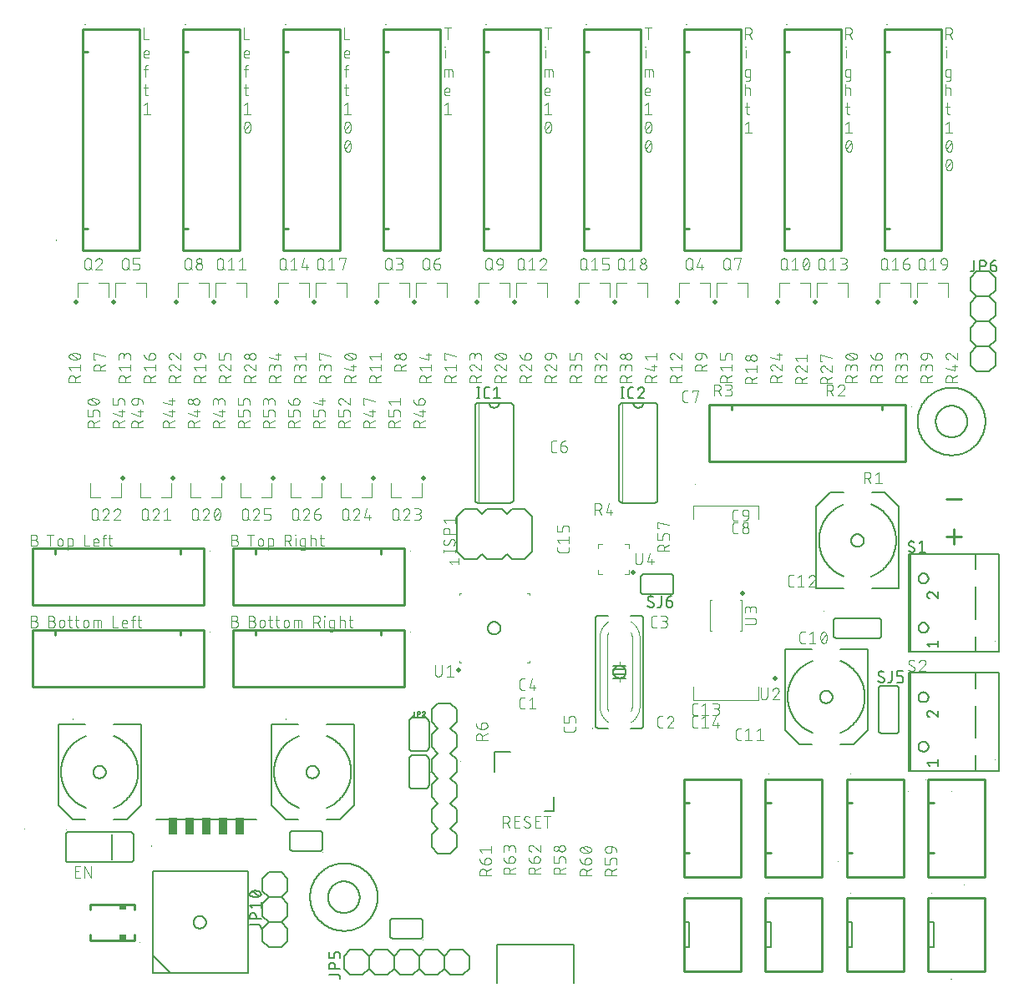
<source format=gto>
G04 EAGLE Gerber RS-274X export*
G75*
%MOMM*%
%FSLAX34Y34*%
%LPD*%
%INSilkscreen Top*%
%IPPOS*%
%AMOC8*
5,1,8,0,0,1.08239X$1,22.5*%
G01*
%ADD10C,0.000000*%
%ADD11C,0.101600*%
%ADD12C,0.203200*%
%ADD13C,0.279400*%
%ADD14C,0.152400*%
%ADD15C,0.050800*%
%ADD16C,0.127000*%
%ADD17C,0.254000*%
%ADD18C,0.500000*%
%ADD19C,0.120000*%
%ADD20C,0.076200*%
%ADD21R,0.750000X0.500000*%
%ADD22R,0.965200X1.676400*%
%ADD23C,0.200000*%


D10*
X38100Y756184D02*
X38100Y756234D01*
X38114Y756234D01*
X38119Y756233D01*
X38124Y756230D01*
X38127Y756225D01*
X38128Y756220D01*
X38128Y756198D01*
X38127Y756193D01*
X38124Y756188D01*
X38119Y756185D01*
X38114Y756184D01*
X38100Y756184D01*
X38100Y756107D02*
X38123Y756107D01*
X38100Y756107D02*
X38100Y756158D01*
X38123Y756158D01*
X38117Y756136D02*
X38100Y756136D01*
X38120Y756059D02*
X38128Y756059D01*
X38128Y756031D01*
X38111Y756031D01*
X38106Y756032D01*
X38101Y756037D01*
X38100Y756042D01*
X38100Y756071D01*
X38101Y756076D01*
X38105Y756081D01*
X38111Y756082D01*
X38128Y756082D01*
X38100Y756006D02*
X38100Y755955D01*
X38100Y756006D02*
X38123Y756006D01*
X38123Y755983D02*
X38100Y755983D01*
X38117Y755929D02*
X38100Y755879D01*
X38134Y755879D02*
X38117Y755929D01*
X38130Y755891D02*
X38104Y755891D01*
X38100Y755831D02*
X38114Y755831D01*
X38120Y755830D01*
X38125Y755826D01*
X38128Y755820D01*
X38128Y755814D01*
X38125Y755808D01*
X38120Y755804D01*
X38114Y755803D01*
X38114Y755802D02*
X38100Y755802D01*
X38100Y755853D01*
X38114Y755853D01*
X38120Y755852D01*
X38124Y755848D01*
X38125Y755842D01*
X38124Y755837D01*
X38120Y755832D01*
X38114Y755831D01*
X38123Y755726D02*
X38111Y755726D01*
X38111Y755727D02*
X38106Y755728D01*
X38101Y755733D01*
X38100Y755738D01*
X38100Y755766D01*
X38101Y755771D01*
X38105Y755776D01*
X38111Y755777D01*
X38123Y755777D01*
X38134Y755670D02*
X38100Y755670D01*
X38117Y755653D02*
X38117Y755687D01*
D11*
X127508Y959358D02*
X127508Y971042D01*
X127508Y959358D02*
X132701Y959358D01*
X132701Y940308D02*
X129455Y940308D01*
X129368Y940310D01*
X129280Y940316D01*
X129194Y940326D01*
X129107Y940339D01*
X129022Y940357D01*
X128937Y940378D01*
X128853Y940403D01*
X128771Y940432D01*
X128690Y940465D01*
X128610Y940501D01*
X128532Y940540D01*
X128456Y940584D01*
X128382Y940630D01*
X128311Y940680D01*
X128241Y940733D01*
X128174Y940789D01*
X128110Y940848D01*
X128048Y940910D01*
X127989Y940974D01*
X127933Y941041D01*
X127880Y941111D01*
X127830Y941182D01*
X127784Y941256D01*
X127740Y941332D01*
X127701Y941410D01*
X127665Y941490D01*
X127632Y941571D01*
X127603Y941653D01*
X127578Y941737D01*
X127557Y941822D01*
X127539Y941907D01*
X127526Y941994D01*
X127516Y942080D01*
X127510Y942168D01*
X127508Y942255D01*
X127508Y945501D01*
X127510Y945602D01*
X127516Y945702D01*
X127526Y945802D01*
X127539Y945902D01*
X127557Y946001D01*
X127578Y946100D01*
X127603Y946197D01*
X127632Y946294D01*
X127665Y946389D01*
X127701Y946483D01*
X127741Y946575D01*
X127784Y946666D01*
X127831Y946755D01*
X127881Y946842D01*
X127935Y946928D01*
X127992Y947011D01*
X128052Y947091D01*
X128115Y947170D01*
X128182Y947246D01*
X128251Y947319D01*
X128323Y947389D01*
X128397Y947457D01*
X128474Y947522D01*
X128554Y947583D01*
X128636Y947642D01*
X128720Y947697D01*
X128806Y947749D01*
X128894Y947798D01*
X128984Y947843D01*
X129076Y947885D01*
X129169Y947923D01*
X129264Y947957D01*
X129359Y947988D01*
X129456Y948015D01*
X129554Y948038D01*
X129653Y948058D01*
X129753Y948073D01*
X129853Y948085D01*
X129953Y948093D01*
X130054Y948097D01*
X130154Y948097D01*
X130255Y948093D01*
X130355Y948085D01*
X130455Y948073D01*
X130555Y948058D01*
X130654Y948038D01*
X130752Y948015D01*
X130849Y947988D01*
X130944Y947957D01*
X131039Y947923D01*
X131132Y947885D01*
X131224Y947843D01*
X131314Y947798D01*
X131402Y947749D01*
X131488Y947697D01*
X131572Y947642D01*
X131654Y947583D01*
X131734Y947522D01*
X131811Y947457D01*
X131885Y947389D01*
X131957Y947319D01*
X132026Y947246D01*
X132093Y947170D01*
X132156Y947091D01*
X132216Y947011D01*
X132273Y946928D01*
X132327Y946842D01*
X132377Y946755D01*
X132424Y946666D01*
X132467Y946575D01*
X132507Y946483D01*
X132543Y946389D01*
X132576Y946294D01*
X132605Y946197D01*
X132630Y946100D01*
X132651Y946001D01*
X132669Y945902D01*
X132682Y945802D01*
X132692Y945702D01*
X132698Y945602D01*
X132700Y945501D01*
X132701Y945501D02*
X132701Y944203D01*
X127508Y944203D01*
X128806Y930995D02*
X128806Y921258D01*
X128807Y930995D02*
X128809Y931082D01*
X128815Y931170D01*
X128825Y931256D01*
X128838Y931343D01*
X128856Y931428D01*
X128877Y931513D01*
X128902Y931597D01*
X128931Y931679D01*
X128964Y931760D01*
X129000Y931840D01*
X129039Y931918D01*
X129083Y931994D01*
X129129Y932068D01*
X129179Y932139D01*
X129232Y932209D01*
X129288Y932276D01*
X129347Y932340D01*
X129408Y932402D01*
X129473Y932461D01*
X129540Y932517D01*
X129610Y932570D01*
X129681Y932620D01*
X129755Y932666D01*
X129831Y932710D01*
X129909Y932749D01*
X129989Y932785D01*
X130070Y932818D01*
X130152Y932847D01*
X130236Y932872D01*
X130321Y932893D01*
X130406Y932911D01*
X130493Y932924D01*
X130579Y932934D01*
X130667Y932940D01*
X130754Y932942D01*
X131403Y932942D01*
X131403Y929047D02*
X127508Y929047D01*
X127508Y909997D02*
X131403Y909997D01*
X128806Y913892D02*
X128806Y904155D01*
X128807Y904155D02*
X128809Y904068D01*
X128815Y903980D01*
X128825Y903894D01*
X128838Y903807D01*
X128856Y903722D01*
X128877Y903637D01*
X128902Y903553D01*
X128931Y903471D01*
X128964Y903390D01*
X129000Y903310D01*
X129039Y903232D01*
X129083Y903156D01*
X129129Y903082D01*
X129179Y903011D01*
X129232Y902941D01*
X129288Y902874D01*
X129347Y902810D01*
X129409Y902748D01*
X129473Y902689D01*
X129540Y902633D01*
X129610Y902580D01*
X129681Y902530D01*
X129755Y902484D01*
X129831Y902440D01*
X129909Y902401D01*
X129989Y902365D01*
X130070Y902332D01*
X130152Y902303D01*
X130236Y902278D01*
X130321Y902257D01*
X130406Y902239D01*
X130493Y902226D01*
X130579Y902216D01*
X130667Y902210D01*
X130754Y902208D01*
X131403Y902208D01*
X130754Y894842D02*
X127508Y892246D01*
X130754Y894842D02*
X130754Y883158D01*
X133999Y883158D02*
X127508Y883158D01*
X229108Y959358D02*
X229108Y971042D01*
X229108Y959358D02*
X234301Y959358D01*
X234301Y940308D02*
X231055Y940308D01*
X230968Y940310D01*
X230880Y940316D01*
X230794Y940326D01*
X230707Y940339D01*
X230622Y940357D01*
X230537Y940378D01*
X230453Y940403D01*
X230371Y940432D01*
X230290Y940465D01*
X230210Y940501D01*
X230132Y940540D01*
X230056Y940584D01*
X229982Y940630D01*
X229911Y940680D01*
X229841Y940733D01*
X229774Y940789D01*
X229710Y940848D01*
X229648Y940910D01*
X229589Y940974D01*
X229533Y941041D01*
X229480Y941111D01*
X229430Y941182D01*
X229384Y941256D01*
X229340Y941332D01*
X229301Y941410D01*
X229265Y941490D01*
X229232Y941571D01*
X229203Y941653D01*
X229178Y941737D01*
X229157Y941822D01*
X229139Y941907D01*
X229126Y941994D01*
X229116Y942080D01*
X229110Y942168D01*
X229108Y942255D01*
X229108Y945501D01*
X229110Y945602D01*
X229116Y945702D01*
X229126Y945802D01*
X229139Y945902D01*
X229157Y946001D01*
X229178Y946100D01*
X229203Y946197D01*
X229232Y946294D01*
X229265Y946389D01*
X229301Y946483D01*
X229341Y946575D01*
X229384Y946666D01*
X229431Y946755D01*
X229481Y946842D01*
X229535Y946928D01*
X229592Y947011D01*
X229652Y947091D01*
X229715Y947170D01*
X229782Y947246D01*
X229851Y947319D01*
X229923Y947389D01*
X229997Y947457D01*
X230074Y947522D01*
X230154Y947583D01*
X230236Y947642D01*
X230320Y947697D01*
X230406Y947749D01*
X230494Y947798D01*
X230584Y947843D01*
X230676Y947885D01*
X230769Y947923D01*
X230864Y947957D01*
X230959Y947988D01*
X231056Y948015D01*
X231154Y948038D01*
X231253Y948058D01*
X231353Y948073D01*
X231453Y948085D01*
X231553Y948093D01*
X231654Y948097D01*
X231754Y948097D01*
X231855Y948093D01*
X231955Y948085D01*
X232055Y948073D01*
X232155Y948058D01*
X232254Y948038D01*
X232352Y948015D01*
X232449Y947988D01*
X232544Y947957D01*
X232639Y947923D01*
X232732Y947885D01*
X232824Y947843D01*
X232914Y947798D01*
X233002Y947749D01*
X233088Y947697D01*
X233172Y947642D01*
X233254Y947583D01*
X233334Y947522D01*
X233411Y947457D01*
X233485Y947389D01*
X233557Y947319D01*
X233626Y947246D01*
X233693Y947170D01*
X233756Y947091D01*
X233816Y947011D01*
X233873Y946928D01*
X233927Y946842D01*
X233977Y946755D01*
X234024Y946666D01*
X234067Y946575D01*
X234107Y946483D01*
X234143Y946389D01*
X234176Y946294D01*
X234205Y946197D01*
X234230Y946100D01*
X234251Y946001D01*
X234269Y945902D01*
X234282Y945802D01*
X234292Y945702D01*
X234298Y945602D01*
X234300Y945501D01*
X234301Y945501D02*
X234301Y944203D01*
X229108Y944203D01*
X230406Y930995D02*
X230406Y921258D01*
X230407Y930995D02*
X230409Y931082D01*
X230415Y931170D01*
X230425Y931256D01*
X230438Y931343D01*
X230456Y931428D01*
X230477Y931513D01*
X230502Y931597D01*
X230531Y931679D01*
X230564Y931760D01*
X230600Y931840D01*
X230639Y931918D01*
X230683Y931994D01*
X230729Y932068D01*
X230779Y932139D01*
X230832Y932209D01*
X230888Y932276D01*
X230947Y932340D01*
X231008Y932402D01*
X231073Y932461D01*
X231140Y932517D01*
X231210Y932570D01*
X231281Y932620D01*
X231355Y932666D01*
X231431Y932710D01*
X231509Y932749D01*
X231589Y932785D01*
X231670Y932818D01*
X231752Y932847D01*
X231836Y932872D01*
X231921Y932893D01*
X232006Y932911D01*
X232093Y932924D01*
X232179Y932934D01*
X232267Y932940D01*
X232354Y932942D01*
X233003Y932942D01*
X233003Y929047D02*
X229108Y929047D01*
X229108Y909997D02*
X233003Y909997D01*
X230406Y913892D02*
X230406Y904155D01*
X230407Y904155D02*
X230409Y904068D01*
X230415Y903980D01*
X230425Y903894D01*
X230438Y903807D01*
X230456Y903722D01*
X230477Y903637D01*
X230502Y903553D01*
X230531Y903471D01*
X230564Y903390D01*
X230600Y903310D01*
X230639Y903232D01*
X230683Y903156D01*
X230729Y903082D01*
X230779Y903011D01*
X230832Y902941D01*
X230888Y902874D01*
X230947Y902810D01*
X231009Y902748D01*
X231073Y902689D01*
X231140Y902633D01*
X231210Y902580D01*
X231281Y902530D01*
X231355Y902484D01*
X231431Y902440D01*
X231509Y902401D01*
X231589Y902365D01*
X231670Y902332D01*
X231752Y902303D01*
X231836Y902278D01*
X231921Y902257D01*
X232006Y902239D01*
X232093Y902226D01*
X232179Y902216D01*
X232267Y902210D01*
X232354Y902208D01*
X233003Y902208D01*
X232354Y894842D02*
X229108Y892246D01*
X232354Y894842D02*
X232354Y883158D01*
X235599Y883158D02*
X229108Y883158D01*
X230082Y874169D02*
X229983Y873961D01*
X229890Y873751D01*
X229802Y873539D01*
X229719Y873325D01*
X229641Y873108D01*
X229568Y872890D01*
X229500Y872671D01*
X229438Y872449D01*
X229381Y872227D01*
X229329Y872003D01*
X229283Y871778D01*
X229242Y871552D01*
X229207Y871324D01*
X229177Y871097D01*
X229152Y870868D01*
X229133Y870639D01*
X229119Y870410D01*
X229111Y870180D01*
X229108Y869950D01*
X230082Y874169D02*
X230115Y874259D01*
X230151Y874348D01*
X230191Y874436D01*
X230235Y874521D01*
X230282Y874605D01*
X230332Y874687D01*
X230386Y874767D01*
X230442Y874844D01*
X230502Y874920D01*
X230565Y874993D01*
X230630Y875063D01*
X230699Y875131D01*
X230770Y875195D01*
X230843Y875257D01*
X230919Y875316D01*
X230997Y875372D01*
X231078Y875425D01*
X231160Y875474D01*
X231244Y875520D01*
X231331Y875563D01*
X231418Y875602D01*
X231508Y875638D01*
X231598Y875670D01*
X231690Y875698D01*
X231783Y875723D01*
X231877Y875744D01*
X231971Y875761D01*
X232066Y875775D01*
X232162Y875784D01*
X232258Y875790D01*
X232354Y875792D01*
X232450Y875790D01*
X232546Y875784D01*
X232642Y875775D01*
X232737Y875761D01*
X232831Y875744D01*
X232925Y875723D01*
X233018Y875698D01*
X233110Y875670D01*
X233200Y875638D01*
X233290Y875602D01*
X233377Y875563D01*
X233464Y875520D01*
X233548Y875474D01*
X233630Y875425D01*
X233711Y875372D01*
X233789Y875316D01*
X233865Y875257D01*
X233938Y875195D01*
X234009Y875131D01*
X234078Y875063D01*
X234143Y874993D01*
X234206Y874920D01*
X234266Y874844D01*
X234322Y874767D01*
X234376Y874687D01*
X234426Y874605D01*
X234473Y874521D01*
X234517Y874436D01*
X234557Y874348D01*
X234593Y874259D01*
X234626Y874169D01*
X234725Y873962D01*
X234818Y873752D01*
X234906Y873539D01*
X234989Y873325D01*
X235067Y873109D01*
X235140Y872891D01*
X235208Y872671D01*
X235270Y872450D01*
X235327Y872227D01*
X235379Y872003D01*
X235425Y871778D01*
X235466Y871552D01*
X235501Y871325D01*
X235531Y871097D01*
X235556Y870868D01*
X235575Y870639D01*
X235589Y870410D01*
X235597Y870180D01*
X235600Y869950D01*
X229108Y869950D02*
X229111Y869720D01*
X229119Y869490D01*
X229133Y869261D01*
X229152Y869032D01*
X229177Y868803D01*
X229207Y868575D01*
X229242Y868348D01*
X229283Y868122D01*
X229329Y867897D01*
X229381Y867673D01*
X229438Y867450D01*
X229500Y867229D01*
X229568Y867009D01*
X229641Y866791D01*
X229719Y866575D01*
X229802Y866361D01*
X229890Y866149D01*
X229983Y865938D01*
X230082Y865731D01*
X230115Y865641D01*
X230151Y865552D01*
X230192Y865464D01*
X230235Y865379D01*
X230282Y865295D01*
X230332Y865213D01*
X230386Y865133D01*
X230442Y865056D01*
X230502Y864980D01*
X230565Y864907D01*
X230630Y864837D01*
X230699Y864769D01*
X230770Y864705D01*
X230843Y864643D01*
X230919Y864584D01*
X230997Y864528D01*
X231078Y864475D01*
X231160Y864426D01*
X231244Y864380D01*
X231331Y864337D01*
X231418Y864298D01*
X231508Y864262D01*
X231598Y864230D01*
X231690Y864202D01*
X231783Y864177D01*
X231877Y864156D01*
X231971Y864139D01*
X232066Y864125D01*
X232162Y864116D01*
X232258Y864110D01*
X232354Y864108D01*
X234625Y865731D02*
X234724Y865938D01*
X234817Y866149D01*
X234905Y866361D01*
X234988Y866575D01*
X235066Y866791D01*
X235139Y867009D01*
X235207Y867229D01*
X235269Y867450D01*
X235326Y867673D01*
X235378Y867897D01*
X235424Y868122D01*
X235465Y868348D01*
X235500Y868575D01*
X235530Y868803D01*
X235555Y869032D01*
X235574Y869261D01*
X235588Y869490D01*
X235596Y869720D01*
X235599Y869950D01*
X234626Y865731D02*
X234593Y865641D01*
X234557Y865552D01*
X234517Y865464D01*
X234473Y865379D01*
X234426Y865295D01*
X234376Y865213D01*
X234322Y865133D01*
X234266Y865056D01*
X234206Y864980D01*
X234143Y864907D01*
X234078Y864837D01*
X234009Y864769D01*
X233938Y864705D01*
X233865Y864643D01*
X233789Y864584D01*
X233711Y864528D01*
X233630Y864475D01*
X233548Y864426D01*
X233464Y864380D01*
X233377Y864337D01*
X233290Y864298D01*
X233200Y864262D01*
X233110Y864230D01*
X233018Y864202D01*
X232925Y864177D01*
X232831Y864156D01*
X232737Y864139D01*
X232642Y864125D01*
X232546Y864116D01*
X232450Y864110D01*
X232354Y864108D01*
X229757Y866704D02*
X234950Y873196D01*
X330708Y959358D02*
X330708Y971042D01*
X330708Y959358D02*
X335901Y959358D01*
X335901Y940308D02*
X332655Y940308D01*
X332568Y940310D01*
X332480Y940316D01*
X332394Y940326D01*
X332307Y940339D01*
X332222Y940357D01*
X332137Y940378D01*
X332053Y940403D01*
X331971Y940432D01*
X331890Y940465D01*
X331810Y940501D01*
X331732Y940540D01*
X331656Y940584D01*
X331582Y940630D01*
X331511Y940680D01*
X331441Y940733D01*
X331374Y940789D01*
X331310Y940848D01*
X331248Y940910D01*
X331189Y940974D01*
X331133Y941041D01*
X331080Y941111D01*
X331030Y941182D01*
X330984Y941256D01*
X330940Y941332D01*
X330901Y941410D01*
X330865Y941490D01*
X330832Y941571D01*
X330803Y941653D01*
X330778Y941737D01*
X330757Y941822D01*
X330739Y941907D01*
X330726Y941994D01*
X330716Y942080D01*
X330710Y942168D01*
X330708Y942255D01*
X330708Y945501D01*
X330710Y945602D01*
X330716Y945702D01*
X330726Y945802D01*
X330739Y945902D01*
X330757Y946001D01*
X330778Y946100D01*
X330803Y946197D01*
X330832Y946294D01*
X330865Y946389D01*
X330901Y946483D01*
X330941Y946575D01*
X330984Y946666D01*
X331031Y946755D01*
X331081Y946842D01*
X331135Y946928D01*
X331192Y947011D01*
X331252Y947091D01*
X331315Y947170D01*
X331382Y947246D01*
X331451Y947319D01*
X331523Y947389D01*
X331597Y947457D01*
X331674Y947522D01*
X331754Y947583D01*
X331836Y947642D01*
X331920Y947697D01*
X332006Y947749D01*
X332094Y947798D01*
X332184Y947843D01*
X332276Y947885D01*
X332369Y947923D01*
X332464Y947957D01*
X332559Y947988D01*
X332656Y948015D01*
X332754Y948038D01*
X332853Y948058D01*
X332953Y948073D01*
X333053Y948085D01*
X333153Y948093D01*
X333254Y948097D01*
X333354Y948097D01*
X333455Y948093D01*
X333555Y948085D01*
X333655Y948073D01*
X333755Y948058D01*
X333854Y948038D01*
X333952Y948015D01*
X334049Y947988D01*
X334144Y947957D01*
X334239Y947923D01*
X334332Y947885D01*
X334424Y947843D01*
X334514Y947798D01*
X334602Y947749D01*
X334688Y947697D01*
X334772Y947642D01*
X334854Y947583D01*
X334934Y947522D01*
X335011Y947457D01*
X335085Y947389D01*
X335157Y947319D01*
X335226Y947246D01*
X335293Y947170D01*
X335356Y947091D01*
X335416Y947011D01*
X335473Y946928D01*
X335527Y946842D01*
X335577Y946755D01*
X335624Y946666D01*
X335667Y946575D01*
X335707Y946483D01*
X335743Y946389D01*
X335776Y946294D01*
X335805Y946197D01*
X335830Y946100D01*
X335851Y946001D01*
X335869Y945902D01*
X335882Y945802D01*
X335892Y945702D01*
X335898Y945602D01*
X335900Y945501D01*
X335901Y945501D02*
X335901Y944203D01*
X330708Y944203D01*
X332006Y930995D02*
X332006Y921258D01*
X332007Y930995D02*
X332009Y931082D01*
X332015Y931170D01*
X332025Y931256D01*
X332038Y931343D01*
X332056Y931428D01*
X332077Y931513D01*
X332102Y931597D01*
X332131Y931679D01*
X332164Y931760D01*
X332200Y931840D01*
X332239Y931918D01*
X332283Y931994D01*
X332329Y932068D01*
X332379Y932139D01*
X332432Y932209D01*
X332488Y932276D01*
X332547Y932340D01*
X332608Y932402D01*
X332673Y932461D01*
X332740Y932517D01*
X332810Y932570D01*
X332881Y932620D01*
X332955Y932666D01*
X333031Y932710D01*
X333109Y932749D01*
X333189Y932785D01*
X333270Y932818D01*
X333352Y932847D01*
X333436Y932872D01*
X333521Y932893D01*
X333606Y932911D01*
X333693Y932924D01*
X333779Y932934D01*
X333867Y932940D01*
X333954Y932942D01*
X334603Y932942D01*
X334603Y929047D02*
X330708Y929047D01*
X330708Y909997D02*
X334603Y909997D01*
X332006Y913892D02*
X332006Y904155D01*
X332007Y904155D02*
X332009Y904068D01*
X332015Y903980D01*
X332025Y903894D01*
X332038Y903807D01*
X332056Y903722D01*
X332077Y903637D01*
X332102Y903553D01*
X332131Y903471D01*
X332164Y903390D01*
X332200Y903310D01*
X332239Y903232D01*
X332283Y903156D01*
X332329Y903082D01*
X332379Y903011D01*
X332432Y902941D01*
X332488Y902874D01*
X332547Y902810D01*
X332609Y902748D01*
X332673Y902689D01*
X332740Y902633D01*
X332810Y902580D01*
X332881Y902530D01*
X332955Y902484D01*
X333031Y902440D01*
X333109Y902401D01*
X333189Y902365D01*
X333270Y902332D01*
X333352Y902303D01*
X333436Y902278D01*
X333521Y902257D01*
X333606Y902239D01*
X333693Y902226D01*
X333779Y902216D01*
X333867Y902210D01*
X333954Y902208D01*
X334603Y902208D01*
X333954Y894842D02*
X330708Y892246D01*
X333954Y894842D02*
X333954Y883158D01*
X337199Y883158D02*
X330708Y883158D01*
X331682Y874169D02*
X331583Y873961D01*
X331490Y873751D01*
X331402Y873539D01*
X331319Y873325D01*
X331241Y873108D01*
X331168Y872890D01*
X331100Y872671D01*
X331038Y872449D01*
X330981Y872227D01*
X330929Y872003D01*
X330883Y871778D01*
X330842Y871552D01*
X330807Y871324D01*
X330777Y871097D01*
X330752Y870868D01*
X330733Y870639D01*
X330719Y870410D01*
X330711Y870180D01*
X330708Y869950D01*
X331682Y874169D02*
X331715Y874259D01*
X331751Y874348D01*
X331791Y874436D01*
X331835Y874521D01*
X331882Y874605D01*
X331932Y874687D01*
X331986Y874767D01*
X332042Y874844D01*
X332102Y874920D01*
X332165Y874993D01*
X332230Y875063D01*
X332299Y875131D01*
X332370Y875195D01*
X332443Y875257D01*
X332519Y875316D01*
X332597Y875372D01*
X332678Y875425D01*
X332760Y875474D01*
X332844Y875520D01*
X332931Y875563D01*
X333018Y875602D01*
X333108Y875638D01*
X333198Y875670D01*
X333290Y875698D01*
X333383Y875723D01*
X333477Y875744D01*
X333571Y875761D01*
X333666Y875775D01*
X333762Y875784D01*
X333858Y875790D01*
X333954Y875792D01*
X334050Y875790D01*
X334146Y875784D01*
X334242Y875775D01*
X334337Y875761D01*
X334431Y875744D01*
X334525Y875723D01*
X334618Y875698D01*
X334710Y875670D01*
X334800Y875638D01*
X334890Y875602D01*
X334977Y875563D01*
X335064Y875520D01*
X335148Y875474D01*
X335230Y875425D01*
X335311Y875372D01*
X335389Y875316D01*
X335465Y875257D01*
X335538Y875195D01*
X335609Y875131D01*
X335678Y875063D01*
X335743Y874993D01*
X335806Y874920D01*
X335866Y874844D01*
X335922Y874767D01*
X335976Y874687D01*
X336026Y874605D01*
X336073Y874521D01*
X336117Y874436D01*
X336157Y874348D01*
X336193Y874259D01*
X336226Y874169D01*
X336325Y873962D01*
X336418Y873752D01*
X336506Y873539D01*
X336589Y873325D01*
X336667Y873109D01*
X336740Y872891D01*
X336808Y872671D01*
X336870Y872450D01*
X336927Y872227D01*
X336979Y872003D01*
X337025Y871778D01*
X337066Y871552D01*
X337101Y871325D01*
X337131Y871097D01*
X337156Y870868D01*
X337175Y870639D01*
X337189Y870410D01*
X337197Y870180D01*
X337200Y869950D01*
X330708Y869950D02*
X330711Y869720D01*
X330719Y869490D01*
X330733Y869261D01*
X330752Y869032D01*
X330777Y868803D01*
X330807Y868575D01*
X330842Y868348D01*
X330883Y868122D01*
X330929Y867897D01*
X330981Y867673D01*
X331038Y867450D01*
X331100Y867229D01*
X331168Y867009D01*
X331241Y866791D01*
X331319Y866575D01*
X331402Y866361D01*
X331490Y866149D01*
X331583Y865938D01*
X331682Y865731D01*
X331715Y865641D01*
X331751Y865552D01*
X331792Y865464D01*
X331835Y865379D01*
X331882Y865295D01*
X331932Y865213D01*
X331986Y865133D01*
X332042Y865056D01*
X332102Y864980D01*
X332165Y864907D01*
X332230Y864837D01*
X332299Y864769D01*
X332370Y864705D01*
X332443Y864643D01*
X332519Y864584D01*
X332597Y864528D01*
X332678Y864475D01*
X332760Y864426D01*
X332844Y864380D01*
X332931Y864337D01*
X333018Y864298D01*
X333108Y864262D01*
X333198Y864230D01*
X333290Y864202D01*
X333383Y864177D01*
X333477Y864156D01*
X333571Y864139D01*
X333666Y864125D01*
X333762Y864116D01*
X333858Y864110D01*
X333954Y864108D01*
X336225Y865731D02*
X336324Y865938D01*
X336417Y866149D01*
X336505Y866361D01*
X336588Y866575D01*
X336666Y866791D01*
X336739Y867009D01*
X336807Y867229D01*
X336869Y867450D01*
X336926Y867673D01*
X336978Y867897D01*
X337024Y868122D01*
X337065Y868348D01*
X337100Y868575D01*
X337130Y868803D01*
X337155Y869032D01*
X337174Y869261D01*
X337188Y869490D01*
X337196Y869720D01*
X337199Y869950D01*
X336226Y865731D02*
X336193Y865641D01*
X336157Y865552D01*
X336117Y865464D01*
X336073Y865379D01*
X336026Y865295D01*
X335976Y865213D01*
X335922Y865133D01*
X335866Y865056D01*
X335806Y864980D01*
X335743Y864907D01*
X335678Y864837D01*
X335609Y864769D01*
X335538Y864705D01*
X335465Y864643D01*
X335389Y864584D01*
X335311Y864528D01*
X335230Y864475D01*
X335148Y864426D01*
X335064Y864380D01*
X334977Y864337D01*
X334890Y864298D01*
X334800Y864262D01*
X334710Y864230D01*
X334618Y864202D01*
X334525Y864177D01*
X334431Y864156D01*
X334337Y864139D01*
X334242Y864125D01*
X334146Y864116D01*
X334050Y864110D01*
X333954Y864108D01*
X331357Y866704D02*
X336550Y873196D01*
X331682Y855119D02*
X331583Y854911D01*
X331490Y854701D01*
X331402Y854489D01*
X331319Y854275D01*
X331241Y854058D01*
X331168Y853840D01*
X331100Y853621D01*
X331038Y853399D01*
X330981Y853177D01*
X330929Y852953D01*
X330883Y852728D01*
X330842Y852502D01*
X330807Y852274D01*
X330777Y852047D01*
X330752Y851818D01*
X330733Y851589D01*
X330719Y851360D01*
X330711Y851130D01*
X330708Y850900D01*
X331682Y855119D02*
X331715Y855209D01*
X331751Y855298D01*
X331791Y855386D01*
X331835Y855471D01*
X331882Y855555D01*
X331932Y855637D01*
X331986Y855717D01*
X332042Y855794D01*
X332102Y855870D01*
X332165Y855943D01*
X332230Y856013D01*
X332299Y856081D01*
X332370Y856145D01*
X332443Y856207D01*
X332519Y856266D01*
X332597Y856322D01*
X332678Y856375D01*
X332760Y856424D01*
X332844Y856470D01*
X332931Y856513D01*
X333018Y856552D01*
X333108Y856588D01*
X333198Y856620D01*
X333290Y856648D01*
X333383Y856673D01*
X333477Y856694D01*
X333571Y856711D01*
X333666Y856725D01*
X333762Y856734D01*
X333858Y856740D01*
X333954Y856742D01*
X334050Y856740D01*
X334146Y856734D01*
X334242Y856725D01*
X334337Y856711D01*
X334431Y856694D01*
X334525Y856673D01*
X334618Y856648D01*
X334710Y856620D01*
X334800Y856588D01*
X334890Y856552D01*
X334977Y856513D01*
X335064Y856470D01*
X335148Y856424D01*
X335230Y856375D01*
X335311Y856322D01*
X335389Y856266D01*
X335465Y856207D01*
X335538Y856145D01*
X335609Y856081D01*
X335678Y856013D01*
X335743Y855943D01*
X335806Y855870D01*
X335866Y855794D01*
X335922Y855717D01*
X335976Y855637D01*
X336026Y855555D01*
X336073Y855471D01*
X336117Y855386D01*
X336157Y855298D01*
X336193Y855209D01*
X336226Y855119D01*
X336325Y854912D01*
X336418Y854702D01*
X336506Y854489D01*
X336589Y854275D01*
X336667Y854059D01*
X336740Y853841D01*
X336808Y853621D01*
X336870Y853400D01*
X336927Y853177D01*
X336979Y852953D01*
X337025Y852728D01*
X337066Y852502D01*
X337101Y852275D01*
X337131Y852047D01*
X337156Y851818D01*
X337175Y851589D01*
X337189Y851360D01*
X337197Y851130D01*
X337200Y850900D01*
X330708Y850900D02*
X330711Y850670D01*
X330719Y850440D01*
X330733Y850211D01*
X330752Y849982D01*
X330777Y849753D01*
X330807Y849525D01*
X330842Y849298D01*
X330883Y849072D01*
X330929Y848847D01*
X330981Y848623D01*
X331038Y848400D01*
X331100Y848179D01*
X331168Y847959D01*
X331241Y847741D01*
X331319Y847525D01*
X331402Y847311D01*
X331490Y847099D01*
X331583Y846888D01*
X331682Y846681D01*
X331715Y846591D01*
X331751Y846502D01*
X331792Y846414D01*
X331835Y846329D01*
X331882Y846245D01*
X331932Y846163D01*
X331986Y846083D01*
X332042Y846006D01*
X332102Y845930D01*
X332165Y845857D01*
X332230Y845787D01*
X332299Y845719D01*
X332370Y845655D01*
X332443Y845593D01*
X332519Y845534D01*
X332597Y845478D01*
X332678Y845425D01*
X332760Y845376D01*
X332844Y845330D01*
X332931Y845287D01*
X333018Y845248D01*
X333108Y845212D01*
X333198Y845180D01*
X333290Y845152D01*
X333383Y845127D01*
X333477Y845106D01*
X333571Y845089D01*
X333666Y845075D01*
X333762Y845066D01*
X333858Y845060D01*
X333954Y845058D01*
X336225Y846681D02*
X336324Y846888D01*
X336417Y847099D01*
X336505Y847311D01*
X336588Y847525D01*
X336666Y847741D01*
X336739Y847959D01*
X336807Y848179D01*
X336869Y848400D01*
X336926Y848623D01*
X336978Y848847D01*
X337024Y849072D01*
X337065Y849298D01*
X337100Y849525D01*
X337130Y849753D01*
X337155Y849982D01*
X337174Y850211D01*
X337188Y850440D01*
X337196Y850670D01*
X337199Y850900D01*
X336226Y846681D02*
X336193Y846591D01*
X336157Y846502D01*
X336117Y846414D01*
X336073Y846329D01*
X336026Y846245D01*
X335976Y846163D01*
X335922Y846083D01*
X335866Y846006D01*
X335806Y845930D01*
X335743Y845857D01*
X335678Y845787D01*
X335609Y845719D01*
X335538Y845655D01*
X335465Y845593D01*
X335389Y845534D01*
X335311Y845478D01*
X335230Y845425D01*
X335148Y845376D01*
X335064Y845330D01*
X334977Y845287D01*
X334890Y845248D01*
X334800Y845212D01*
X334710Y845180D01*
X334618Y845152D01*
X334525Y845127D01*
X334431Y845106D01*
X334337Y845089D01*
X334242Y845075D01*
X334146Y845066D01*
X334050Y845060D01*
X333954Y845058D01*
X331357Y847654D02*
X336550Y854146D01*
X435554Y959358D02*
X435554Y971042D01*
X438799Y971042D02*
X432308Y971042D01*
X432633Y948097D02*
X432633Y940308D01*
X432308Y951343D02*
X432308Y951992D01*
X432957Y951992D01*
X432957Y951343D01*
X432308Y951343D01*
X432308Y929047D02*
X432308Y921258D01*
X432308Y929047D02*
X438150Y929047D01*
X438237Y929045D01*
X438325Y929039D01*
X438411Y929029D01*
X438498Y929016D01*
X438583Y928998D01*
X438668Y928977D01*
X438752Y928952D01*
X438834Y928923D01*
X438915Y928890D01*
X438995Y928854D01*
X439073Y928815D01*
X439149Y928771D01*
X439223Y928725D01*
X439294Y928675D01*
X439364Y928622D01*
X439431Y928566D01*
X439495Y928507D01*
X439557Y928445D01*
X439616Y928381D01*
X439672Y928314D01*
X439725Y928244D01*
X439775Y928173D01*
X439821Y928099D01*
X439865Y928023D01*
X439904Y927945D01*
X439940Y927865D01*
X439973Y927784D01*
X440002Y927702D01*
X440027Y927618D01*
X440048Y927533D01*
X440066Y927448D01*
X440079Y927361D01*
X440089Y927275D01*
X440095Y927187D01*
X440097Y927100D01*
X440097Y921258D01*
X436203Y921258D02*
X436203Y929047D01*
X437501Y902208D02*
X434255Y902208D01*
X434168Y902210D01*
X434080Y902216D01*
X433994Y902226D01*
X433907Y902239D01*
X433822Y902257D01*
X433737Y902278D01*
X433653Y902303D01*
X433571Y902332D01*
X433490Y902365D01*
X433410Y902401D01*
X433332Y902440D01*
X433256Y902484D01*
X433182Y902530D01*
X433111Y902580D01*
X433041Y902633D01*
X432974Y902689D01*
X432910Y902748D01*
X432848Y902810D01*
X432789Y902874D01*
X432733Y902941D01*
X432680Y903011D01*
X432630Y903082D01*
X432584Y903156D01*
X432540Y903232D01*
X432501Y903310D01*
X432465Y903390D01*
X432432Y903471D01*
X432403Y903553D01*
X432378Y903637D01*
X432357Y903722D01*
X432339Y903807D01*
X432326Y903894D01*
X432316Y903980D01*
X432310Y904068D01*
X432308Y904155D01*
X432308Y907401D01*
X432310Y907502D01*
X432316Y907602D01*
X432326Y907702D01*
X432339Y907802D01*
X432357Y907901D01*
X432378Y908000D01*
X432403Y908097D01*
X432432Y908194D01*
X432465Y908289D01*
X432501Y908383D01*
X432541Y908475D01*
X432584Y908566D01*
X432631Y908655D01*
X432681Y908742D01*
X432735Y908828D01*
X432792Y908911D01*
X432852Y908991D01*
X432915Y909070D01*
X432982Y909146D01*
X433051Y909219D01*
X433123Y909289D01*
X433197Y909357D01*
X433274Y909422D01*
X433354Y909483D01*
X433436Y909542D01*
X433520Y909597D01*
X433606Y909649D01*
X433694Y909698D01*
X433784Y909743D01*
X433876Y909785D01*
X433969Y909823D01*
X434064Y909857D01*
X434159Y909888D01*
X434256Y909915D01*
X434354Y909938D01*
X434453Y909958D01*
X434553Y909973D01*
X434653Y909985D01*
X434753Y909993D01*
X434854Y909997D01*
X434954Y909997D01*
X435055Y909993D01*
X435155Y909985D01*
X435255Y909973D01*
X435355Y909958D01*
X435454Y909938D01*
X435552Y909915D01*
X435649Y909888D01*
X435744Y909857D01*
X435839Y909823D01*
X435932Y909785D01*
X436024Y909743D01*
X436114Y909698D01*
X436202Y909649D01*
X436288Y909597D01*
X436372Y909542D01*
X436454Y909483D01*
X436534Y909422D01*
X436611Y909357D01*
X436685Y909289D01*
X436757Y909219D01*
X436826Y909146D01*
X436893Y909070D01*
X436956Y908991D01*
X437016Y908911D01*
X437073Y908828D01*
X437127Y908742D01*
X437177Y908655D01*
X437224Y908566D01*
X437267Y908475D01*
X437307Y908383D01*
X437343Y908289D01*
X437376Y908194D01*
X437405Y908097D01*
X437430Y908000D01*
X437451Y907901D01*
X437469Y907802D01*
X437482Y907702D01*
X437492Y907602D01*
X437498Y907502D01*
X437500Y907401D01*
X437501Y907401D02*
X437501Y906103D01*
X432308Y906103D01*
X435554Y894842D02*
X432308Y892246D01*
X435554Y894842D02*
X435554Y883158D01*
X438799Y883158D02*
X432308Y883158D01*
X537154Y959358D02*
X537154Y971042D01*
X540399Y971042D02*
X533908Y971042D01*
X534233Y948097D02*
X534233Y940308D01*
X533908Y951343D02*
X533908Y951992D01*
X534557Y951992D01*
X534557Y951343D01*
X533908Y951343D01*
X533908Y929047D02*
X533908Y921258D01*
X533908Y929047D02*
X539750Y929047D01*
X539837Y929045D01*
X539925Y929039D01*
X540011Y929029D01*
X540098Y929016D01*
X540183Y928998D01*
X540268Y928977D01*
X540352Y928952D01*
X540434Y928923D01*
X540515Y928890D01*
X540595Y928854D01*
X540673Y928815D01*
X540749Y928771D01*
X540823Y928725D01*
X540894Y928675D01*
X540964Y928622D01*
X541031Y928566D01*
X541095Y928507D01*
X541157Y928445D01*
X541216Y928381D01*
X541272Y928314D01*
X541325Y928244D01*
X541375Y928173D01*
X541421Y928099D01*
X541465Y928023D01*
X541504Y927945D01*
X541540Y927865D01*
X541573Y927784D01*
X541602Y927702D01*
X541627Y927618D01*
X541648Y927533D01*
X541666Y927448D01*
X541679Y927361D01*
X541689Y927275D01*
X541695Y927187D01*
X541697Y927100D01*
X541697Y921258D01*
X537803Y921258D02*
X537803Y929047D01*
X539101Y902208D02*
X535855Y902208D01*
X535768Y902210D01*
X535680Y902216D01*
X535594Y902226D01*
X535507Y902239D01*
X535422Y902257D01*
X535337Y902278D01*
X535253Y902303D01*
X535171Y902332D01*
X535090Y902365D01*
X535010Y902401D01*
X534932Y902440D01*
X534856Y902484D01*
X534782Y902530D01*
X534711Y902580D01*
X534641Y902633D01*
X534574Y902689D01*
X534510Y902748D01*
X534448Y902810D01*
X534389Y902874D01*
X534333Y902941D01*
X534280Y903011D01*
X534230Y903082D01*
X534184Y903156D01*
X534140Y903232D01*
X534101Y903310D01*
X534065Y903390D01*
X534032Y903471D01*
X534003Y903553D01*
X533978Y903637D01*
X533957Y903722D01*
X533939Y903807D01*
X533926Y903894D01*
X533916Y903980D01*
X533910Y904068D01*
X533908Y904155D01*
X533908Y907401D01*
X533910Y907502D01*
X533916Y907602D01*
X533926Y907702D01*
X533939Y907802D01*
X533957Y907901D01*
X533978Y908000D01*
X534003Y908097D01*
X534032Y908194D01*
X534065Y908289D01*
X534101Y908383D01*
X534141Y908475D01*
X534184Y908566D01*
X534231Y908655D01*
X534281Y908742D01*
X534335Y908828D01*
X534392Y908911D01*
X534452Y908991D01*
X534515Y909070D01*
X534582Y909146D01*
X534651Y909219D01*
X534723Y909289D01*
X534797Y909357D01*
X534874Y909422D01*
X534954Y909483D01*
X535036Y909542D01*
X535120Y909597D01*
X535206Y909649D01*
X535294Y909698D01*
X535384Y909743D01*
X535476Y909785D01*
X535569Y909823D01*
X535664Y909857D01*
X535759Y909888D01*
X535856Y909915D01*
X535954Y909938D01*
X536053Y909958D01*
X536153Y909973D01*
X536253Y909985D01*
X536353Y909993D01*
X536454Y909997D01*
X536554Y909997D01*
X536655Y909993D01*
X536755Y909985D01*
X536855Y909973D01*
X536955Y909958D01*
X537054Y909938D01*
X537152Y909915D01*
X537249Y909888D01*
X537344Y909857D01*
X537439Y909823D01*
X537532Y909785D01*
X537624Y909743D01*
X537714Y909698D01*
X537802Y909649D01*
X537888Y909597D01*
X537972Y909542D01*
X538054Y909483D01*
X538134Y909422D01*
X538211Y909357D01*
X538285Y909289D01*
X538357Y909219D01*
X538426Y909146D01*
X538493Y909070D01*
X538556Y908991D01*
X538616Y908911D01*
X538673Y908828D01*
X538727Y908742D01*
X538777Y908655D01*
X538824Y908566D01*
X538867Y908475D01*
X538907Y908383D01*
X538943Y908289D01*
X538976Y908194D01*
X539005Y908097D01*
X539030Y908000D01*
X539051Y907901D01*
X539069Y907802D01*
X539082Y907702D01*
X539092Y907602D01*
X539098Y907502D01*
X539100Y907401D01*
X539101Y907401D02*
X539101Y906103D01*
X533908Y906103D01*
X537154Y894842D02*
X533908Y892246D01*
X537154Y894842D02*
X537154Y883158D01*
X540399Y883158D02*
X533908Y883158D01*
X534882Y874169D02*
X534783Y873961D01*
X534690Y873751D01*
X534602Y873539D01*
X534519Y873325D01*
X534441Y873108D01*
X534368Y872890D01*
X534300Y872671D01*
X534238Y872449D01*
X534181Y872227D01*
X534129Y872003D01*
X534083Y871778D01*
X534042Y871552D01*
X534007Y871324D01*
X533977Y871097D01*
X533952Y870868D01*
X533933Y870639D01*
X533919Y870410D01*
X533911Y870180D01*
X533908Y869950D01*
X534882Y874169D02*
X534915Y874259D01*
X534951Y874348D01*
X534991Y874436D01*
X535035Y874521D01*
X535082Y874605D01*
X535132Y874687D01*
X535186Y874767D01*
X535242Y874844D01*
X535302Y874920D01*
X535365Y874993D01*
X535430Y875063D01*
X535499Y875131D01*
X535570Y875195D01*
X535643Y875257D01*
X535719Y875316D01*
X535797Y875372D01*
X535878Y875425D01*
X535960Y875474D01*
X536044Y875520D01*
X536131Y875563D01*
X536218Y875602D01*
X536308Y875638D01*
X536398Y875670D01*
X536490Y875698D01*
X536583Y875723D01*
X536677Y875744D01*
X536771Y875761D01*
X536866Y875775D01*
X536962Y875784D01*
X537058Y875790D01*
X537154Y875792D01*
X537250Y875790D01*
X537346Y875784D01*
X537442Y875775D01*
X537537Y875761D01*
X537631Y875744D01*
X537725Y875723D01*
X537818Y875698D01*
X537910Y875670D01*
X538000Y875638D01*
X538090Y875602D01*
X538177Y875563D01*
X538264Y875520D01*
X538348Y875474D01*
X538430Y875425D01*
X538511Y875372D01*
X538589Y875316D01*
X538665Y875257D01*
X538738Y875195D01*
X538809Y875131D01*
X538878Y875063D01*
X538943Y874993D01*
X539006Y874920D01*
X539066Y874844D01*
X539122Y874767D01*
X539176Y874687D01*
X539226Y874605D01*
X539273Y874521D01*
X539317Y874436D01*
X539357Y874348D01*
X539393Y874259D01*
X539426Y874169D01*
X539525Y873962D01*
X539618Y873752D01*
X539706Y873539D01*
X539789Y873325D01*
X539867Y873109D01*
X539940Y872891D01*
X540008Y872671D01*
X540070Y872450D01*
X540127Y872227D01*
X540179Y872003D01*
X540225Y871778D01*
X540266Y871552D01*
X540301Y871325D01*
X540331Y871097D01*
X540356Y870868D01*
X540375Y870639D01*
X540389Y870410D01*
X540397Y870180D01*
X540400Y869950D01*
X533908Y869950D02*
X533911Y869720D01*
X533919Y869490D01*
X533933Y869261D01*
X533952Y869032D01*
X533977Y868803D01*
X534007Y868575D01*
X534042Y868348D01*
X534083Y868122D01*
X534129Y867897D01*
X534181Y867673D01*
X534238Y867450D01*
X534300Y867229D01*
X534368Y867009D01*
X534441Y866791D01*
X534519Y866575D01*
X534602Y866361D01*
X534690Y866149D01*
X534783Y865938D01*
X534882Y865731D01*
X534915Y865641D01*
X534951Y865552D01*
X534992Y865464D01*
X535035Y865379D01*
X535082Y865295D01*
X535132Y865213D01*
X535186Y865133D01*
X535242Y865056D01*
X535302Y864980D01*
X535365Y864907D01*
X535430Y864837D01*
X535499Y864769D01*
X535570Y864705D01*
X535643Y864643D01*
X535719Y864584D01*
X535797Y864528D01*
X535878Y864475D01*
X535960Y864426D01*
X536044Y864380D01*
X536131Y864337D01*
X536218Y864298D01*
X536308Y864262D01*
X536398Y864230D01*
X536490Y864202D01*
X536583Y864177D01*
X536677Y864156D01*
X536771Y864139D01*
X536866Y864125D01*
X536962Y864116D01*
X537058Y864110D01*
X537154Y864108D01*
X539425Y865731D02*
X539524Y865938D01*
X539617Y866149D01*
X539705Y866361D01*
X539788Y866575D01*
X539866Y866791D01*
X539939Y867009D01*
X540007Y867229D01*
X540069Y867450D01*
X540126Y867673D01*
X540178Y867897D01*
X540224Y868122D01*
X540265Y868348D01*
X540300Y868575D01*
X540330Y868803D01*
X540355Y869032D01*
X540374Y869261D01*
X540388Y869490D01*
X540396Y869720D01*
X540399Y869950D01*
X539426Y865731D02*
X539393Y865641D01*
X539357Y865552D01*
X539317Y865464D01*
X539273Y865379D01*
X539226Y865295D01*
X539176Y865213D01*
X539122Y865133D01*
X539066Y865056D01*
X539006Y864980D01*
X538943Y864907D01*
X538878Y864837D01*
X538809Y864769D01*
X538738Y864705D01*
X538665Y864643D01*
X538589Y864584D01*
X538511Y864528D01*
X538430Y864475D01*
X538348Y864426D01*
X538264Y864380D01*
X538177Y864337D01*
X538090Y864298D01*
X538000Y864262D01*
X537910Y864230D01*
X537818Y864202D01*
X537725Y864177D01*
X537631Y864156D01*
X537537Y864139D01*
X537442Y864125D01*
X537346Y864116D01*
X537250Y864110D01*
X537154Y864108D01*
X534557Y866704D02*
X539750Y873196D01*
X638754Y959358D02*
X638754Y971042D01*
X641999Y971042D02*
X635508Y971042D01*
X635833Y948097D02*
X635833Y940308D01*
X635508Y951343D02*
X635508Y951992D01*
X636157Y951992D01*
X636157Y951343D01*
X635508Y951343D01*
X635508Y929047D02*
X635508Y921258D01*
X635508Y929047D02*
X641350Y929047D01*
X641437Y929045D01*
X641525Y929039D01*
X641611Y929029D01*
X641698Y929016D01*
X641783Y928998D01*
X641868Y928977D01*
X641952Y928952D01*
X642034Y928923D01*
X642115Y928890D01*
X642195Y928854D01*
X642273Y928815D01*
X642349Y928771D01*
X642423Y928725D01*
X642494Y928675D01*
X642564Y928622D01*
X642631Y928566D01*
X642695Y928507D01*
X642757Y928445D01*
X642816Y928381D01*
X642872Y928314D01*
X642925Y928244D01*
X642975Y928173D01*
X643021Y928099D01*
X643065Y928023D01*
X643104Y927945D01*
X643140Y927865D01*
X643173Y927784D01*
X643202Y927702D01*
X643227Y927618D01*
X643248Y927533D01*
X643266Y927448D01*
X643279Y927361D01*
X643289Y927275D01*
X643295Y927187D01*
X643297Y927100D01*
X643297Y921258D01*
X639403Y921258D02*
X639403Y929047D01*
X640701Y902208D02*
X637455Y902208D01*
X637368Y902210D01*
X637280Y902216D01*
X637194Y902226D01*
X637107Y902239D01*
X637022Y902257D01*
X636937Y902278D01*
X636853Y902303D01*
X636771Y902332D01*
X636690Y902365D01*
X636610Y902401D01*
X636532Y902440D01*
X636456Y902484D01*
X636382Y902530D01*
X636311Y902580D01*
X636241Y902633D01*
X636174Y902689D01*
X636110Y902748D01*
X636048Y902810D01*
X635989Y902874D01*
X635933Y902941D01*
X635880Y903011D01*
X635830Y903082D01*
X635784Y903156D01*
X635740Y903232D01*
X635701Y903310D01*
X635665Y903390D01*
X635632Y903471D01*
X635603Y903553D01*
X635578Y903637D01*
X635557Y903722D01*
X635539Y903807D01*
X635526Y903894D01*
X635516Y903980D01*
X635510Y904068D01*
X635508Y904155D01*
X635508Y907401D01*
X635510Y907502D01*
X635516Y907602D01*
X635526Y907702D01*
X635539Y907802D01*
X635557Y907901D01*
X635578Y908000D01*
X635603Y908097D01*
X635632Y908194D01*
X635665Y908289D01*
X635701Y908383D01*
X635741Y908475D01*
X635784Y908566D01*
X635831Y908655D01*
X635881Y908742D01*
X635935Y908828D01*
X635992Y908911D01*
X636052Y908991D01*
X636115Y909070D01*
X636182Y909146D01*
X636251Y909219D01*
X636323Y909289D01*
X636397Y909357D01*
X636474Y909422D01*
X636554Y909483D01*
X636636Y909542D01*
X636720Y909597D01*
X636806Y909649D01*
X636894Y909698D01*
X636984Y909743D01*
X637076Y909785D01*
X637169Y909823D01*
X637264Y909857D01*
X637359Y909888D01*
X637456Y909915D01*
X637554Y909938D01*
X637653Y909958D01*
X637753Y909973D01*
X637853Y909985D01*
X637953Y909993D01*
X638054Y909997D01*
X638154Y909997D01*
X638255Y909993D01*
X638355Y909985D01*
X638455Y909973D01*
X638555Y909958D01*
X638654Y909938D01*
X638752Y909915D01*
X638849Y909888D01*
X638944Y909857D01*
X639039Y909823D01*
X639132Y909785D01*
X639224Y909743D01*
X639314Y909698D01*
X639402Y909649D01*
X639488Y909597D01*
X639572Y909542D01*
X639654Y909483D01*
X639734Y909422D01*
X639811Y909357D01*
X639885Y909289D01*
X639957Y909219D01*
X640026Y909146D01*
X640093Y909070D01*
X640156Y908991D01*
X640216Y908911D01*
X640273Y908828D01*
X640327Y908742D01*
X640377Y908655D01*
X640424Y908566D01*
X640467Y908475D01*
X640507Y908383D01*
X640543Y908289D01*
X640576Y908194D01*
X640605Y908097D01*
X640630Y908000D01*
X640651Y907901D01*
X640669Y907802D01*
X640682Y907702D01*
X640692Y907602D01*
X640698Y907502D01*
X640700Y907401D01*
X640701Y907401D02*
X640701Y906103D01*
X635508Y906103D01*
X638754Y894842D02*
X635508Y892246D01*
X638754Y894842D02*
X638754Y883158D01*
X641999Y883158D02*
X635508Y883158D01*
X636482Y874169D02*
X636383Y873961D01*
X636290Y873751D01*
X636202Y873539D01*
X636119Y873325D01*
X636041Y873108D01*
X635968Y872890D01*
X635900Y872671D01*
X635838Y872449D01*
X635781Y872227D01*
X635729Y872003D01*
X635683Y871778D01*
X635642Y871552D01*
X635607Y871324D01*
X635577Y871097D01*
X635552Y870868D01*
X635533Y870639D01*
X635519Y870410D01*
X635511Y870180D01*
X635508Y869950D01*
X636482Y874169D02*
X636515Y874259D01*
X636551Y874348D01*
X636591Y874436D01*
X636635Y874521D01*
X636682Y874605D01*
X636732Y874687D01*
X636786Y874767D01*
X636842Y874844D01*
X636902Y874920D01*
X636965Y874993D01*
X637030Y875063D01*
X637099Y875131D01*
X637170Y875195D01*
X637243Y875257D01*
X637319Y875316D01*
X637397Y875372D01*
X637478Y875425D01*
X637560Y875474D01*
X637644Y875520D01*
X637731Y875563D01*
X637818Y875602D01*
X637908Y875638D01*
X637998Y875670D01*
X638090Y875698D01*
X638183Y875723D01*
X638277Y875744D01*
X638371Y875761D01*
X638466Y875775D01*
X638562Y875784D01*
X638658Y875790D01*
X638754Y875792D01*
X638850Y875790D01*
X638946Y875784D01*
X639042Y875775D01*
X639137Y875761D01*
X639231Y875744D01*
X639325Y875723D01*
X639418Y875698D01*
X639510Y875670D01*
X639600Y875638D01*
X639690Y875602D01*
X639777Y875563D01*
X639864Y875520D01*
X639948Y875474D01*
X640030Y875425D01*
X640111Y875372D01*
X640189Y875316D01*
X640265Y875257D01*
X640338Y875195D01*
X640409Y875131D01*
X640478Y875063D01*
X640543Y874993D01*
X640606Y874920D01*
X640666Y874844D01*
X640722Y874767D01*
X640776Y874687D01*
X640826Y874605D01*
X640873Y874521D01*
X640917Y874436D01*
X640957Y874348D01*
X640993Y874259D01*
X641026Y874169D01*
X641125Y873962D01*
X641218Y873752D01*
X641306Y873539D01*
X641389Y873325D01*
X641467Y873109D01*
X641540Y872891D01*
X641608Y872671D01*
X641670Y872450D01*
X641727Y872227D01*
X641779Y872003D01*
X641825Y871778D01*
X641866Y871552D01*
X641901Y871325D01*
X641931Y871097D01*
X641956Y870868D01*
X641975Y870639D01*
X641989Y870410D01*
X641997Y870180D01*
X642000Y869950D01*
X635508Y869950D02*
X635511Y869720D01*
X635519Y869490D01*
X635533Y869261D01*
X635552Y869032D01*
X635577Y868803D01*
X635607Y868575D01*
X635642Y868348D01*
X635683Y868122D01*
X635729Y867897D01*
X635781Y867673D01*
X635838Y867450D01*
X635900Y867229D01*
X635968Y867009D01*
X636041Y866791D01*
X636119Y866575D01*
X636202Y866361D01*
X636290Y866149D01*
X636383Y865938D01*
X636482Y865731D01*
X636515Y865641D01*
X636551Y865552D01*
X636592Y865464D01*
X636635Y865379D01*
X636682Y865295D01*
X636732Y865213D01*
X636786Y865133D01*
X636842Y865056D01*
X636902Y864980D01*
X636965Y864907D01*
X637030Y864837D01*
X637099Y864769D01*
X637170Y864705D01*
X637243Y864643D01*
X637319Y864584D01*
X637397Y864528D01*
X637478Y864475D01*
X637560Y864426D01*
X637644Y864380D01*
X637731Y864337D01*
X637818Y864298D01*
X637908Y864262D01*
X637998Y864230D01*
X638090Y864202D01*
X638183Y864177D01*
X638277Y864156D01*
X638371Y864139D01*
X638466Y864125D01*
X638562Y864116D01*
X638658Y864110D01*
X638754Y864108D01*
X641025Y865731D02*
X641124Y865938D01*
X641217Y866149D01*
X641305Y866361D01*
X641388Y866575D01*
X641466Y866791D01*
X641539Y867009D01*
X641607Y867229D01*
X641669Y867450D01*
X641726Y867673D01*
X641778Y867897D01*
X641824Y868122D01*
X641865Y868348D01*
X641900Y868575D01*
X641930Y868803D01*
X641955Y869032D01*
X641974Y869261D01*
X641988Y869490D01*
X641996Y869720D01*
X641999Y869950D01*
X641026Y865731D02*
X640993Y865641D01*
X640957Y865552D01*
X640917Y865464D01*
X640873Y865379D01*
X640826Y865295D01*
X640776Y865213D01*
X640722Y865133D01*
X640666Y865056D01*
X640606Y864980D01*
X640543Y864907D01*
X640478Y864837D01*
X640409Y864769D01*
X640338Y864705D01*
X640265Y864643D01*
X640189Y864584D01*
X640111Y864528D01*
X640030Y864475D01*
X639948Y864426D01*
X639864Y864380D01*
X639777Y864337D01*
X639690Y864298D01*
X639600Y864262D01*
X639510Y864230D01*
X639418Y864202D01*
X639325Y864177D01*
X639231Y864156D01*
X639137Y864139D01*
X639042Y864125D01*
X638946Y864116D01*
X638850Y864110D01*
X638754Y864108D01*
X636157Y866704D02*
X641350Y873196D01*
X636482Y855119D02*
X636383Y854911D01*
X636290Y854701D01*
X636202Y854489D01*
X636119Y854275D01*
X636041Y854058D01*
X635968Y853840D01*
X635900Y853621D01*
X635838Y853399D01*
X635781Y853177D01*
X635729Y852953D01*
X635683Y852728D01*
X635642Y852502D01*
X635607Y852274D01*
X635577Y852047D01*
X635552Y851818D01*
X635533Y851589D01*
X635519Y851360D01*
X635511Y851130D01*
X635508Y850900D01*
X636482Y855119D02*
X636515Y855209D01*
X636551Y855298D01*
X636591Y855386D01*
X636635Y855471D01*
X636682Y855555D01*
X636732Y855637D01*
X636786Y855717D01*
X636842Y855794D01*
X636902Y855870D01*
X636965Y855943D01*
X637030Y856013D01*
X637099Y856081D01*
X637170Y856145D01*
X637243Y856207D01*
X637319Y856266D01*
X637397Y856322D01*
X637478Y856375D01*
X637560Y856424D01*
X637644Y856470D01*
X637731Y856513D01*
X637818Y856552D01*
X637908Y856588D01*
X637998Y856620D01*
X638090Y856648D01*
X638183Y856673D01*
X638277Y856694D01*
X638371Y856711D01*
X638466Y856725D01*
X638562Y856734D01*
X638658Y856740D01*
X638754Y856742D01*
X638850Y856740D01*
X638946Y856734D01*
X639042Y856725D01*
X639137Y856711D01*
X639231Y856694D01*
X639325Y856673D01*
X639418Y856648D01*
X639510Y856620D01*
X639600Y856588D01*
X639690Y856552D01*
X639777Y856513D01*
X639864Y856470D01*
X639948Y856424D01*
X640030Y856375D01*
X640111Y856322D01*
X640189Y856266D01*
X640265Y856207D01*
X640338Y856145D01*
X640409Y856081D01*
X640478Y856013D01*
X640543Y855943D01*
X640606Y855870D01*
X640666Y855794D01*
X640722Y855717D01*
X640776Y855637D01*
X640826Y855555D01*
X640873Y855471D01*
X640917Y855386D01*
X640957Y855298D01*
X640993Y855209D01*
X641026Y855119D01*
X641125Y854912D01*
X641218Y854702D01*
X641306Y854489D01*
X641389Y854275D01*
X641467Y854059D01*
X641540Y853841D01*
X641608Y853621D01*
X641670Y853400D01*
X641727Y853177D01*
X641779Y852953D01*
X641825Y852728D01*
X641866Y852502D01*
X641901Y852275D01*
X641931Y852047D01*
X641956Y851818D01*
X641975Y851589D01*
X641989Y851360D01*
X641997Y851130D01*
X642000Y850900D01*
X635508Y850900D02*
X635511Y850670D01*
X635519Y850440D01*
X635533Y850211D01*
X635552Y849982D01*
X635577Y849753D01*
X635607Y849525D01*
X635642Y849298D01*
X635683Y849072D01*
X635729Y848847D01*
X635781Y848623D01*
X635838Y848400D01*
X635900Y848179D01*
X635968Y847959D01*
X636041Y847741D01*
X636119Y847525D01*
X636202Y847311D01*
X636290Y847099D01*
X636383Y846888D01*
X636482Y846681D01*
X636515Y846591D01*
X636551Y846502D01*
X636592Y846414D01*
X636635Y846329D01*
X636682Y846245D01*
X636732Y846163D01*
X636786Y846083D01*
X636842Y846006D01*
X636902Y845930D01*
X636965Y845857D01*
X637030Y845787D01*
X637099Y845719D01*
X637170Y845655D01*
X637243Y845593D01*
X637319Y845534D01*
X637397Y845478D01*
X637478Y845425D01*
X637560Y845376D01*
X637644Y845330D01*
X637731Y845287D01*
X637818Y845248D01*
X637908Y845212D01*
X637998Y845180D01*
X638090Y845152D01*
X638183Y845127D01*
X638277Y845106D01*
X638371Y845089D01*
X638466Y845075D01*
X638562Y845066D01*
X638658Y845060D01*
X638754Y845058D01*
X641025Y846681D02*
X641124Y846888D01*
X641217Y847099D01*
X641305Y847311D01*
X641388Y847525D01*
X641466Y847741D01*
X641539Y847959D01*
X641607Y848179D01*
X641669Y848400D01*
X641726Y848623D01*
X641778Y848847D01*
X641824Y849072D01*
X641865Y849298D01*
X641900Y849525D01*
X641930Y849753D01*
X641955Y849982D01*
X641974Y850211D01*
X641988Y850440D01*
X641996Y850670D01*
X641999Y850900D01*
X641026Y846681D02*
X640993Y846591D01*
X640957Y846502D01*
X640917Y846414D01*
X640873Y846329D01*
X640826Y846245D01*
X640776Y846163D01*
X640722Y846083D01*
X640666Y846006D01*
X640606Y845930D01*
X640543Y845857D01*
X640478Y845787D01*
X640409Y845719D01*
X640338Y845655D01*
X640265Y845593D01*
X640189Y845534D01*
X640111Y845478D01*
X640030Y845425D01*
X639948Y845376D01*
X639864Y845330D01*
X639777Y845287D01*
X639690Y845248D01*
X639600Y845212D01*
X639510Y845180D01*
X639418Y845152D01*
X639325Y845127D01*
X639231Y845106D01*
X639137Y845089D01*
X639042Y845075D01*
X638946Y845066D01*
X638850Y845060D01*
X638754Y845058D01*
X636157Y847654D02*
X641350Y854146D01*
X737108Y959358D02*
X737108Y971042D01*
X740354Y971042D01*
X740467Y971040D01*
X740580Y971034D01*
X740693Y971024D01*
X740806Y971010D01*
X740918Y970993D01*
X741029Y970971D01*
X741139Y970946D01*
X741249Y970916D01*
X741357Y970883D01*
X741464Y970846D01*
X741570Y970806D01*
X741674Y970761D01*
X741777Y970713D01*
X741878Y970662D01*
X741977Y970607D01*
X742074Y970549D01*
X742169Y970487D01*
X742262Y970422D01*
X742352Y970354D01*
X742440Y970283D01*
X742526Y970208D01*
X742609Y970131D01*
X742689Y970051D01*
X742766Y969968D01*
X742841Y969882D01*
X742912Y969794D01*
X742980Y969704D01*
X743045Y969611D01*
X743107Y969516D01*
X743165Y969419D01*
X743220Y969320D01*
X743271Y969219D01*
X743319Y969116D01*
X743364Y969012D01*
X743404Y968906D01*
X743441Y968799D01*
X743474Y968691D01*
X743504Y968581D01*
X743529Y968471D01*
X743551Y968360D01*
X743568Y968248D01*
X743582Y968135D01*
X743592Y968022D01*
X743598Y967909D01*
X743600Y967796D01*
X743598Y967683D01*
X743592Y967570D01*
X743582Y967457D01*
X743568Y967344D01*
X743551Y967232D01*
X743529Y967121D01*
X743504Y967011D01*
X743474Y966901D01*
X743441Y966793D01*
X743404Y966686D01*
X743364Y966580D01*
X743319Y966476D01*
X743271Y966373D01*
X743220Y966272D01*
X743165Y966173D01*
X743107Y966076D01*
X743045Y965981D01*
X742980Y965888D01*
X742912Y965798D01*
X742841Y965710D01*
X742766Y965624D01*
X742689Y965541D01*
X742609Y965461D01*
X742526Y965384D01*
X742440Y965309D01*
X742352Y965238D01*
X742262Y965170D01*
X742169Y965105D01*
X742074Y965043D01*
X741977Y964985D01*
X741878Y964930D01*
X741777Y964879D01*
X741674Y964831D01*
X741570Y964786D01*
X741464Y964746D01*
X741357Y964709D01*
X741249Y964676D01*
X741139Y964646D01*
X741029Y964621D01*
X740918Y964599D01*
X740806Y964582D01*
X740693Y964568D01*
X740580Y964558D01*
X740467Y964552D01*
X740354Y964550D01*
X740354Y964551D02*
X737108Y964551D01*
X741003Y964551D02*
X743599Y959358D01*
X737433Y948097D02*
X737433Y940308D01*
X737108Y951343D02*
X737108Y951992D01*
X737757Y951992D01*
X737757Y951343D01*
X737108Y951343D01*
X739055Y921258D02*
X742301Y921258D01*
X739055Y921258D02*
X738968Y921260D01*
X738880Y921266D01*
X738794Y921276D01*
X738707Y921289D01*
X738622Y921307D01*
X738537Y921328D01*
X738453Y921353D01*
X738371Y921382D01*
X738290Y921415D01*
X738210Y921451D01*
X738132Y921490D01*
X738056Y921534D01*
X737982Y921580D01*
X737911Y921630D01*
X737841Y921683D01*
X737774Y921739D01*
X737710Y921798D01*
X737648Y921860D01*
X737589Y921924D01*
X737533Y921991D01*
X737480Y922061D01*
X737430Y922132D01*
X737384Y922206D01*
X737340Y922282D01*
X737301Y922360D01*
X737265Y922440D01*
X737232Y922521D01*
X737203Y922603D01*
X737178Y922687D01*
X737157Y922772D01*
X737139Y922857D01*
X737126Y922944D01*
X737116Y923030D01*
X737110Y923118D01*
X737108Y923205D01*
X737108Y927100D01*
X737110Y927187D01*
X737116Y927275D01*
X737126Y927361D01*
X737139Y927448D01*
X737157Y927533D01*
X737178Y927618D01*
X737203Y927702D01*
X737232Y927784D01*
X737265Y927865D01*
X737301Y927945D01*
X737340Y928023D01*
X737384Y928099D01*
X737430Y928173D01*
X737480Y928244D01*
X737533Y928314D01*
X737589Y928381D01*
X737648Y928445D01*
X737710Y928507D01*
X737774Y928566D01*
X737841Y928622D01*
X737911Y928675D01*
X737982Y928725D01*
X738056Y928771D01*
X738132Y928815D01*
X738210Y928854D01*
X738290Y928890D01*
X738371Y928923D01*
X738453Y928952D01*
X738537Y928977D01*
X738622Y928998D01*
X738707Y929016D01*
X738794Y929029D01*
X738880Y929039D01*
X738968Y929045D01*
X739055Y929047D01*
X742301Y929047D01*
X742301Y919311D01*
X742299Y919224D01*
X742293Y919136D01*
X742283Y919050D01*
X742270Y918963D01*
X742252Y918878D01*
X742231Y918793D01*
X742206Y918709D01*
X742177Y918627D01*
X742144Y918546D01*
X742108Y918466D01*
X742069Y918388D01*
X742025Y918312D01*
X741979Y918238D01*
X741929Y918167D01*
X741876Y918097D01*
X741820Y918030D01*
X741761Y917966D01*
X741700Y917904D01*
X741635Y917845D01*
X741568Y917789D01*
X741498Y917736D01*
X741427Y917686D01*
X741353Y917640D01*
X741277Y917596D01*
X741199Y917557D01*
X741119Y917521D01*
X741038Y917488D01*
X740956Y917459D01*
X740872Y917434D01*
X740787Y917413D01*
X740702Y917395D01*
X740615Y917382D01*
X740529Y917372D01*
X740441Y917366D01*
X740354Y917364D01*
X740354Y917363D02*
X737757Y917363D01*
X737108Y913892D02*
X737108Y902208D01*
X737108Y909997D02*
X740354Y909997D01*
X740441Y909995D01*
X740529Y909989D01*
X740615Y909979D01*
X740702Y909966D01*
X740787Y909948D01*
X740872Y909927D01*
X740956Y909902D01*
X741038Y909873D01*
X741119Y909840D01*
X741199Y909804D01*
X741277Y909765D01*
X741353Y909721D01*
X741427Y909675D01*
X741498Y909625D01*
X741568Y909572D01*
X741635Y909516D01*
X741699Y909457D01*
X741761Y909396D01*
X741820Y909331D01*
X741876Y909264D01*
X741929Y909194D01*
X741979Y909123D01*
X742025Y909049D01*
X742069Y908973D01*
X742108Y908895D01*
X742144Y908815D01*
X742177Y908734D01*
X742206Y908652D01*
X742231Y908568D01*
X742252Y908483D01*
X742270Y908398D01*
X742283Y908311D01*
X742293Y908225D01*
X742299Y908137D01*
X742301Y908050D01*
X742301Y902208D01*
X741003Y890947D02*
X737108Y890947D01*
X738406Y894842D02*
X738406Y885105D01*
X738407Y885105D02*
X738409Y885018D01*
X738415Y884930D01*
X738425Y884844D01*
X738438Y884757D01*
X738456Y884672D01*
X738477Y884587D01*
X738502Y884503D01*
X738531Y884421D01*
X738564Y884340D01*
X738600Y884260D01*
X738639Y884182D01*
X738683Y884106D01*
X738729Y884032D01*
X738779Y883961D01*
X738832Y883891D01*
X738888Y883824D01*
X738947Y883760D01*
X739009Y883698D01*
X739073Y883639D01*
X739140Y883583D01*
X739210Y883530D01*
X739281Y883480D01*
X739355Y883434D01*
X739431Y883390D01*
X739509Y883351D01*
X739589Y883315D01*
X739670Y883282D01*
X739752Y883253D01*
X739836Y883228D01*
X739921Y883207D01*
X740006Y883189D01*
X740093Y883176D01*
X740179Y883166D01*
X740267Y883160D01*
X740354Y883158D01*
X741003Y883158D01*
X740354Y875792D02*
X737108Y873196D01*
X740354Y875792D02*
X740354Y864108D01*
X743599Y864108D02*
X737108Y864108D01*
X940308Y959358D02*
X940308Y971042D01*
X943554Y971042D01*
X943667Y971040D01*
X943780Y971034D01*
X943893Y971024D01*
X944006Y971010D01*
X944118Y970993D01*
X944229Y970971D01*
X944339Y970946D01*
X944449Y970916D01*
X944557Y970883D01*
X944664Y970846D01*
X944770Y970806D01*
X944874Y970761D01*
X944977Y970713D01*
X945078Y970662D01*
X945177Y970607D01*
X945274Y970549D01*
X945369Y970487D01*
X945462Y970422D01*
X945552Y970354D01*
X945640Y970283D01*
X945726Y970208D01*
X945809Y970131D01*
X945889Y970051D01*
X945966Y969968D01*
X946041Y969882D01*
X946112Y969794D01*
X946180Y969704D01*
X946245Y969611D01*
X946307Y969516D01*
X946365Y969419D01*
X946420Y969320D01*
X946471Y969219D01*
X946519Y969116D01*
X946564Y969012D01*
X946604Y968906D01*
X946641Y968799D01*
X946674Y968691D01*
X946704Y968581D01*
X946729Y968471D01*
X946751Y968360D01*
X946768Y968248D01*
X946782Y968135D01*
X946792Y968022D01*
X946798Y967909D01*
X946800Y967796D01*
X946798Y967683D01*
X946792Y967570D01*
X946782Y967457D01*
X946768Y967344D01*
X946751Y967232D01*
X946729Y967121D01*
X946704Y967011D01*
X946674Y966901D01*
X946641Y966793D01*
X946604Y966686D01*
X946564Y966580D01*
X946519Y966476D01*
X946471Y966373D01*
X946420Y966272D01*
X946365Y966173D01*
X946307Y966076D01*
X946245Y965981D01*
X946180Y965888D01*
X946112Y965798D01*
X946041Y965710D01*
X945966Y965624D01*
X945889Y965541D01*
X945809Y965461D01*
X945726Y965384D01*
X945640Y965309D01*
X945552Y965238D01*
X945462Y965170D01*
X945369Y965105D01*
X945274Y965043D01*
X945177Y964985D01*
X945078Y964930D01*
X944977Y964879D01*
X944874Y964831D01*
X944770Y964786D01*
X944664Y964746D01*
X944557Y964709D01*
X944449Y964676D01*
X944339Y964646D01*
X944229Y964621D01*
X944118Y964599D01*
X944006Y964582D01*
X943893Y964568D01*
X943780Y964558D01*
X943667Y964552D01*
X943554Y964550D01*
X943554Y964551D02*
X940308Y964551D01*
X944203Y964551D02*
X946799Y959358D01*
X940633Y948097D02*
X940633Y940308D01*
X940308Y951343D02*
X940308Y951992D01*
X940957Y951992D01*
X940957Y951343D01*
X940308Y951343D01*
X942255Y921258D02*
X945501Y921258D01*
X942255Y921258D02*
X942168Y921260D01*
X942080Y921266D01*
X941994Y921276D01*
X941907Y921289D01*
X941822Y921307D01*
X941737Y921328D01*
X941653Y921353D01*
X941571Y921382D01*
X941490Y921415D01*
X941410Y921451D01*
X941332Y921490D01*
X941256Y921534D01*
X941182Y921580D01*
X941111Y921630D01*
X941041Y921683D01*
X940974Y921739D01*
X940910Y921798D01*
X940848Y921860D01*
X940789Y921924D01*
X940733Y921991D01*
X940680Y922061D01*
X940630Y922132D01*
X940584Y922206D01*
X940540Y922282D01*
X940501Y922360D01*
X940465Y922440D01*
X940432Y922521D01*
X940403Y922603D01*
X940378Y922687D01*
X940357Y922772D01*
X940339Y922857D01*
X940326Y922944D01*
X940316Y923030D01*
X940310Y923118D01*
X940308Y923205D01*
X940308Y927100D01*
X940310Y927187D01*
X940316Y927275D01*
X940326Y927361D01*
X940339Y927448D01*
X940357Y927533D01*
X940378Y927618D01*
X940403Y927702D01*
X940432Y927784D01*
X940465Y927865D01*
X940501Y927945D01*
X940540Y928023D01*
X940584Y928099D01*
X940630Y928173D01*
X940680Y928244D01*
X940733Y928314D01*
X940789Y928381D01*
X940848Y928445D01*
X940910Y928507D01*
X940974Y928566D01*
X941041Y928622D01*
X941111Y928675D01*
X941182Y928725D01*
X941256Y928771D01*
X941332Y928815D01*
X941410Y928854D01*
X941490Y928890D01*
X941571Y928923D01*
X941653Y928952D01*
X941737Y928977D01*
X941822Y928998D01*
X941907Y929016D01*
X941994Y929029D01*
X942080Y929039D01*
X942168Y929045D01*
X942255Y929047D01*
X945501Y929047D01*
X945501Y919311D01*
X945499Y919224D01*
X945493Y919136D01*
X945483Y919050D01*
X945470Y918963D01*
X945452Y918878D01*
X945431Y918793D01*
X945406Y918709D01*
X945377Y918627D01*
X945344Y918546D01*
X945308Y918466D01*
X945269Y918388D01*
X945225Y918312D01*
X945179Y918238D01*
X945129Y918167D01*
X945076Y918097D01*
X945020Y918030D01*
X944961Y917966D01*
X944900Y917904D01*
X944835Y917845D01*
X944768Y917789D01*
X944698Y917736D01*
X944627Y917686D01*
X944553Y917640D01*
X944477Y917596D01*
X944399Y917557D01*
X944319Y917521D01*
X944238Y917488D01*
X944156Y917459D01*
X944072Y917434D01*
X943987Y917413D01*
X943902Y917395D01*
X943815Y917382D01*
X943729Y917372D01*
X943641Y917366D01*
X943554Y917364D01*
X943554Y917363D02*
X940957Y917363D01*
X940308Y913892D02*
X940308Y902208D01*
X940308Y909997D02*
X943554Y909997D01*
X943641Y909995D01*
X943729Y909989D01*
X943815Y909979D01*
X943902Y909966D01*
X943987Y909948D01*
X944072Y909927D01*
X944156Y909902D01*
X944238Y909873D01*
X944319Y909840D01*
X944399Y909804D01*
X944477Y909765D01*
X944553Y909721D01*
X944627Y909675D01*
X944698Y909625D01*
X944768Y909572D01*
X944835Y909516D01*
X944899Y909457D01*
X944961Y909396D01*
X945020Y909331D01*
X945076Y909264D01*
X945129Y909194D01*
X945179Y909123D01*
X945225Y909049D01*
X945269Y908973D01*
X945308Y908895D01*
X945344Y908815D01*
X945377Y908734D01*
X945406Y908652D01*
X945431Y908568D01*
X945452Y908483D01*
X945470Y908398D01*
X945483Y908311D01*
X945493Y908225D01*
X945499Y908137D01*
X945501Y908050D01*
X945501Y902208D01*
X944203Y890947D02*
X940308Y890947D01*
X941606Y894842D02*
X941606Y885105D01*
X941607Y885105D02*
X941609Y885018D01*
X941615Y884930D01*
X941625Y884844D01*
X941638Y884757D01*
X941656Y884672D01*
X941677Y884587D01*
X941702Y884503D01*
X941731Y884421D01*
X941764Y884340D01*
X941800Y884260D01*
X941839Y884182D01*
X941883Y884106D01*
X941929Y884032D01*
X941979Y883961D01*
X942032Y883891D01*
X942088Y883824D01*
X942147Y883760D01*
X942209Y883698D01*
X942273Y883639D01*
X942340Y883583D01*
X942410Y883530D01*
X942481Y883480D01*
X942555Y883434D01*
X942631Y883390D01*
X942709Y883351D01*
X942789Y883315D01*
X942870Y883282D01*
X942952Y883253D01*
X943036Y883228D01*
X943121Y883207D01*
X943206Y883189D01*
X943293Y883176D01*
X943379Y883166D01*
X943467Y883160D01*
X943554Y883158D01*
X944203Y883158D01*
X943554Y875792D02*
X940308Y873196D01*
X943554Y875792D02*
X943554Y864108D01*
X946799Y864108D02*
X940308Y864108D01*
X941282Y855119D02*
X941183Y854911D01*
X941090Y854701D01*
X941002Y854489D01*
X940919Y854275D01*
X940841Y854058D01*
X940768Y853840D01*
X940700Y853621D01*
X940638Y853399D01*
X940581Y853177D01*
X940529Y852953D01*
X940483Y852728D01*
X940442Y852502D01*
X940407Y852274D01*
X940377Y852047D01*
X940352Y851818D01*
X940333Y851589D01*
X940319Y851360D01*
X940311Y851130D01*
X940308Y850900D01*
X941282Y855119D02*
X941315Y855209D01*
X941351Y855298D01*
X941391Y855386D01*
X941435Y855471D01*
X941482Y855555D01*
X941532Y855637D01*
X941586Y855717D01*
X941642Y855794D01*
X941702Y855870D01*
X941765Y855943D01*
X941830Y856013D01*
X941899Y856081D01*
X941970Y856145D01*
X942043Y856207D01*
X942119Y856266D01*
X942197Y856322D01*
X942278Y856375D01*
X942360Y856424D01*
X942444Y856470D01*
X942531Y856513D01*
X942618Y856552D01*
X942708Y856588D01*
X942798Y856620D01*
X942890Y856648D01*
X942983Y856673D01*
X943077Y856694D01*
X943171Y856711D01*
X943266Y856725D01*
X943362Y856734D01*
X943458Y856740D01*
X943554Y856742D01*
X943650Y856740D01*
X943746Y856734D01*
X943842Y856725D01*
X943937Y856711D01*
X944031Y856694D01*
X944125Y856673D01*
X944218Y856648D01*
X944310Y856620D01*
X944400Y856588D01*
X944490Y856552D01*
X944577Y856513D01*
X944664Y856470D01*
X944748Y856424D01*
X944830Y856375D01*
X944911Y856322D01*
X944989Y856266D01*
X945065Y856207D01*
X945138Y856145D01*
X945209Y856081D01*
X945278Y856013D01*
X945343Y855943D01*
X945406Y855870D01*
X945466Y855794D01*
X945522Y855717D01*
X945576Y855637D01*
X945626Y855555D01*
X945673Y855471D01*
X945717Y855386D01*
X945757Y855298D01*
X945793Y855209D01*
X945826Y855119D01*
X945925Y854912D01*
X946018Y854702D01*
X946106Y854489D01*
X946189Y854275D01*
X946267Y854059D01*
X946340Y853841D01*
X946408Y853621D01*
X946470Y853400D01*
X946527Y853177D01*
X946579Y852953D01*
X946625Y852728D01*
X946666Y852502D01*
X946701Y852275D01*
X946731Y852047D01*
X946756Y851818D01*
X946775Y851589D01*
X946789Y851360D01*
X946797Y851130D01*
X946800Y850900D01*
X940308Y850900D02*
X940311Y850670D01*
X940319Y850440D01*
X940333Y850211D01*
X940352Y849982D01*
X940377Y849753D01*
X940407Y849525D01*
X940442Y849298D01*
X940483Y849072D01*
X940529Y848847D01*
X940581Y848623D01*
X940638Y848400D01*
X940700Y848179D01*
X940768Y847959D01*
X940841Y847741D01*
X940919Y847525D01*
X941002Y847311D01*
X941090Y847099D01*
X941183Y846888D01*
X941282Y846681D01*
X941315Y846591D01*
X941351Y846502D01*
X941392Y846414D01*
X941435Y846329D01*
X941482Y846245D01*
X941532Y846163D01*
X941586Y846083D01*
X941642Y846006D01*
X941702Y845930D01*
X941765Y845857D01*
X941830Y845787D01*
X941899Y845719D01*
X941970Y845655D01*
X942043Y845593D01*
X942119Y845534D01*
X942197Y845478D01*
X942278Y845425D01*
X942360Y845376D01*
X942444Y845330D01*
X942531Y845287D01*
X942618Y845248D01*
X942708Y845212D01*
X942798Y845180D01*
X942890Y845152D01*
X942983Y845127D01*
X943077Y845106D01*
X943171Y845089D01*
X943266Y845075D01*
X943362Y845066D01*
X943458Y845060D01*
X943554Y845058D01*
X945825Y846681D02*
X945924Y846888D01*
X946017Y847099D01*
X946105Y847311D01*
X946188Y847525D01*
X946266Y847741D01*
X946339Y847959D01*
X946407Y848179D01*
X946469Y848400D01*
X946526Y848623D01*
X946578Y848847D01*
X946624Y849072D01*
X946665Y849298D01*
X946700Y849525D01*
X946730Y849753D01*
X946755Y849982D01*
X946774Y850211D01*
X946788Y850440D01*
X946796Y850670D01*
X946799Y850900D01*
X945826Y846681D02*
X945793Y846591D01*
X945757Y846502D01*
X945717Y846414D01*
X945673Y846329D01*
X945626Y846245D01*
X945576Y846163D01*
X945522Y846083D01*
X945466Y846006D01*
X945406Y845930D01*
X945343Y845857D01*
X945278Y845787D01*
X945209Y845719D01*
X945138Y845655D01*
X945065Y845593D01*
X944989Y845534D01*
X944911Y845478D01*
X944830Y845425D01*
X944748Y845376D01*
X944664Y845330D01*
X944577Y845287D01*
X944490Y845248D01*
X944400Y845212D01*
X944310Y845180D01*
X944218Y845152D01*
X944125Y845127D01*
X944031Y845106D01*
X943937Y845089D01*
X943842Y845075D01*
X943746Y845066D01*
X943650Y845060D01*
X943554Y845058D01*
X940957Y847654D02*
X946150Y854146D01*
X941282Y836069D02*
X941183Y835861D01*
X941090Y835651D01*
X941002Y835439D01*
X940919Y835225D01*
X940841Y835008D01*
X940768Y834790D01*
X940700Y834571D01*
X940638Y834349D01*
X940581Y834127D01*
X940529Y833903D01*
X940483Y833678D01*
X940442Y833452D01*
X940407Y833224D01*
X940377Y832997D01*
X940352Y832768D01*
X940333Y832539D01*
X940319Y832310D01*
X940311Y832080D01*
X940308Y831850D01*
X941282Y836069D02*
X941315Y836159D01*
X941351Y836248D01*
X941391Y836336D01*
X941435Y836421D01*
X941482Y836505D01*
X941532Y836587D01*
X941586Y836667D01*
X941642Y836744D01*
X941702Y836820D01*
X941765Y836893D01*
X941830Y836963D01*
X941899Y837031D01*
X941970Y837095D01*
X942043Y837157D01*
X942119Y837216D01*
X942197Y837272D01*
X942278Y837325D01*
X942360Y837374D01*
X942444Y837420D01*
X942531Y837463D01*
X942618Y837502D01*
X942708Y837538D01*
X942798Y837570D01*
X942890Y837598D01*
X942983Y837623D01*
X943077Y837644D01*
X943171Y837661D01*
X943266Y837675D01*
X943362Y837684D01*
X943458Y837690D01*
X943554Y837692D01*
X943650Y837690D01*
X943746Y837684D01*
X943842Y837675D01*
X943937Y837661D01*
X944031Y837644D01*
X944125Y837623D01*
X944218Y837598D01*
X944310Y837570D01*
X944400Y837538D01*
X944490Y837502D01*
X944577Y837463D01*
X944664Y837420D01*
X944748Y837374D01*
X944830Y837325D01*
X944911Y837272D01*
X944989Y837216D01*
X945065Y837157D01*
X945138Y837095D01*
X945209Y837031D01*
X945278Y836963D01*
X945343Y836893D01*
X945406Y836820D01*
X945466Y836744D01*
X945522Y836667D01*
X945576Y836587D01*
X945626Y836505D01*
X945673Y836421D01*
X945717Y836336D01*
X945757Y836248D01*
X945793Y836159D01*
X945826Y836069D01*
X945925Y835862D01*
X946018Y835652D01*
X946106Y835439D01*
X946189Y835225D01*
X946267Y835009D01*
X946340Y834791D01*
X946408Y834571D01*
X946470Y834350D01*
X946527Y834127D01*
X946579Y833903D01*
X946625Y833678D01*
X946666Y833452D01*
X946701Y833225D01*
X946731Y832997D01*
X946756Y832768D01*
X946775Y832539D01*
X946789Y832310D01*
X946797Y832080D01*
X946800Y831850D01*
X940308Y831850D02*
X940311Y831620D01*
X940319Y831390D01*
X940333Y831161D01*
X940352Y830932D01*
X940377Y830703D01*
X940407Y830475D01*
X940442Y830248D01*
X940483Y830022D01*
X940529Y829797D01*
X940581Y829573D01*
X940638Y829350D01*
X940700Y829129D01*
X940768Y828909D01*
X940841Y828691D01*
X940919Y828475D01*
X941002Y828261D01*
X941090Y828049D01*
X941183Y827838D01*
X941282Y827631D01*
X941315Y827541D01*
X941351Y827452D01*
X941392Y827364D01*
X941435Y827279D01*
X941482Y827195D01*
X941532Y827113D01*
X941586Y827033D01*
X941642Y826956D01*
X941702Y826880D01*
X941765Y826807D01*
X941830Y826737D01*
X941899Y826669D01*
X941970Y826605D01*
X942043Y826543D01*
X942119Y826484D01*
X942197Y826428D01*
X942278Y826375D01*
X942360Y826326D01*
X942444Y826280D01*
X942531Y826237D01*
X942618Y826198D01*
X942708Y826162D01*
X942798Y826130D01*
X942890Y826102D01*
X942983Y826077D01*
X943077Y826056D01*
X943171Y826039D01*
X943266Y826025D01*
X943362Y826016D01*
X943458Y826010D01*
X943554Y826008D01*
X945825Y827631D02*
X945924Y827838D01*
X946017Y828049D01*
X946105Y828261D01*
X946188Y828475D01*
X946266Y828691D01*
X946339Y828909D01*
X946407Y829129D01*
X946469Y829350D01*
X946526Y829573D01*
X946578Y829797D01*
X946624Y830022D01*
X946665Y830248D01*
X946700Y830475D01*
X946730Y830703D01*
X946755Y830932D01*
X946774Y831161D01*
X946788Y831390D01*
X946796Y831620D01*
X946799Y831850D01*
X945826Y827631D02*
X945793Y827541D01*
X945757Y827452D01*
X945717Y827364D01*
X945673Y827279D01*
X945626Y827195D01*
X945576Y827113D01*
X945522Y827033D01*
X945466Y826956D01*
X945406Y826880D01*
X945343Y826807D01*
X945278Y826737D01*
X945209Y826669D01*
X945138Y826605D01*
X945065Y826543D01*
X944989Y826484D01*
X944911Y826428D01*
X944830Y826375D01*
X944748Y826326D01*
X944664Y826280D01*
X944577Y826237D01*
X944490Y826198D01*
X944400Y826162D01*
X944310Y826130D01*
X944218Y826102D01*
X944125Y826077D01*
X944031Y826056D01*
X943937Y826039D01*
X943842Y826025D01*
X943746Y826016D01*
X943650Y826010D01*
X943554Y826008D01*
X940957Y828604D02*
X946150Y835096D01*
X838708Y959358D02*
X838708Y971042D01*
X841954Y971042D01*
X842067Y971040D01*
X842180Y971034D01*
X842293Y971024D01*
X842406Y971010D01*
X842518Y970993D01*
X842629Y970971D01*
X842739Y970946D01*
X842849Y970916D01*
X842957Y970883D01*
X843064Y970846D01*
X843170Y970806D01*
X843274Y970761D01*
X843377Y970713D01*
X843478Y970662D01*
X843577Y970607D01*
X843674Y970549D01*
X843769Y970487D01*
X843862Y970422D01*
X843952Y970354D01*
X844040Y970283D01*
X844126Y970208D01*
X844209Y970131D01*
X844289Y970051D01*
X844366Y969968D01*
X844441Y969882D01*
X844512Y969794D01*
X844580Y969704D01*
X844645Y969611D01*
X844707Y969516D01*
X844765Y969419D01*
X844820Y969320D01*
X844871Y969219D01*
X844919Y969116D01*
X844964Y969012D01*
X845004Y968906D01*
X845041Y968799D01*
X845074Y968691D01*
X845104Y968581D01*
X845129Y968471D01*
X845151Y968360D01*
X845168Y968248D01*
X845182Y968135D01*
X845192Y968022D01*
X845198Y967909D01*
X845200Y967796D01*
X845198Y967683D01*
X845192Y967570D01*
X845182Y967457D01*
X845168Y967344D01*
X845151Y967232D01*
X845129Y967121D01*
X845104Y967011D01*
X845074Y966901D01*
X845041Y966793D01*
X845004Y966686D01*
X844964Y966580D01*
X844919Y966476D01*
X844871Y966373D01*
X844820Y966272D01*
X844765Y966173D01*
X844707Y966076D01*
X844645Y965981D01*
X844580Y965888D01*
X844512Y965798D01*
X844441Y965710D01*
X844366Y965624D01*
X844289Y965541D01*
X844209Y965461D01*
X844126Y965384D01*
X844040Y965309D01*
X843952Y965238D01*
X843862Y965170D01*
X843769Y965105D01*
X843674Y965043D01*
X843577Y964985D01*
X843478Y964930D01*
X843377Y964879D01*
X843274Y964831D01*
X843170Y964786D01*
X843064Y964746D01*
X842957Y964709D01*
X842849Y964676D01*
X842739Y964646D01*
X842629Y964621D01*
X842518Y964599D01*
X842406Y964582D01*
X842293Y964568D01*
X842180Y964558D01*
X842067Y964552D01*
X841954Y964550D01*
X841954Y964551D02*
X838708Y964551D01*
X842603Y964551D02*
X845199Y959358D01*
X839033Y948097D02*
X839033Y940308D01*
X838708Y951343D02*
X838708Y951992D01*
X839357Y951992D01*
X839357Y951343D01*
X838708Y951343D01*
X840655Y921258D02*
X843901Y921258D01*
X840655Y921258D02*
X840568Y921260D01*
X840480Y921266D01*
X840394Y921276D01*
X840307Y921289D01*
X840222Y921307D01*
X840137Y921328D01*
X840053Y921353D01*
X839971Y921382D01*
X839890Y921415D01*
X839810Y921451D01*
X839732Y921490D01*
X839656Y921534D01*
X839582Y921580D01*
X839511Y921630D01*
X839441Y921683D01*
X839374Y921739D01*
X839310Y921798D01*
X839248Y921860D01*
X839189Y921924D01*
X839133Y921991D01*
X839080Y922061D01*
X839030Y922132D01*
X838984Y922206D01*
X838940Y922282D01*
X838901Y922360D01*
X838865Y922440D01*
X838832Y922521D01*
X838803Y922603D01*
X838778Y922687D01*
X838757Y922772D01*
X838739Y922857D01*
X838726Y922944D01*
X838716Y923030D01*
X838710Y923118D01*
X838708Y923205D01*
X838708Y927100D01*
X838710Y927187D01*
X838716Y927275D01*
X838726Y927361D01*
X838739Y927448D01*
X838757Y927533D01*
X838778Y927618D01*
X838803Y927702D01*
X838832Y927784D01*
X838865Y927865D01*
X838901Y927945D01*
X838940Y928023D01*
X838984Y928099D01*
X839030Y928173D01*
X839080Y928244D01*
X839133Y928314D01*
X839189Y928381D01*
X839248Y928445D01*
X839310Y928507D01*
X839374Y928566D01*
X839441Y928622D01*
X839511Y928675D01*
X839582Y928725D01*
X839656Y928771D01*
X839732Y928815D01*
X839810Y928854D01*
X839890Y928890D01*
X839971Y928923D01*
X840053Y928952D01*
X840137Y928977D01*
X840222Y928998D01*
X840307Y929016D01*
X840394Y929029D01*
X840480Y929039D01*
X840568Y929045D01*
X840655Y929047D01*
X843901Y929047D01*
X843901Y919311D01*
X843899Y919224D01*
X843893Y919136D01*
X843883Y919050D01*
X843870Y918963D01*
X843852Y918878D01*
X843831Y918793D01*
X843806Y918709D01*
X843777Y918627D01*
X843744Y918546D01*
X843708Y918466D01*
X843669Y918388D01*
X843625Y918312D01*
X843579Y918238D01*
X843529Y918167D01*
X843476Y918097D01*
X843420Y918030D01*
X843361Y917966D01*
X843300Y917904D01*
X843235Y917845D01*
X843168Y917789D01*
X843098Y917736D01*
X843027Y917686D01*
X842953Y917640D01*
X842877Y917596D01*
X842799Y917557D01*
X842719Y917521D01*
X842638Y917488D01*
X842556Y917459D01*
X842472Y917434D01*
X842387Y917413D01*
X842302Y917395D01*
X842215Y917382D01*
X842129Y917372D01*
X842041Y917366D01*
X841954Y917364D01*
X841954Y917363D02*
X839357Y917363D01*
X838708Y913892D02*
X838708Y902208D01*
X838708Y909997D02*
X841954Y909997D01*
X842041Y909995D01*
X842129Y909989D01*
X842215Y909979D01*
X842302Y909966D01*
X842387Y909948D01*
X842472Y909927D01*
X842556Y909902D01*
X842638Y909873D01*
X842719Y909840D01*
X842799Y909804D01*
X842877Y909765D01*
X842953Y909721D01*
X843027Y909675D01*
X843098Y909625D01*
X843168Y909572D01*
X843235Y909516D01*
X843299Y909457D01*
X843361Y909396D01*
X843420Y909331D01*
X843476Y909264D01*
X843529Y909194D01*
X843579Y909123D01*
X843625Y909049D01*
X843669Y908973D01*
X843708Y908895D01*
X843744Y908815D01*
X843777Y908734D01*
X843806Y908652D01*
X843831Y908568D01*
X843852Y908483D01*
X843870Y908398D01*
X843883Y908311D01*
X843893Y908225D01*
X843899Y908137D01*
X843901Y908050D01*
X843901Y902208D01*
X842603Y890947D02*
X838708Y890947D01*
X840006Y894842D02*
X840006Y885105D01*
X840007Y885105D02*
X840009Y885018D01*
X840015Y884930D01*
X840025Y884844D01*
X840038Y884757D01*
X840056Y884672D01*
X840077Y884587D01*
X840102Y884503D01*
X840131Y884421D01*
X840164Y884340D01*
X840200Y884260D01*
X840239Y884182D01*
X840283Y884106D01*
X840329Y884032D01*
X840379Y883961D01*
X840432Y883891D01*
X840488Y883824D01*
X840547Y883760D01*
X840609Y883698D01*
X840673Y883639D01*
X840740Y883583D01*
X840810Y883530D01*
X840881Y883480D01*
X840955Y883434D01*
X841031Y883390D01*
X841109Y883351D01*
X841189Y883315D01*
X841270Y883282D01*
X841352Y883253D01*
X841436Y883228D01*
X841521Y883207D01*
X841606Y883189D01*
X841693Y883176D01*
X841779Y883166D01*
X841867Y883160D01*
X841954Y883158D01*
X842603Y883158D01*
X841954Y875792D02*
X838708Y873196D01*
X841954Y875792D02*
X841954Y864108D01*
X845199Y864108D02*
X838708Y864108D01*
X839682Y855119D02*
X839583Y854911D01*
X839490Y854701D01*
X839402Y854489D01*
X839319Y854275D01*
X839241Y854058D01*
X839168Y853840D01*
X839100Y853621D01*
X839038Y853399D01*
X838981Y853177D01*
X838929Y852953D01*
X838883Y852728D01*
X838842Y852502D01*
X838807Y852274D01*
X838777Y852047D01*
X838752Y851818D01*
X838733Y851589D01*
X838719Y851360D01*
X838711Y851130D01*
X838708Y850900D01*
X839682Y855119D02*
X839715Y855209D01*
X839751Y855298D01*
X839791Y855386D01*
X839835Y855471D01*
X839882Y855555D01*
X839932Y855637D01*
X839986Y855717D01*
X840042Y855794D01*
X840102Y855870D01*
X840165Y855943D01*
X840230Y856013D01*
X840299Y856081D01*
X840370Y856145D01*
X840443Y856207D01*
X840519Y856266D01*
X840597Y856322D01*
X840678Y856375D01*
X840760Y856424D01*
X840844Y856470D01*
X840931Y856513D01*
X841018Y856552D01*
X841108Y856588D01*
X841198Y856620D01*
X841290Y856648D01*
X841383Y856673D01*
X841477Y856694D01*
X841571Y856711D01*
X841666Y856725D01*
X841762Y856734D01*
X841858Y856740D01*
X841954Y856742D01*
X842050Y856740D01*
X842146Y856734D01*
X842242Y856725D01*
X842337Y856711D01*
X842431Y856694D01*
X842525Y856673D01*
X842618Y856648D01*
X842710Y856620D01*
X842800Y856588D01*
X842890Y856552D01*
X842977Y856513D01*
X843064Y856470D01*
X843148Y856424D01*
X843230Y856375D01*
X843311Y856322D01*
X843389Y856266D01*
X843465Y856207D01*
X843538Y856145D01*
X843609Y856081D01*
X843678Y856013D01*
X843743Y855943D01*
X843806Y855870D01*
X843866Y855794D01*
X843922Y855717D01*
X843976Y855637D01*
X844026Y855555D01*
X844073Y855471D01*
X844117Y855386D01*
X844157Y855298D01*
X844193Y855209D01*
X844226Y855119D01*
X844325Y854912D01*
X844418Y854702D01*
X844506Y854489D01*
X844589Y854275D01*
X844667Y854059D01*
X844740Y853841D01*
X844808Y853621D01*
X844870Y853400D01*
X844927Y853177D01*
X844979Y852953D01*
X845025Y852728D01*
X845066Y852502D01*
X845101Y852275D01*
X845131Y852047D01*
X845156Y851818D01*
X845175Y851589D01*
X845189Y851360D01*
X845197Y851130D01*
X845200Y850900D01*
X838708Y850900D02*
X838711Y850670D01*
X838719Y850440D01*
X838733Y850211D01*
X838752Y849982D01*
X838777Y849753D01*
X838807Y849525D01*
X838842Y849298D01*
X838883Y849072D01*
X838929Y848847D01*
X838981Y848623D01*
X839038Y848400D01*
X839100Y848179D01*
X839168Y847959D01*
X839241Y847741D01*
X839319Y847525D01*
X839402Y847311D01*
X839490Y847099D01*
X839583Y846888D01*
X839682Y846681D01*
X839715Y846591D01*
X839751Y846502D01*
X839792Y846414D01*
X839835Y846329D01*
X839882Y846245D01*
X839932Y846163D01*
X839986Y846083D01*
X840042Y846006D01*
X840102Y845930D01*
X840165Y845857D01*
X840230Y845787D01*
X840299Y845719D01*
X840370Y845655D01*
X840443Y845593D01*
X840519Y845534D01*
X840597Y845478D01*
X840678Y845425D01*
X840760Y845376D01*
X840844Y845330D01*
X840931Y845287D01*
X841018Y845248D01*
X841108Y845212D01*
X841198Y845180D01*
X841290Y845152D01*
X841383Y845127D01*
X841477Y845106D01*
X841571Y845089D01*
X841666Y845075D01*
X841762Y845066D01*
X841858Y845060D01*
X841954Y845058D01*
X844225Y846681D02*
X844324Y846888D01*
X844417Y847099D01*
X844505Y847311D01*
X844588Y847525D01*
X844666Y847741D01*
X844739Y847959D01*
X844807Y848179D01*
X844869Y848400D01*
X844926Y848623D01*
X844978Y848847D01*
X845024Y849072D01*
X845065Y849298D01*
X845100Y849525D01*
X845130Y849753D01*
X845155Y849982D01*
X845174Y850211D01*
X845188Y850440D01*
X845196Y850670D01*
X845199Y850900D01*
X844226Y846681D02*
X844193Y846591D01*
X844157Y846502D01*
X844117Y846414D01*
X844073Y846329D01*
X844026Y846245D01*
X843976Y846163D01*
X843922Y846083D01*
X843866Y846006D01*
X843806Y845930D01*
X843743Y845857D01*
X843678Y845787D01*
X843609Y845719D01*
X843538Y845655D01*
X843465Y845593D01*
X843389Y845534D01*
X843311Y845478D01*
X843230Y845425D01*
X843148Y845376D01*
X843064Y845330D01*
X842977Y845287D01*
X842890Y845248D01*
X842800Y845212D01*
X842710Y845180D01*
X842618Y845152D01*
X842525Y845127D01*
X842431Y845106D01*
X842337Y845089D01*
X842242Y845075D01*
X842146Y845066D01*
X842050Y845060D01*
X841954Y845058D01*
X839357Y847654D02*
X844550Y854146D01*
X16454Y451499D02*
X13208Y451499D01*
X16454Y451500D02*
X16567Y451498D01*
X16680Y451492D01*
X16793Y451482D01*
X16906Y451468D01*
X17018Y451451D01*
X17129Y451429D01*
X17239Y451404D01*
X17349Y451374D01*
X17457Y451341D01*
X17564Y451304D01*
X17670Y451264D01*
X17774Y451219D01*
X17877Y451171D01*
X17978Y451120D01*
X18077Y451065D01*
X18174Y451007D01*
X18269Y450945D01*
X18362Y450880D01*
X18452Y450812D01*
X18540Y450741D01*
X18626Y450666D01*
X18709Y450589D01*
X18789Y450509D01*
X18866Y450426D01*
X18941Y450340D01*
X19012Y450252D01*
X19080Y450162D01*
X19145Y450069D01*
X19207Y449974D01*
X19265Y449877D01*
X19320Y449778D01*
X19371Y449677D01*
X19419Y449574D01*
X19464Y449470D01*
X19504Y449364D01*
X19541Y449257D01*
X19574Y449149D01*
X19604Y449039D01*
X19629Y448929D01*
X19651Y448818D01*
X19668Y448706D01*
X19682Y448593D01*
X19692Y448480D01*
X19698Y448367D01*
X19700Y448254D01*
X19698Y448141D01*
X19692Y448028D01*
X19682Y447915D01*
X19668Y447802D01*
X19651Y447690D01*
X19629Y447579D01*
X19604Y447469D01*
X19574Y447359D01*
X19541Y447251D01*
X19504Y447144D01*
X19464Y447038D01*
X19419Y446934D01*
X19371Y446831D01*
X19320Y446730D01*
X19265Y446631D01*
X19207Y446534D01*
X19145Y446439D01*
X19080Y446346D01*
X19012Y446256D01*
X18941Y446168D01*
X18866Y446082D01*
X18789Y445999D01*
X18709Y445919D01*
X18626Y445842D01*
X18540Y445767D01*
X18452Y445696D01*
X18362Y445628D01*
X18269Y445563D01*
X18174Y445501D01*
X18077Y445443D01*
X17978Y445388D01*
X17877Y445337D01*
X17774Y445289D01*
X17670Y445244D01*
X17564Y445204D01*
X17457Y445167D01*
X17349Y445134D01*
X17239Y445104D01*
X17129Y445079D01*
X17018Y445057D01*
X16906Y445040D01*
X16793Y445026D01*
X16680Y445016D01*
X16567Y445010D01*
X16454Y445008D01*
X13208Y445008D01*
X13208Y456692D01*
X16454Y456692D01*
X16555Y456690D01*
X16655Y456684D01*
X16755Y456674D01*
X16855Y456661D01*
X16954Y456643D01*
X17053Y456622D01*
X17150Y456597D01*
X17247Y456568D01*
X17342Y456535D01*
X17436Y456499D01*
X17528Y456459D01*
X17619Y456416D01*
X17708Y456369D01*
X17795Y456319D01*
X17881Y456265D01*
X17964Y456208D01*
X18044Y456148D01*
X18123Y456085D01*
X18199Y456018D01*
X18272Y455949D01*
X18342Y455877D01*
X18410Y455803D01*
X18475Y455726D01*
X18536Y455646D01*
X18595Y455564D01*
X18650Y455480D01*
X18702Y455394D01*
X18751Y455306D01*
X18796Y455216D01*
X18838Y455124D01*
X18876Y455031D01*
X18910Y454936D01*
X18941Y454841D01*
X18968Y454744D01*
X18991Y454646D01*
X19011Y454547D01*
X19026Y454447D01*
X19038Y454347D01*
X19046Y454247D01*
X19050Y454146D01*
X19050Y454046D01*
X19046Y453945D01*
X19038Y453845D01*
X19026Y453745D01*
X19011Y453645D01*
X18991Y453546D01*
X18968Y453448D01*
X18941Y453351D01*
X18910Y453256D01*
X18876Y453161D01*
X18838Y453068D01*
X18796Y452976D01*
X18751Y452886D01*
X18702Y452798D01*
X18650Y452712D01*
X18595Y452628D01*
X18536Y452546D01*
X18475Y452466D01*
X18410Y452389D01*
X18342Y452315D01*
X18272Y452243D01*
X18199Y452174D01*
X18123Y452107D01*
X18044Y452044D01*
X17964Y451984D01*
X17881Y451927D01*
X17795Y451873D01*
X17708Y451823D01*
X17619Y451776D01*
X17528Y451733D01*
X17436Y451693D01*
X17342Y451657D01*
X17247Y451624D01*
X17150Y451595D01*
X17053Y451570D01*
X16954Y451549D01*
X16855Y451531D01*
X16755Y451518D01*
X16655Y451508D01*
X16555Y451502D01*
X16454Y451500D01*
X32667Y456692D02*
X32667Y445008D01*
X29422Y456692D02*
X35913Y456692D01*
X39977Y450201D02*
X39977Y447604D01*
X39977Y450201D02*
X39979Y450302D01*
X39985Y450402D01*
X39995Y450502D01*
X40008Y450602D01*
X40026Y450701D01*
X40047Y450800D01*
X40072Y450897D01*
X40101Y450994D01*
X40134Y451089D01*
X40170Y451183D01*
X40210Y451275D01*
X40253Y451366D01*
X40300Y451455D01*
X40350Y451542D01*
X40404Y451628D01*
X40461Y451711D01*
X40521Y451791D01*
X40584Y451870D01*
X40651Y451946D01*
X40720Y452019D01*
X40792Y452089D01*
X40866Y452157D01*
X40943Y452222D01*
X41023Y452283D01*
X41105Y452342D01*
X41189Y452397D01*
X41275Y452449D01*
X41363Y452498D01*
X41453Y452543D01*
X41545Y452585D01*
X41638Y452623D01*
X41733Y452657D01*
X41828Y452688D01*
X41925Y452715D01*
X42023Y452738D01*
X42122Y452758D01*
X42222Y452773D01*
X42322Y452785D01*
X42422Y452793D01*
X42523Y452797D01*
X42623Y452797D01*
X42724Y452793D01*
X42824Y452785D01*
X42924Y452773D01*
X43024Y452758D01*
X43123Y452738D01*
X43221Y452715D01*
X43318Y452688D01*
X43413Y452657D01*
X43508Y452623D01*
X43601Y452585D01*
X43693Y452543D01*
X43783Y452498D01*
X43871Y452449D01*
X43957Y452397D01*
X44041Y452342D01*
X44123Y452283D01*
X44203Y452222D01*
X44280Y452157D01*
X44354Y452089D01*
X44426Y452019D01*
X44495Y451946D01*
X44562Y451870D01*
X44625Y451791D01*
X44685Y451711D01*
X44742Y451628D01*
X44796Y451542D01*
X44846Y451455D01*
X44893Y451366D01*
X44936Y451275D01*
X44976Y451183D01*
X45012Y451089D01*
X45045Y450994D01*
X45074Y450897D01*
X45099Y450800D01*
X45120Y450701D01*
X45138Y450602D01*
X45151Y450502D01*
X45161Y450402D01*
X45167Y450302D01*
X45169Y450201D01*
X45170Y450201D02*
X45170Y447604D01*
X45169Y447604D02*
X45167Y447503D01*
X45161Y447403D01*
X45151Y447303D01*
X45138Y447203D01*
X45120Y447104D01*
X45099Y447005D01*
X45074Y446908D01*
X45045Y446811D01*
X45012Y446716D01*
X44976Y446622D01*
X44936Y446530D01*
X44893Y446439D01*
X44846Y446350D01*
X44796Y446263D01*
X44742Y446177D01*
X44685Y446094D01*
X44625Y446014D01*
X44562Y445935D01*
X44495Y445859D01*
X44426Y445786D01*
X44354Y445716D01*
X44280Y445648D01*
X44203Y445583D01*
X44123Y445522D01*
X44041Y445463D01*
X43957Y445408D01*
X43871Y445356D01*
X43783Y445307D01*
X43693Y445262D01*
X43601Y445220D01*
X43508Y445182D01*
X43413Y445148D01*
X43318Y445117D01*
X43221Y445090D01*
X43123Y445067D01*
X43024Y445047D01*
X42924Y445032D01*
X42824Y445020D01*
X42724Y445012D01*
X42623Y445008D01*
X42523Y445008D01*
X42422Y445012D01*
X42322Y445020D01*
X42222Y445032D01*
X42122Y445047D01*
X42023Y445067D01*
X41925Y445090D01*
X41828Y445117D01*
X41733Y445148D01*
X41638Y445182D01*
X41545Y445220D01*
X41453Y445262D01*
X41363Y445307D01*
X41275Y445356D01*
X41189Y445408D01*
X41105Y445463D01*
X41023Y445522D01*
X40943Y445583D01*
X40866Y445648D01*
X40792Y445716D01*
X40720Y445786D01*
X40651Y445859D01*
X40584Y445935D01*
X40521Y446014D01*
X40461Y446094D01*
X40404Y446177D01*
X40350Y446263D01*
X40300Y446350D01*
X40253Y446439D01*
X40210Y446530D01*
X40170Y446622D01*
X40134Y446716D01*
X40101Y446811D01*
X40072Y446908D01*
X40047Y447005D01*
X40026Y447104D01*
X40008Y447203D01*
X39995Y447303D01*
X39985Y447403D01*
X39979Y447503D01*
X39977Y447604D01*
X50323Y452797D02*
X50323Y441113D01*
X50323Y452797D02*
X53568Y452797D01*
X53655Y452795D01*
X53743Y452789D01*
X53829Y452779D01*
X53916Y452766D01*
X54001Y452748D01*
X54086Y452727D01*
X54170Y452702D01*
X54252Y452673D01*
X54333Y452640D01*
X54413Y452604D01*
X54491Y452565D01*
X54567Y452521D01*
X54641Y452475D01*
X54712Y452425D01*
X54782Y452372D01*
X54849Y452316D01*
X54913Y452257D01*
X54975Y452196D01*
X55034Y452131D01*
X55090Y452064D01*
X55143Y451994D01*
X55193Y451923D01*
X55239Y451849D01*
X55283Y451773D01*
X55322Y451695D01*
X55358Y451615D01*
X55391Y451534D01*
X55420Y451452D01*
X55445Y451368D01*
X55466Y451283D01*
X55484Y451198D01*
X55497Y451111D01*
X55507Y451025D01*
X55513Y450937D01*
X55515Y450850D01*
X55515Y446955D01*
X55513Y446868D01*
X55507Y446780D01*
X55497Y446694D01*
X55484Y446607D01*
X55466Y446522D01*
X55445Y446437D01*
X55420Y446353D01*
X55391Y446271D01*
X55358Y446190D01*
X55322Y446110D01*
X55283Y446032D01*
X55239Y445956D01*
X55193Y445882D01*
X55143Y445811D01*
X55090Y445741D01*
X55034Y445674D01*
X54975Y445610D01*
X54913Y445548D01*
X54849Y445489D01*
X54782Y445433D01*
X54712Y445380D01*
X54641Y445330D01*
X54567Y445284D01*
X54491Y445240D01*
X54413Y445201D01*
X54333Y445165D01*
X54252Y445132D01*
X54170Y445103D01*
X54086Y445078D01*
X54001Y445057D01*
X53916Y445039D01*
X53829Y445026D01*
X53743Y445016D01*
X53655Y445010D01*
X53568Y445008D01*
X50323Y445008D01*
X66782Y445008D02*
X66782Y456692D01*
X66782Y445008D02*
X71975Y445008D01*
X78119Y445008D02*
X81365Y445008D01*
X78119Y445008D02*
X78032Y445010D01*
X77944Y445016D01*
X77858Y445026D01*
X77771Y445039D01*
X77686Y445057D01*
X77601Y445078D01*
X77517Y445103D01*
X77435Y445132D01*
X77354Y445165D01*
X77274Y445201D01*
X77196Y445240D01*
X77120Y445284D01*
X77046Y445330D01*
X76975Y445380D01*
X76905Y445433D01*
X76838Y445489D01*
X76774Y445548D01*
X76712Y445610D01*
X76653Y445674D01*
X76597Y445741D01*
X76544Y445811D01*
X76494Y445882D01*
X76448Y445956D01*
X76404Y446032D01*
X76365Y446110D01*
X76329Y446190D01*
X76296Y446271D01*
X76267Y446353D01*
X76242Y446437D01*
X76221Y446522D01*
X76203Y446607D01*
X76190Y446694D01*
X76180Y446780D01*
X76174Y446868D01*
X76172Y446955D01*
X76172Y450201D01*
X76174Y450302D01*
X76180Y450402D01*
X76190Y450502D01*
X76203Y450602D01*
X76221Y450701D01*
X76242Y450800D01*
X76267Y450897D01*
X76296Y450994D01*
X76329Y451089D01*
X76365Y451183D01*
X76405Y451275D01*
X76448Y451366D01*
X76495Y451455D01*
X76545Y451542D01*
X76599Y451628D01*
X76656Y451711D01*
X76716Y451791D01*
X76779Y451870D01*
X76846Y451946D01*
X76915Y452019D01*
X76987Y452089D01*
X77061Y452157D01*
X77138Y452222D01*
X77218Y452283D01*
X77300Y452342D01*
X77384Y452397D01*
X77470Y452449D01*
X77558Y452498D01*
X77648Y452543D01*
X77740Y452585D01*
X77833Y452623D01*
X77928Y452657D01*
X78023Y452688D01*
X78120Y452715D01*
X78218Y452738D01*
X78317Y452758D01*
X78417Y452773D01*
X78517Y452785D01*
X78617Y452793D01*
X78718Y452797D01*
X78818Y452797D01*
X78919Y452793D01*
X79019Y452785D01*
X79119Y452773D01*
X79219Y452758D01*
X79318Y452738D01*
X79416Y452715D01*
X79513Y452688D01*
X79608Y452657D01*
X79703Y452623D01*
X79796Y452585D01*
X79888Y452543D01*
X79978Y452498D01*
X80066Y452449D01*
X80152Y452397D01*
X80236Y452342D01*
X80318Y452283D01*
X80398Y452222D01*
X80475Y452157D01*
X80549Y452089D01*
X80621Y452019D01*
X80690Y451946D01*
X80757Y451870D01*
X80820Y451791D01*
X80880Y451711D01*
X80937Y451628D01*
X80991Y451542D01*
X81041Y451455D01*
X81088Y451366D01*
X81131Y451275D01*
X81171Y451183D01*
X81207Y451089D01*
X81240Y450994D01*
X81269Y450897D01*
X81294Y450800D01*
X81315Y450701D01*
X81333Y450602D01*
X81346Y450502D01*
X81356Y450402D01*
X81362Y450302D01*
X81364Y450201D01*
X81365Y450201D02*
X81365Y448903D01*
X76172Y448903D01*
X86704Y445008D02*
X86704Y454745D01*
X86705Y454745D02*
X86707Y454832D01*
X86713Y454920D01*
X86723Y455006D01*
X86736Y455093D01*
X86754Y455178D01*
X86775Y455263D01*
X86800Y455347D01*
X86829Y455429D01*
X86862Y455510D01*
X86898Y455590D01*
X86937Y455668D01*
X86981Y455744D01*
X87027Y455818D01*
X87077Y455889D01*
X87130Y455959D01*
X87186Y456026D01*
X87245Y456090D01*
X87306Y456152D01*
X87371Y456211D01*
X87438Y456267D01*
X87508Y456320D01*
X87579Y456370D01*
X87653Y456416D01*
X87729Y456460D01*
X87807Y456499D01*
X87887Y456535D01*
X87968Y456568D01*
X88050Y456597D01*
X88134Y456622D01*
X88219Y456643D01*
X88304Y456661D01*
X88391Y456674D01*
X88477Y456684D01*
X88565Y456690D01*
X88652Y456692D01*
X89301Y456692D01*
X89301Y452797D02*
X85406Y452797D01*
X91587Y452797D02*
X95482Y452797D01*
X92886Y456692D02*
X92886Y446955D01*
X92888Y446868D01*
X92894Y446780D01*
X92904Y446694D01*
X92917Y446607D01*
X92935Y446522D01*
X92956Y446437D01*
X92981Y446353D01*
X93010Y446271D01*
X93043Y446190D01*
X93079Y446110D01*
X93118Y446032D01*
X93162Y445956D01*
X93208Y445882D01*
X93258Y445811D01*
X93311Y445741D01*
X93367Y445674D01*
X93426Y445610D01*
X93488Y445548D01*
X93552Y445489D01*
X93619Y445433D01*
X93689Y445380D01*
X93760Y445330D01*
X93834Y445284D01*
X93910Y445240D01*
X93988Y445201D01*
X94068Y445165D01*
X94149Y445132D01*
X94231Y445103D01*
X94315Y445078D01*
X94400Y445057D01*
X94485Y445039D01*
X94572Y445026D01*
X94658Y445016D01*
X94746Y445010D01*
X94833Y445008D01*
X95482Y445008D01*
X16454Y368949D02*
X13208Y368949D01*
X16454Y368950D02*
X16567Y368948D01*
X16680Y368942D01*
X16793Y368932D01*
X16906Y368918D01*
X17018Y368901D01*
X17129Y368879D01*
X17239Y368854D01*
X17349Y368824D01*
X17457Y368791D01*
X17564Y368754D01*
X17670Y368714D01*
X17774Y368669D01*
X17877Y368621D01*
X17978Y368570D01*
X18077Y368515D01*
X18174Y368457D01*
X18269Y368395D01*
X18362Y368330D01*
X18452Y368262D01*
X18540Y368191D01*
X18626Y368116D01*
X18709Y368039D01*
X18789Y367959D01*
X18866Y367876D01*
X18941Y367790D01*
X19012Y367702D01*
X19080Y367612D01*
X19145Y367519D01*
X19207Y367424D01*
X19265Y367327D01*
X19320Y367228D01*
X19371Y367127D01*
X19419Y367024D01*
X19464Y366920D01*
X19504Y366814D01*
X19541Y366707D01*
X19574Y366599D01*
X19604Y366489D01*
X19629Y366379D01*
X19651Y366268D01*
X19668Y366156D01*
X19682Y366043D01*
X19692Y365930D01*
X19698Y365817D01*
X19700Y365704D01*
X19698Y365591D01*
X19692Y365478D01*
X19682Y365365D01*
X19668Y365252D01*
X19651Y365140D01*
X19629Y365029D01*
X19604Y364919D01*
X19574Y364809D01*
X19541Y364701D01*
X19504Y364594D01*
X19464Y364488D01*
X19419Y364384D01*
X19371Y364281D01*
X19320Y364180D01*
X19265Y364081D01*
X19207Y363984D01*
X19145Y363889D01*
X19080Y363796D01*
X19012Y363706D01*
X18941Y363618D01*
X18866Y363532D01*
X18789Y363449D01*
X18709Y363369D01*
X18626Y363292D01*
X18540Y363217D01*
X18452Y363146D01*
X18362Y363078D01*
X18269Y363013D01*
X18174Y362951D01*
X18077Y362893D01*
X17978Y362838D01*
X17877Y362787D01*
X17774Y362739D01*
X17670Y362694D01*
X17564Y362654D01*
X17457Y362617D01*
X17349Y362584D01*
X17239Y362554D01*
X17129Y362529D01*
X17018Y362507D01*
X16906Y362490D01*
X16793Y362476D01*
X16680Y362466D01*
X16567Y362460D01*
X16454Y362458D01*
X13208Y362458D01*
X13208Y374142D01*
X16454Y374142D01*
X16555Y374140D01*
X16655Y374134D01*
X16755Y374124D01*
X16855Y374111D01*
X16954Y374093D01*
X17053Y374072D01*
X17150Y374047D01*
X17247Y374018D01*
X17342Y373985D01*
X17436Y373949D01*
X17528Y373909D01*
X17619Y373866D01*
X17708Y373819D01*
X17795Y373769D01*
X17881Y373715D01*
X17964Y373658D01*
X18044Y373598D01*
X18123Y373535D01*
X18199Y373468D01*
X18272Y373399D01*
X18342Y373327D01*
X18410Y373253D01*
X18475Y373176D01*
X18536Y373096D01*
X18595Y373014D01*
X18650Y372930D01*
X18702Y372844D01*
X18751Y372756D01*
X18796Y372666D01*
X18838Y372574D01*
X18876Y372481D01*
X18910Y372386D01*
X18941Y372291D01*
X18968Y372194D01*
X18991Y372096D01*
X19011Y371997D01*
X19026Y371897D01*
X19038Y371797D01*
X19046Y371697D01*
X19050Y371596D01*
X19050Y371496D01*
X19046Y371395D01*
X19038Y371295D01*
X19026Y371195D01*
X19011Y371095D01*
X18991Y370996D01*
X18968Y370898D01*
X18941Y370801D01*
X18910Y370706D01*
X18876Y370611D01*
X18838Y370518D01*
X18796Y370426D01*
X18751Y370336D01*
X18702Y370248D01*
X18650Y370162D01*
X18595Y370078D01*
X18536Y369996D01*
X18475Y369916D01*
X18410Y369839D01*
X18342Y369765D01*
X18272Y369693D01*
X18199Y369624D01*
X18123Y369557D01*
X18044Y369494D01*
X17964Y369434D01*
X17881Y369377D01*
X17795Y369323D01*
X17708Y369273D01*
X17619Y369226D01*
X17528Y369183D01*
X17436Y369143D01*
X17342Y369107D01*
X17247Y369074D01*
X17150Y369045D01*
X17053Y369020D01*
X16954Y368999D01*
X16855Y368981D01*
X16755Y368968D01*
X16655Y368958D01*
X16555Y368952D01*
X16454Y368950D01*
X30734Y368949D02*
X33980Y368949D01*
X33980Y368950D02*
X34093Y368948D01*
X34206Y368942D01*
X34319Y368932D01*
X34432Y368918D01*
X34544Y368901D01*
X34655Y368879D01*
X34765Y368854D01*
X34875Y368824D01*
X34983Y368791D01*
X35090Y368754D01*
X35196Y368714D01*
X35300Y368669D01*
X35403Y368621D01*
X35504Y368570D01*
X35603Y368515D01*
X35700Y368457D01*
X35795Y368395D01*
X35888Y368330D01*
X35978Y368262D01*
X36066Y368191D01*
X36152Y368116D01*
X36235Y368039D01*
X36315Y367959D01*
X36392Y367876D01*
X36467Y367790D01*
X36538Y367702D01*
X36606Y367612D01*
X36671Y367519D01*
X36733Y367424D01*
X36791Y367327D01*
X36846Y367228D01*
X36897Y367127D01*
X36945Y367024D01*
X36990Y366920D01*
X37030Y366814D01*
X37067Y366707D01*
X37100Y366599D01*
X37130Y366489D01*
X37155Y366379D01*
X37177Y366268D01*
X37194Y366156D01*
X37208Y366043D01*
X37218Y365930D01*
X37224Y365817D01*
X37226Y365704D01*
X37224Y365591D01*
X37218Y365478D01*
X37208Y365365D01*
X37194Y365252D01*
X37177Y365140D01*
X37155Y365029D01*
X37130Y364919D01*
X37100Y364809D01*
X37067Y364701D01*
X37030Y364594D01*
X36990Y364488D01*
X36945Y364384D01*
X36897Y364281D01*
X36846Y364180D01*
X36791Y364081D01*
X36733Y363984D01*
X36671Y363889D01*
X36606Y363796D01*
X36538Y363706D01*
X36467Y363618D01*
X36392Y363532D01*
X36315Y363449D01*
X36235Y363369D01*
X36152Y363292D01*
X36066Y363217D01*
X35978Y363146D01*
X35888Y363078D01*
X35795Y363013D01*
X35700Y362951D01*
X35603Y362893D01*
X35504Y362838D01*
X35403Y362787D01*
X35300Y362739D01*
X35196Y362694D01*
X35090Y362654D01*
X34983Y362617D01*
X34875Y362584D01*
X34765Y362554D01*
X34655Y362529D01*
X34544Y362507D01*
X34432Y362490D01*
X34319Y362476D01*
X34206Y362466D01*
X34093Y362460D01*
X33980Y362458D01*
X30734Y362458D01*
X30734Y374142D01*
X33980Y374142D01*
X34081Y374140D01*
X34181Y374134D01*
X34281Y374124D01*
X34381Y374111D01*
X34480Y374093D01*
X34579Y374072D01*
X34676Y374047D01*
X34773Y374018D01*
X34868Y373985D01*
X34962Y373949D01*
X35054Y373909D01*
X35145Y373866D01*
X35234Y373819D01*
X35321Y373769D01*
X35407Y373715D01*
X35490Y373658D01*
X35570Y373598D01*
X35649Y373535D01*
X35725Y373468D01*
X35798Y373399D01*
X35868Y373327D01*
X35936Y373253D01*
X36001Y373176D01*
X36062Y373096D01*
X36121Y373014D01*
X36176Y372930D01*
X36228Y372844D01*
X36277Y372756D01*
X36322Y372666D01*
X36364Y372574D01*
X36402Y372481D01*
X36436Y372386D01*
X36467Y372291D01*
X36494Y372194D01*
X36517Y372096D01*
X36537Y371997D01*
X36552Y371897D01*
X36564Y371797D01*
X36572Y371697D01*
X36576Y371596D01*
X36576Y371496D01*
X36572Y371395D01*
X36564Y371295D01*
X36552Y371195D01*
X36537Y371095D01*
X36517Y370996D01*
X36494Y370898D01*
X36467Y370801D01*
X36436Y370706D01*
X36402Y370611D01*
X36364Y370518D01*
X36322Y370426D01*
X36277Y370336D01*
X36228Y370248D01*
X36176Y370162D01*
X36121Y370078D01*
X36062Y369996D01*
X36001Y369916D01*
X35936Y369839D01*
X35868Y369765D01*
X35798Y369693D01*
X35725Y369624D01*
X35649Y369557D01*
X35570Y369494D01*
X35490Y369434D01*
X35407Y369377D01*
X35321Y369323D01*
X35234Y369273D01*
X35145Y369226D01*
X35054Y369183D01*
X34962Y369143D01*
X34868Y369107D01*
X34773Y369074D01*
X34676Y369045D01*
X34579Y369020D01*
X34480Y368999D01*
X34381Y368981D01*
X34281Y368968D01*
X34181Y368958D01*
X34081Y368952D01*
X33980Y368950D01*
X41501Y367651D02*
X41501Y365054D01*
X41501Y367651D02*
X41503Y367752D01*
X41509Y367852D01*
X41519Y367952D01*
X41532Y368052D01*
X41550Y368151D01*
X41571Y368250D01*
X41596Y368347D01*
X41625Y368444D01*
X41658Y368539D01*
X41694Y368633D01*
X41734Y368725D01*
X41777Y368816D01*
X41824Y368905D01*
X41874Y368992D01*
X41928Y369078D01*
X41985Y369161D01*
X42045Y369241D01*
X42108Y369320D01*
X42175Y369396D01*
X42244Y369469D01*
X42316Y369539D01*
X42390Y369607D01*
X42467Y369672D01*
X42547Y369733D01*
X42629Y369792D01*
X42713Y369847D01*
X42799Y369899D01*
X42887Y369948D01*
X42977Y369993D01*
X43069Y370035D01*
X43162Y370073D01*
X43257Y370107D01*
X43352Y370138D01*
X43449Y370165D01*
X43547Y370188D01*
X43646Y370208D01*
X43746Y370223D01*
X43846Y370235D01*
X43946Y370243D01*
X44047Y370247D01*
X44147Y370247D01*
X44248Y370243D01*
X44348Y370235D01*
X44448Y370223D01*
X44548Y370208D01*
X44647Y370188D01*
X44745Y370165D01*
X44842Y370138D01*
X44937Y370107D01*
X45032Y370073D01*
X45125Y370035D01*
X45217Y369993D01*
X45307Y369948D01*
X45395Y369899D01*
X45481Y369847D01*
X45565Y369792D01*
X45647Y369733D01*
X45727Y369672D01*
X45804Y369607D01*
X45878Y369539D01*
X45950Y369469D01*
X46019Y369396D01*
X46086Y369320D01*
X46149Y369241D01*
X46209Y369161D01*
X46266Y369078D01*
X46320Y368992D01*
X46370Y368905D01*
X46417Y368816D01*
X46460Y368725D01*
X46500Y368633D01*
X46536Y368539D01*
X46569Y368444D01*
X46598Y368347D01*
X46623Y368250D01*
X46644Y368151D01*
X46662Y368052D01*
X46675Y367952D01*
X46685Y367852D01*
X46691Y367752D01*
X46693Y367651D01*
X46694Y367651D02*
X46694Y365054D01*
X46693Y365054D02*
X46691Y364953D01*
X46685Y364853D01*
X46675Y364753D01*
X46662Y364653D01*
X46644Y364554D01*
X46623Y364455D01*
X46598Y364358D01*
X46569Y364261D01*
X46536Y364166D01*
X46500Y364072D01*
X46460Y363980D01*
X46417Y363889D01*
X46370Y363800D01*
X46320Y363713D01*
X46266Y363627D01*
X46209Y363544D01*
X46149Y363464D01*
X46086Y363385D01*
X46019Y363309D01*
X45950Y363236D01*
X45878Y363166D01*
X45804Y363098D01*
X45727Y363033D01*
X45647Y362972D01*
X45565Y362913D01*
X45481Y362858D01*
X45395Y362806D01*
X45307Y362757D01*
X45217Y362712D01*
X45125Y362670D01*
X45032Y362632D01*
X44937Y362598D01*
X44842Y362567D01*
X44745Y362540D01*
X44647Y362517D01*
X44548Y362497D01*
X44448Y362482D01*
X44348Y362470D01*
X44248Y362462D01*
X44147Y362458D01*
X44047Y362458D01*
X43946Y362462D01*
X43846Y362470D01*
X43746Y362482D01*
X43646Y362497D01*
X43547Y362517D01*
X43449Y362540D01*
X43352Y362567D01*
X43257Y362598D01*
X43162Y362632D01*
X43069Y362670D01*
X42977Y362712D01*
X42887Y362757D01*
X42799Y362806D01*
X42713Y362858D01*
X42629Y362913D01*
X42547Y362972D01*
X42467Y363033D01*
X42390Y363098D01*
X42316Y363166D01*
X42244Y363236D01*
X42175Y363309D01*
X42108Y363385D01*
X42045Y363464D01*
X41985Y363544D01*
X41928Y363627D01*
X41874Y363713D01*
X41824Y363800D01*
X41777Y363889D01*
X41734Y363980D01*
X41694Y364072D01*
X41658Y364166D01*
X41625Y364261D01*
X41596Y364358D01*
X41571Y364455D01*
X41550Y364554D01*
X41532Y364653D01*
X41519Y364753D01*
X41509Y364853D01*
X41503Y364953D01*
X41501Y365054D01*
X50439Y370247D02*
X54334Y370247D01*
X51738Y374142D02*
X51738Y364405D01*
X51740Y364318D01*
X51746Y364230D01*
X51756Y364144D01*
X51769Y364057D01*
X51787Y363972D01*
X51808Y363887D01*
X51833Y363803D01*
X51862Y363721D01*
X51895Y363640D01*
X51931Y363560D01*
X51970Y363482D01*
X52014Y363406D01*
X52060Y363332D01*
X52110Y363261D01*
X52163Y363191D01*
X52219Y363124D01*
X52278Y363060D01*
X52340Y362998D01*
X52404Y362939D01*
X52471Y362883D01*
X52541Y362830D01*
X52612Y362780D01*
X52686Y362734D01*
X52762Y362690D01*
X52840Y362651D01*
X52920Y362615D01*
X53001Y362582D01*
X53083Y362553D01*
X53167Y362528D01*
X53252Y362507D01*
X53337Y362489D01*
X53424Y362476D01*
X53510Y362466D01*
X53598Y362460D01*
X53685Y362458D01*
X54334Y362458D01*
X57678Y370247D02*
X61573Y370247D01*
X58977Y374142D02*
X58977Y364405D01*
X58979Y364318D01*
X58985Y364230D01*
X58995Y364144D01*
X59008Y364057D01*
X59026Y363972D01*
X59047Y363887D01*
X59072Y363803D01*
X59101Y363721D01*
X59134Y363640D01*
X59170Y363560D01*
X59209Y363482D01*
X59253Y363406D01*
X59299Y363332D01*
X59349Y363261D01*
X59402Y363191D01*
X59458Y363124D01*
X59517Y363060D01*
X59579Y362998D01*
X59643Y362939D01*
X59710Y362883D01*
X59780Y362830D01*
X59851Y362780D01*
X59925Y362734D01*
X60001Y362690D01*
X60079Y362651D01*
X60159Y362615D01*
X60240Y362582D01*
X60322Y362553D01*
X60406Y362528D01*
X60491Y362507D01*
X60576Y362489D01*
X60663Y362476D01*
X60749Y362466D01*
X60837Y362460D01*
X60924Y362458D01*
X61573Y362458D01*
X65885Y365054D02*
X65885Y367651D01*
X65887Y367752D01*
X65893Y367852D01*
X65903Y367952D01*
X65916Y368052D01*
X65934Y368151D01*
X65955Y368250D01*
X65980Y368347D01*
X66009Y368444D01*
X66042Y368539D01*
X66078Y368633D01*
X66118Y368725D01*
X66161Y368816D01*
X66208Y368905D01*
X66258Y368992D01*
X66312Y369078D01*
X66369Y369161D01*
X66429Y369241D01*
X66492Y369320D01*
X66559Y369396D01*
X66628Y369469D01*
X66700Y369539D01*
X66774Y369607D01*
X66851Y369672D01*
X66931Y369733D01*
X67013Y369792D01*
X67097Y369847D01*
X67183Y369899D01*
X67271Y369948D01*
X67361Y369993D01*
X67453Y370035D01*
X67546Y370073D01*
X67641Y370107D01*
X67736Y370138D01*
X67833Y370165D01*
X67931Y370188D01*
X68030Y370208D01*
X68130Y370223D01*
X68230Y370235D01*
X68330Y370243D01*
X68431Y370247D01*
X68531Y370247D01*
X68632Y370243D01*
X68732Y370235D01*
X68832Y370223D01*
X68932Y370208D01*
X69031Y370188D01*
X69129Y370165D01*
X69226Y370138D01*
X69321Y370107D01*
X69416Y370073D01*
X69509Y370035D01*
X69601Y369993D01*
X69691Y369948D01*
X69779Y369899D01*
X69865Y369847D01*
X69949Y369792D01*
X70031Y369733D01*
X70111Y369672D01*
X70188Y369607D01*
X70262Y369539D01*
X70334Y369469D01*
X70403Y369396D01*
X70470Y369320D01*
X70533Y369241D01*
X70593Y369161D01*
X70650Y369078D01*
X70704Y368992D01*
X70754Y368905D01*
X70801Y368816D01*
X70844Y368725D01*
X70884Y368633D01*
X70920Y368539D01*
X70953Y368444D01*
X70982Y368347D01*
X71007Y368250D01*
X71028Y368151D01*
X71046Y368052D01*
X71059Y367952D01*
X71069Y367852D01*
X71075Y367752D01*
X71077Y367651D01*
X71078Y367651D02*
X71078Y365054D01*
X71077Y365054D02*
X71075Y364953D01*
X71069Y364853D01*
X71059Y364753D01*
X71046Y364653D01*
X71028Y364554D01*
X71007Y364455D01*
X70982Y364358D01*
X70953Y364261D01*
X70920Y364166D01*
X70884Y364072D01*
X70844Y363980D01*
X70801Y363889D01*
X70754Y363800D01*
X70704Y363713D01*
X70650Y363627D01*
X70593Y363544D01*
X70533Y363464D01*
X70470Y363385D01*
X70403Y363309D01*
X70334Y363236D01*
X70262Y363166D01*
X70188Y363098D01*
X70111Y363033D01*
X70031Y362972D01*
X69949Y362913D01*
X69865Y362858D01*
X69779Y362806D01*
X69691Y362757D01*
X69601Y362712D01*
X69509Y362670D01*
X69416Y362632D01*
X69321Y362598D01*
X69226Y362567D01*
X69129Y362540D01*
X69031Y362517D01*
X68932Y362497D01*
X68832Y362482D01*
X68732Y362470D01*
X68632Y362462D01*
X68531Y362458D01*
X68431Y362458D01*
X68330Y362462D01*
X68230Y362470D01*
X68130Y362482D01*
X68030Y362497D01*
X67931Y362517D01*
X67833Y362540D01*
X67736Y362567D01*
X67641Y362598D01*
X67546Y362632D01*
X67453Y362670D01*
X67361Y362712D01*
X67271Y362757D01*
X67183Y362806D01*
X67097Y362858D01*
X67013Y362913D01*
X66931Y362972D01*
X66851Y363033D01*
X66774Y363098D01*
X66700Y363166D01*
X66628Y363236D01*
X66559Y363309D01*
X66492Y363385D01*
X66429Y363464D01*
X66369Y363544D01*
X66312Y363627D01*
X66258Y363713D01*
X66208Y363800D01*
X66161Y363889D01*
X66118Y363980D01*
X66078Y364072D01*
X66042Y364166D01*
X66009Y364261D01*
X65980Y364358D01*
X65955Y364455D01*
X65934Y364554D01*
X65916Y364653D01*
X65903Y364753D01*
X65893Y364853D01*
X65887Y364953D01*
X65885Y365054D01*
X76397Y362458D02*
X76397Y370247D01*
X82239Y370247D01*
X82326Y370245D01*
X82414Y370239D01*
X82500Y370229D01*
X82587Y370216D01*
X82672Y370198D01*
X82757Y370177D01*
X82841Y370152D01*
X82923Y370123D01*
X83004Y370090D01*
X83084Y370054D01*
X83162Y370015D01*
X83238Y369971D01*
X83312Y369925D01*
X83383Y369875D01*
X83453Y369822D01*
X83520Y369766D01*
X83584Y369707D01*
X83646Y369645D01*
X83705Y369581D01*
X83761Y369514D01*
X83814Y369444D01*
X83864Y369373D01*
X83910Y369299D01*
X83954Y369223D01*
X83993Y369145D01*
X84029Y369065D01*
X84062Y368984D01*
X84091Y368902D01*
X84116Y368818D01*
X84137Y368733D01*
X84155Y368648D01*
X84168Y368561D01*
X84178Y368475D01*
X84184Y368387D01*
X84186Y368300D01*
X84187Y368300D02*
X84187Y362458D01*
X80292Y362458D02*
X80292Y370247D01*
X96119Y374142D02*
X96119Y362458D01*
X101312Y362458D01*
X107456Y362458D02*
X110702Y362458D01*
X107456Y362458D02*
X107369Y362460D01*
X107281Y362466D01*
X107195Y362476D01*
X107108Y362489D01*
X107023Y362507D01*
X106938Y362528D01*
X106854Y362553D01*
X106772Y362582D01*
X106691Y362615D01*
X106611Y362651D01*
X106533Y362690D01*
X106457Y362734D01*
X106383Y362780D01*
X106312Y362830D01*
X106242Y362883D01*
X106175Y362939D01*
X106111Y362998D01*
X106049Y363060D01*
X105990Y363124D01*
X105934Y363191D01*
X105881Y363261D01*
X105831Y363332D01*
X105785Y363406D01*
X105741Y363482D01*
X105702Y363560D01*
X105666Y363640D01*
X105633Y363721D01*
X105604Y363803D01*
X105579Y363887D01*
X105558Y363972D01*
X105540Y364057D01*
X105527Y364144D01*
X105517Y364230D01*
X105511Y364318D01*
X105509Y364405D01*
X105509Y367651D01*
X105511Y367752D01*
X105517Y367852D01*
X105527Y367952D01*
X105540Y368052D01*
X105558Y368151D01*
X105579Y368250D01*
X105604Y368347D01*
X105633Y368444D01*
X105666Y368539D01*
X105702Y368633D01*
X105742Y368725D01*
X105785Y368816D01*
X105832Y368905D01*
X105882Y368992D01*
X105936Y369078D01*
X105993Y369161D01*
X106053Y369241D01*
X106116Y369320D01*
X106183Y369396D01*
X106252Y369469D01*
X106324Y369539D01*
X106398Y369607D01*
X106475Y369672D01*
X106555Y369733D01*
X106637Y369792D01*
X106721Y369847D01*
X106807Y369899D01*
X106895Y369948D01*
X106985Y369993D01*
X107077Y370035D01*
X107170Y370073D01*
X107265Y370107D01*
X107360Y370138D01*
X107457Y370165D01*
X107555Y370188D01*
X107654Y370208D01*
X107754Y370223D01*
X107854Y370235D01*
X107954Y370243D01*
X108055Y370247D01*
X108155Y370247D01*
X108256Y370243D01*
X108356Y370235D01*
X108456Y370223D01*
X108556Y370208D01*
X108655Y370188D01*
X108753Y370165D01*
X108850Y370138D01*
X108945Y370107D01*
X109040Y370073D01*
X109133Y370035D01*
X109225Y369993D01*
X109315Y369948D01*
X109403Y369899D01*
X109489Y369847D01*
X109573Y369792D01*
X109655Y369733D01*
X109735Y369672D01*
X109812Y369607D01*
X109886Y369539D01*
X109958Y369469D01*
X110027Y369396D01*
X110094Y369320D01*
X110157Y369241D01*
X110217Y369161D01*
X110274Y369078D01*
X110328Y368992D01*
X110378Y368905D01*
X110425Y368816D01*
X110468Y368725D01*
X110508Y368633D01*
X110544Y368539D01*
X110577Y368444D01*
X110606Y368347D01*
X110631Y368250D01*
X110652Y368151D01*
X110670Y368052D01*
X110683Y367952D01*
X110693Y367852D01*
X110699Y367752D01*
X110701Y367651D01*
X110702Y367651D02*
X110702Y366353D01*
X105509Y366353D01*
X116041Y362458D02*
X116041Y372195D01*
X116042Y372195D02*
X116044Y372282D01*
X116050Y372370D01*
X116060Y372456D01*
X116073Y372543D01*
X116091Y372628D01*
X116112Y372713D01*
X116137Y372797D01*
X116166Y372879D01*
X116199Y372960D01*
X116235Y373040D01*
X116274Y373118D01*
X116318Y373194D01*
X116364Y373268D01*
X116414Y373339D01*
X116467Y373409D01*
X116523Y373476D01*
X116582Y373540D01*
X116643Y373602D01*
X116708Y373661D01*
X116775Y373717D01*
X116845Y373770D01*
X116916Y373820D01*
X116990Y373866D01*
X117066Y373910D01*
X117144Y373949D01*
X117224Y373985D01*
X117305Y374018D01*
X117387Y374047D01*
X117471Y374072D01*
X117556Y374093D01*
X117641Y374111D01*
X117728Y374124D01*
X117814Y374134D01*
X117902Y374140D01*
X117989Y374142D01*
X118638Y374142D01*
X118638Y370247D02*
X114743Y370247D01*
X120924Y370247D02*
X124819Y370247D01*
X122223Y374142D02*
X122223Y364405D01*
X122225Y364318D01*
X122231Y364230D01*
X122241Y364144D01*
X122254Y364057D01*
X122272Y363972D01*
X122293Y363887D01*
X122318Y363803D01*
X122347Y363721D01*
X122380Y363640D01*
X122416Y363560D01*
X122455Y363482D01*
X122499Y363406D01*
X122545Y363332D01*
X122595Y363261D01*
X122648Y363191D01*
X122704Y363124D01*
X122763Y363060D01*
X122825Y362998D01*
X122889Y362939D01*
X122956Y362883D01*
X123026Y362830D01*
X123097Y362780D01*
X123171Y362734D01*
X123247Y362690D01*
X123325Y362651D01*
X123405Y362615D01*
X123486Y362582D01*
X123568Y362553D01*
X123652Y362528D01*
X123737Y362507D01*
X123822Y362489D01*
X123909Y362476D01*
X123995Y362466D01*
X124083Y362460D01*
X124170Y362458D01*
X124819Y362458D01*
D10*
X685817Y508000D02*
X685823Y508001D01*
X685827Y508006D01*
X685828Y508011D01*
X685817Y508000D02*
X685811Y508001D01*
X685805Y508003D01*
X685800Y508007D01*
X685802Y508040D02*
X685803Y508045D01*
X685807Y508050D01*
X685813Y508051D01*
X685820Y508050D01*
X685826Y508047D01*
X685807Y508031D02*
X685803Y508035D01*
X685802Y508040D01*
X685823Y508020D02*
X685827Y508016D01*
X685828Y508011D01*
X685823Y508021D02*
X685807Y508030D01*
X685852Y508000D02*
X685867Y508000D01*
X685852Y508000D02*
X685848Y508001D01*
X685845Y508004D01*
X685844Y508008D01*
X685844Y508023D01*
X685845Y508029D01*
X685850Y508033D01*
X685855Y508034D01*
X685861Y508033D01*
X685865Y508029D01*
X685866Y508023D01*
X685867Y508023D02*
X685867Y508017D01*
X685844Y508017D01*
X685885Y508000D02*
X685885Y508034D01*
X685902Y508034D01*
X685902Y508028D01*
X685916Y508034D02*
X685916Y508000D01*
X685915Y508048D02*
X685915Y508051D01*
X685918Y508051D01*
X685918Y508048D01*
X685915Y508048D01*
X685944Y508020D02*
X685956Y508020D01*
X685944Y508020D02*
X685939Y508019D01*
X685935Y508015D01*
X685934Y508010D01*
X685935Y508005D01*
X685939Y508001D01*
X685944Y508000D01*
X685956Y508000D01*
X685956Y508025D01*
X685955Y508029D01*
X685952Y508032D01*
X685948Y508033D01*
X685948Y508034D02*
X685937Y508034D01*
X685976Y508051D02*
X685976Y508008D01*
X685977Y508004D01*
X685980Y508001D01*
X685984Y508000D01*
X686025Y508000D02*
X686025Y508051D01*
X686040Y508051D01*
X686045Y508050D01*
X686050Y508047D01*
X686053Y508042D01*
X686054Y508037D01*
X686054Y508014D01*
X686053Y508009D01*
X686050Y508004D01*
X686045Y508001D01*
X686040Y508000D01*
X686025Y508000D01*
X686082Y508020D02*
X686095Y508020D01*
X686082Y508020D02*
X686077Y508019D01*
X686073Y508015D01*
X686072Y508010D01*
X686073Y508005D01*
X686077Y508001D01*
X686082Y508000D01*
X686095Y508000D01*
X686095Y508025D01*
X686094Y508025D02*
X686093Y508029D01*
X686090Y508032D01*
X686086Y508033D01*
X686086Y508034D02*
X686075Y508034D01*
X686110Y508034D02*
X686127Y508034D01*
X686116Y508051D02*
X686116Y508008D01*
X686117Y508004D01*
X686120Y508001D01*
X686124Y508000D01*
X686127Y508000D01*
X686152Y508020D02*
X686165Y508020D01*
X686152Y508020D02*
X686147Y508019D01*
X686143Y508015D01*
X686142Y508010D01*
X686143Y508005D01*
X686147Y508001D01*
X686152Y508000D01*
X686165Y508000D01*
X686165Y508025D01*
X686164Y508025D02*
X686163Y508029D01*
X686160Y508032D01*
X686156Y508033D01*
X686156Y508034D02*
X686145Y508034D01*
D11*
X219654Y451499D02*
X216408Y451499D01*
X219654Y451500D02*
X219767Y451498D01*
X219880Y451492D01*
X219993Y451482D01*
X220106Y451468D01*
X220218Y451451D01*
X220329Y451429D01*
X220439Y451404D01*
X220549Y451374D01*
X220657Y451341D01*
X220764Y451304D01*
X220870Y451264D01*
X220974Y451219D01*
X221077Y451171D01*
X221178Y451120D01*
X221277Y451065D01*
X221374Y451007D01*
X221469Y450945D01*
X221562Y450880D01*
X221652Y450812D01*
X221740Y450741D01*
X221826Y450666D01*
X221909Y450589D01*
X221989Y450509D01*
X222066Y450426D01*
X222141Y450340D01*
X222212Y450252D01*
X222280Y450162D01*
X222345Y450069D01*
X222407Y449974D01*
X222465Y449877D01*
X222520Y449778D01*
X222571Y449677D01*
X222619Y449574D01*
X222664Y449470D01*
X222704Y449364D01*
X222741Y449257D01*
X222774Y449149D01*
X222804Y449039D01*
X222829Y448929D01*
X222851Y448818D01*
X222868Y448706D01*
X222882Y448593D01*
X222892Y448480D01*
X222898Y448367D01*
X222900Y448254D01*
X222898Y448141D01*
X222892Y448028D01*
X222882Y447915D01*
X222868Y447802D01*
X222851Y447690D01*
X222829Y447579D01*
X222804Y447469D01*
X222774Y447359D01*
X222741Y447251D01*
X222704Y447144D01*
X222664Y447038D01*
X222619Y446934D01*
X222571Y446831D01*
X222520Y446730D01*
X222465Y446631D01*
X222407Y446534D01*
X222345Y446439D01*
X222280Y446346D01*
X222212Y446256D01*
X222141Y446168D01*
X222066Y446082D01*
X221989Y445999D01*
X221909Y445919D01*
X221826Y445842D01*
X221740Y445767D01*
X221652Y445696D01*
X221562Y445628D01*
X221469Y445563D01*
X221374Y445501D01*
X221277Y445443D01*
X221178Y445388D01*
X221077Y445337D01*
X220974Y445289D01*
X220870Y445244D01*
X220764Y445204D01*
X220657Y445167D01*
X220549Y445134D01*
X220439Y445104D01*
X220329Y445079D01*
X220218Y445057D01*
X220106Y445040D01*
X219993Y445026D01*
X219880Y445016D01*
X219767Y445010D01*
X219654Y445008D01*
X216408Y445008D01*
X216408Y456692D01*
X219654Y456692D01*
X219755Y456690D01*
X219855Y456684D01*
X219955Y456674D01*
X220055Y456661D01*
X220154Y456643D01*
X220253Y456622D01*
X220350Y456597D01*
X220447Y456568D01*
X220542Y456535D01*
X220636Y456499D01*
X220728Y456459D01*
X220819Y456416D01*
X220908Y456369D01*
X220995Y456319D01*
X221081Y456265D01*
X221164Y456208D01*
X221244Y456148D01*
X221323Y456085D01*
X221399Y456018D01*
X221472Y455949D01*
X221542Y455877D01*
X221610Y455803D01*
X221675Y455726D01*
X221736Y455646D01*
X221795Y455564D01*
X221850Y455480D01*
X221902Y455394D01*
X221951Y455306D01*
X221996Y455216D01*
X222038Y455124D01*
X222076Y455031D01*
X222110Y454936D01*
X222141Y454841D01*
X222168Y454744D01*
X222191Y454646D01*
X222211Y454547D01*
X222226Y454447D01*
X222238Y454347D01*
X222246Y454247D01*
X222250Y454146D01*
X222250Y454046D01*
X222246Y453945D01*
X222238Y453845D01*
X222226Y453745D01*
X222211Y453645D01*
X222191Y453546D01*
X222168Y453448D01*
X222141Y453351D01*
X222110Y453256D01*
X222076Y453161D01*
X222038Y453068D01*
X221996Y452976D01*
X221951Y452886D01*
X221902Y452798D01*
X221850Y452712D01*
X221795Y452628D01*
X221736Y452546D01*
X221675Y452466D01*
X221610Y452389D01*
X221542Y452315D01*
X221472Y452243D01*
X221399Y452174D01*
X221323Y452107D01*
X221244Y452044D01*
X221164Y451984D01*
X221081Y451927D01*
X220995Y451873D01*
X220908Y451823D01*
X220819Y451776D01*
X220728Y451733D01*
X220636Y451693D01*
X220542Y451657D01*
X220447Y451624D01*
X220350Y451595D01*
X220253Y451570D01*
X220154Y451549D01*
X220055Y451531D01*
X219955Y451518D01*
X219855Y451508D01*
X219755Y451502D01*
X219654Y451500D01*
X235867Y456692D02*
X235867Y445008D01*
X232622Y456692D02*
X239113Y456692D01*
X243177Y450201D02*
X243177Y447604D01*
X243177Y450201D02*
X243179Y450302D01*
X243185Y450402D01*
X243195Y450502D01*
X243208Y450602D01*
X243226Y450701D01*
X243247Y450800D01*
X243272Y450897D01*
X243301Y450994D01*
X243334Y451089D01*
X243370Y451183D01*
X243410Y451275D01*
X243453Y451366D01*
X243500Y451455D01*
X243550Y451542D01*
X243604Y451628D01*
X243661Y451711D01*
X243721Y451791D01*
X243784Y451870D01*
X243851Y451946D01*
X243920Y452019D01*
X243992Y452089D01*
X244066Y452157D01*
X244143Y452222D01*
X244223Y452283D01*
X244305Y452342D01*
X244389Y452397D01*
X244475Y452449D01*
X244563Y452498D01*
X244653Y452543D01*
X244745Y452585D01*
X244838Y452623D01*
X244933Y452657D01*
X245028Y452688D01*
X245125Y452715D01*
X245223Y452738D01*
X245322Y452758D01*
X245422Y452773D01*
X245522Y452785D01*
X245622Y452793D01*
X245723Y452797D01*
X245823Y452797D01*
X245924Y452793D01*
X246024Y452785D01*
X246124Y452773D01*
X246224Y452758D01*
X246323Y452738D01*
X246421Y452715D01*
X246518Y452688D01*
X246613Y452657D01*
X246708Y452623D01*
X246801Y452585D01*
X246893Y452543D01*
X246983Y452498D01*
X247071Y452449D01*
X247157Y452397D01*
X247241Y452342D01*
X247323Y452283D01*
X247403Y452222D01*
X247480Y452157D01*
X247554Y452089D01*
X247626Y452019D01*
X247695Y451946D01*
X247762Y451870D01*
X247825Y451791D01*
X247885Y451711D01*
X247942Y451628D01*
X247996Y451542D01*
X248046Y451455D01*
X248093Y451366D01*
X248136Y451275D01*
X248176Y451183D01*
X248212Y451089D01*
X248245Y450994D01*
X248274Y450897D01*
X248299Y450800D01*
X248320Y450701D01*
X248338Y450602D01*
X248351Y450502D01*
X248361Y450402D01*
X248367Y450302D01*
X248369Y450201D01*
X248370Y450201D02*
X248370Y447604D01*
X248369Y447604D02*
X248367Y447503D01*
X248361Y447403D01*
X248351Y447303D01*
X248338Y447203D01*
X248320Y447104D01*
X248299Y447005D01*
X248274Y446908D01*
X248245Y446811D01*
X248212Y446716D01*
X248176Y446622D01*
X248136Y446530D01*
X248093Y446439D01*
X248046Y446350D01*
X247996Y446263D01*
X247942Y446177D01*
X247885Y446094D01*
X247825Y446014D01*
X247762Y445935D01*
X247695Y445859D01*
X247626Y445786D01*
X247554Y445716D01*
X247480Y445648D01*
X247403Y445583D01*
X247323Y445522D01*
X247241Y445463D01*
X247157Y445408D01*
X247071Y445356D01*
X246983Y445307D01*
X246893Y445262D01*
X246801Y445220D01*
X246708Y445182D01*
X246613Y445148D01*
X246518Y445117D01*
X246421Y445090D01*
X246323Y445067D01*
X246224Y445047D01*
X246124Y445032D01*
X246024Y445020D01*
X245924Y445012D01*
X245823Y445008D01*
X245723Y445008D01*
X245622Y445012D01*
X245522Y445020D01*
X245422Y445032D01*
X245322Y445047D01*
X245223Y445067D01*
X245125Y445090D01*
X245028Y445117D01*
X244933Y445148D01*
X244838Y445182D01*
X244745Y445220D01*
X244653Y445262D01*
X244563Y445307D01*
X244475Y445356D01*
X244389Y445408D01*
X244305Y445463D01*
X244223Y445522D01*
X244143Y445583D01*
X244066Y445648D01*
X243992Y445716D01*
X243920Y445786D01*
X243851Y445859D01*
X243784Y445935D01*
X243721Y446014D01*
X243661Y446094D01*
X243604Y446177D01*
X243550Y446263D01*
X243500Y446350D01*
X243453Y446439D01*
X243410Y446530D01*
X243370Y446622D01*
X243334Y446716D01*
X243301Y446811D01*
X243272Y446908D01*
X243247Y447005D01*
X243226Y447104D01*
X243208Y447203D01*
X243195Y447303D01*
X243185Y447403D01*
X243179Y447503D01*
X243177Y447604D01*
X253523Y452797D02*
X253523Y441113D01*
X253523Y452797D02*
X256768Y452797D01*
X256855Y452795D01*
X256943Y452789D01*
X257029Y452779D01*
X257116Y452766D01*
X257201Y452748D01*
X257286Y452727D01*
X257370Y452702D01*
X257452Y452673D01*
X257533Y452640D01*
X257613Y452604D01*
X257691Y452565D01*
X257767Y452521D01*
X257841Y452475D01*
X257912Y452425D01*
X257982Y452372D01*
X258049Y452316D01*
X258113Y452257D01*
X258175Y452196D01*
X258234Y452131D01*
X258290Y452064D01*
X258343Y451994D01*
X258393Y451923D01*
X258439Y451849D01*
X258483Y451773D01*
X258522Y451695D01*
X258558Y451615D01*
X258591Y451534D01*
X258620Y451452D01*
X258645Y451368D01*
X258666Y451283D01*
X258684Y451198D01*
X258697Y451111D01*
X258707Y451025D01*
X258713Y450937D01*
X258715Y450850D01*
X258715Y446955D01*
X258713Y446868D01*
X258707Y446780D01*
X258697Y446694D01*
X258684Y446607D01*
X258666Y446522D01*
X258645Y446437D01*
X258620Y446353D01*
X258591Y446271D01*
X258558Y446190D01*
X258522Y446110D01*
X258483Y446032D01*
X258439Y445956D01*
X258393Y445882D01*
X258343Y445811D01*
X258290Y445741D01*
X258234Y445674D01*
X258175Y445610D01*
X258113Y445548D01*
X258049Y445489D01*
X257982Y445433D01*
X257912Y445380D01*
X257841Y445330D01*
X257767Y445284D01*
X257691Y445240D01*
X257613Y445201D01*
X257533Y445165D01*
X257452Y445132D01*
X257370Y445103D01*
X257286Y445078D01*
X257201Y445057D01*
X257116Y445039D01*
X257029Y445026D01*
X256943Y445016D01*
X256855Y445010D01*
X256768Y445008D01*
X253523Y445008D01*
X270033Y445008D02*
X270033Y456692D01*
X273279Y456692D01*
X273392Y456690D01*
X273505Y456684D01*
X273618Y456674D01*
X273731Y456660D01*
X273843Y456643D01*
X273954Y456621D01*
X274064Y456596D01*
X274174Y456566D01*
X274282Y456533D01*
X274389Y456496D01*
X274495Y456456D01*
X274599Y456411D01*
X274702Y456363D01*
X274803Y456312D01*
X274902Y456257D01*
X274999Y456199D01*
X275094Y456137D01*
X275187Y456072D01*
X275277Y456004D01*
X275365Y455933D01*
X275451Y455858D01*
X275534Y455781D01*
X275614Y455701D01*
X275691Y455618D01*
X275766Y455532D01*
X275837Y455444D01*
X275905Y455354D01*
X275970Y455261D01*
X276032Y455166D01*
X276090Y455069D01*
X276145Y454970D01*
X276196Y454869D01*
X276244Y454766D01*
X276289Y454662D01*
X276329Y454556D01*
X276366Y454449D01*
X276399Y454341D01*
X276429Y454231D01*
X276454Y454121D01*
X276476Y454010D01*
X276493Y453898D01*
X276507Y453785D01*
X276517Y453672D01*
X276523Y453559D01*
X276525Y453446D01*
X276523Y453333D01*
X276517Y453220D01*
X276507Y453107D01*
X276493Y452994D01*
X276476Y452882D01*
X276454Y452771D01*
X276429Y452661D01*
X276399Y452551D01*
X276366Y452443D01*
X276329Y452336D01*
X276289Y452230D01*
X276244Y452126D01*
X276196Y452023D01*
X276145Y451922D01*
X276090Y451823D01*
X276032Y451726D01*
X275970Y451631D01*
X275905Y451538D01*
X275837Y451448D01*
X275766Y451360D01*
X275691Y451274D01*
X275614Y451191D01*
X275534Y451111D01*
X275451Y451034D01*
X275365Y450959D01*
X275277Y450888D01*
X275187Y450820D01*
X275094Y450755D01*
X274999Y450693D01*
X274902Y450635D01*
X274803Y450580D01*
X274702Y450529D01*
X274599Y450481D01*
X274495Y450436D01*
X274389Y450396D01*
X274282Y450359D01*
X274174Y450326D01*
X274064Y450296D01*
X273954Y450271D01*
X273843Y450249D01*
X273731Y450232D01*
X273618Y450218D01*
X273505Y450208D01*
X273392Y450202D01*
X273279Y450200D01*
X273279Y450201D02*
X270033Y450201D01*
X273928Y450201D02*
X276524Y445008D01*
X281206Y445008D02*
X281206Y452797D01*
X280882Y456043D02*
X280882Y456692D01*
X281531Y456692D01*
X281531Y456043D01*
X280882Y456043D01*
X287737Y445008D02*
X290983Y445008D01*
X287737Y445008D02*
X287650Y445010D01*
X287562Y445016D01*
X287476Y445026D01*
X287389Y445039D01*
X287304Y445057D01*
X287219Y445078D01*
X287135Y445103D01*
X287053Y445132D01*
X286972Y445165D01*
X286892Y445201D01*
X286814Y445240D01*
X286738Y445284D01*
X286664Y445330D01*
X286593Y445380D01*
X286523Y445433D01*
X286456Y445489D01*
X286392Y445548D01*
X286330Y445610D01*
X286271Y445674D01*
X286215Y445741D01*
X286162Y445811D01*
X286112Y445882D01*
X286066Y445956D01*
X286022Y446032D01*
X285983Y446110D01*
X285947Y446190D01*
X285914Y446271D01*
X285885Y446353D01*
X285860Y446437D01*
X285839Y446522D01*
X285821Y446607D01*
X285808Y446694D01*
X285798Y446780D01*
X285792Y446868D01*
X285790Y446955D01*
X285790Y450850D01*
X285792Y450937D01*
X285798Y451025D01*
X285808Y451111D01*
X285821Y451198D01*
X285839Y451283D01*
X285860Y451368D01*
X285885Y451452D01*
X285914Y451534D01*
X285947Y451615D01*
X285983Y451695D01*
X286022Y451773D01*
X286066Y451849D01*
X286112Y451923D01*
X286162Y451994D01*
X286215Y452064D01*
X286271Y452131D01*
X286330Y452195D01*
X286392Y452257D01*
X286456Y452316D01*
X286523Y452372D01*
X286593Y452425D01*
X286664Y452475D01*
X286738Y452521D01*
X286814Y452565D01*
X286892Y452604D01*
X286972Y452640D01*
X287053Y452673D01*
X287135Y452702D01*
X287219Y452727D01*
X287304Y452748D01*
X287389Y452766D01*
X287476Y452779D01*
X287562Y452789D01*
X287650Y452795D01*
X287737Y452797D01*
X290983Y452797D01*
X290983Y443061D01*
X290982Y443061D02*
X290980Y442974D01*
X290974Y442886D01*
X290964Y442800D01*
X290951Y442713D01*
X290933Y442628D01*
X290912Y442543D01*
X290887Y442459D01*
X290858Y442377D01*
X290825Y442296D01*
X290789Y442216D01*
X290750Y442138D01*
X290706Y442062D01*
X290660Y441988D01*
X290610Y441917D01*
X290557Y441847D01*
X290501Y441780D01*
X290442Y441716D01*
X290381Y441654D01*
X290316Y441595D01*
X290249Y441539D01*
X290179Y441486D01*
X290108Y441436D01*
X290034Y441390D01*
X289958Y441346D01*
X289880Y441307D01*
X289800Y441271D01*
X289719Y441238D01*
X289637Y441209D01*
X289553Y441184D01*
X289468Y441163D01*
X289383Y441145D01*
X289296Y441132D01*
X289210Y441122D01*
X289122Y441116D01*
X289035Y441114D01*
X289035Y441113D02*
X286439Y441113D01*
X296517Y445008D02*
X296517Y456692D01*
X296517Y452797D02*
X299762Y452797D01*
X299849Y452795D01*
X299937Y452789D01*
X300023Y452779D01*
X300110Y452766D01*
X300195Y452748D01*
X300280Y452727D01*
X300364Y452702D01*
X300446Y452673D01*
X300527Y452640D01*
X300607Y452604D01*
X300685Y452565D01*
X300761Y452521D01*
X300835Y452475D01*
X300906Y452425D01*
X300976Y452372D01*
X301043Y452316D01*
X301107Y452257D01*
X301169Y452196D01*
X301228Y452131D01*
X301284Y452064D01*
X301337Y451994D01*
X301387Y451923D01*
X301433Y451849D01*
X301477Y451773D01*
X301516Y451695D01*
X301552Y451615D01*
X301585Y451534D01*
X301614Y451452D01*
X301639Y451368D01*
X301660Y451283D01*
X301678Y451198D01*
X301691Y451111D01*
X301701Y451025D01*
X301707Y450937D01*
X301709Y450850D01*
X301709Y445008D01*
X305836Y452797D02*
X309731Y452797D01*
X307135Y456692D02*
X307135Y446955D01*
X307137Y446868D01*
X307143Y446780D01*
X307153Y446694D01*
X307166Y446607D01*
X307184Y446522D01*
X307205Y446437D01*
X307230Y446353D01*
X307259Y446271D01*
X307292Y446190D01*
X307328Y446110D01*
X307367Y446032D01*
X307411Y445956D01*
X307457Y445882D01*
X307507Y445811D01*
X307560Y445741D01*
X307616Y445674D01*
X307675Y445610D01*
X307737Y445548D01*
X307801Y445489D01*
X307868Y445433D01*
X307938Y445380D01*
X308009Y445330D01*
X308083Y445284D01*
X308159Y445240D01*
X308237Y445201D01*
X308317Y445165D01*
X308398Y445132D01*
X308480Y445103D01*
X308564Y445078D01*
X308649Y445057D01*
X308734Y445039D01*
X308821Y445026D01*
X308907Y445016D01*
X308995Y445010D01*
X309082Y445008D01*
X309731Y445008D01*
X219654Y368949D02*
X216408Y368949D01*
X219654Y368950D02*
X219767Y368948D01*
X219880Y368942D01*
X219993Y368932D01*
X220106Y368918D01*
X220218Y368901D01*
X220329Y368879D01*
X220439Y368854D01*
X220549Y368824D01*
X220657Y368791D01*
X220764Y368754D01*
X220870Y368714D01*
X220974Y368669D01*
X221077Y368621D01*
X221178Y368570D01*
X221277Y368515D01*
X221374Y368457D01*
X221469Y368395D01*
X221562Y368330D01*
X221652Y368262D01*
X221740Y368191D01*
X221826Y368116D01*
X221909Y368039D01*
X221989Y367959D01*
X222066Y367876D01*
X222141Y367790D01*
X222212Y367702D01*
X222280Y367612D01*
X222345Y367519D01*
X222407Y367424D01*
X222465Y367327D01*
X222520Y367228D01*
X222571Y367127D01*
X222619Y367024D01*
X222664Y366920D01*
X222704Y366814D01*
X222741Y366707D01*
X222774Y366599D01*
X222804Y366489D01*
X222829Y366379D01*
X222851Y366268D01*
X222868Y366156D01*
X222882Y366043D01*
X222892Y365930D01*
X222898Y365817D01*
X222900Y365704D01*
X222898Y365591D01*
X222892Y365478D01*
X222882Y365365D01*
X222868Y365252D01*
X222851Y365140D01*
X222829Y365029D01*
X222804Y364919D01*
X222774Y364809D01*
X222741Y364701D01*
X222704Y364594D01*
X222664Y364488D01*
X222619Y364384D01*
X222571Y364281D01*
X222520Y364180D01*
X222465Y364081D01*
X222407Y363984D01*
X222345Y363889D01*
X222280Y363796D01*
X222212Y363706D01*
X222141Y363618D01*
X222066Y363532D01*
X221989Y363449D01*
X221909Y363369D01*
X221826Y363292D01*
X221740Y363217D01*
X221652Y363146D01*
X221562Y363078D01*
X221469Y363013D01*
X221374Y362951D01*
X221277Y362893D01*
X221178Y362838D01*
X221077Y362787D01*
X220974Y362739D01*
X220870Y362694D01*
X220764Y362654D01*
X220657Y362617D01*
X220549Y362584D01*
X220439Y362554D01*
X220329Y362529D01*
X220218Y362507D01*
X220106Y362490D01*
X219993Y362476D01*
X219880Y362466D01*
X219767Y362460D01*
X219654Y362458D01*
X216408Y362458D01*
X216408Y374142D01*
X219654Y374142D01*
X219755Y374140D01*
X219855Y374134D01*
X219955Y374124D01*
X220055Y374111D01*
X220154Y374093D01*
X220253Y374072D01*
X220350Y374047D01*
X220447Y374018D01*
X220542Y373985D01*
X220636Y373949D01*
X220728Y373909D01*
X220819Y373866D01*
X220908Y373819D01*
X220995Y373769D01*
X221081Y373715D01*
X221164Y373658D01*
X221244Y373598D01*
X221323Y373535D01*
X221399Y373468D01*
X221472Y373399D01*
X221542Y373327D01*
X221610Y373253D01*
X221675Y373176D01*
X221736Y373096D01*
X221795Y373014D01*
X221850Y372930D01*
X221902Y372844D01*
X221951Y372756D01*
X221996Y372666D01*
X222038Y372574D01*
X222076Y372481D01*
X222110Y372386D01*
X222141Y372291D01*
X222168Y372194D01*
X222191Y372096D01*
X222211Y371997D01*
X222226Y371897D01*
X222238Y371797D01*
X222246Y371697D01*
X222250Y371596D01*
X222250Y371496D01*
X222246Y371395D01*
X222238Y371295D01*
X222226Y371195D01*
X222211Y371095D01*
X222191Y370996D01*
X222168Y370898D01*
X222141Y370801D01*
X222110Y370706D01*
X222076Y370611D01*
X222038Y370518D01*
X221996Y370426D01*
X221951Y370336D01*
X221902Y370248D01*
X221850Y370162D01*
X221795Y370078D01*
X221736Y369996D01*
X221675Y369916D01*
X221610Y369839D01*
X221542Y369765D01*
X221472Y369693D01*
X221399Y369624D01*
X221323Y369557D01*
X221244Y369494D01*
X221164Y369434D01*
X221081Y369377D01*
X220995Y369323D01*
X220908Y369273D01*
X220819Y369226D01*
X220728Y369183D01*
X220636Y369143D01*
X220542Y369107D01*
X220447Y369074D01*
X220350Y369045D01*
X220253Y369020D01*
X220154Y368999D01*
X220055Y368981D01*
X219955Y368968D01*
X219855Y368958D01*
X219755Y368952D01*
X219654Y368950D01*
X233934Y368949D02*
X237180Y368949D01*
X237180Y368950D02*
X237293Y368948D01*
X237406Y368942D01*
X237519Y368932D01*
X237632Y368918D01*
X237744Y368901D01*
X237855Y368879D01*
X237965Y368854D01*
X238075Y368824D01*
X238183Y368791D01*
X238290Y368754D01*
X238396Y368714D01*
X238500Y368669D01*
X238603Y368621D01*
X238704Y368570D01*
X238803Y368515D01*
X238900Y368457D01*
X238995Y368395D01*
X239088Y368330D01*
X239178Y368262D01*
X239266Y368191D01*
X239352Y368116D01*
X239435Y368039D01*
X239515Y367959D01*
X239592Y367876D01*
X239667Y367790D01*
X239738Y367702D01*
X239806Y367612D01*
X239871Y367519D01*
X239933Y367424D01*
X239991Y367327D01*
X240046Y367228D01*
X240097Y367127D01*
X240145Y367024D01*
X240190Y366920D01*
X240230Y366814D01*
X240267Y366707D01*
X240300Y366599D01*
X240330Y366489D01*
X240355Y366379D01*
X240377Y366268D01*
X240394Y366156D01*
X240408Y366043D01*
X240418Y365930D01*
X240424Y365817D01*
X240426Y365704D01*
X240424Y365591D01*
X240418Y365478D01*
X240408Y365365D01*
X240394Y365252D01*
X240377Y365140D01*
X240355Y365029D01*
X240330Y364919D01*
X240300Y364809D01*
X240267Y364701D01*
X240230Y364594D01*
X240190Y364488D01*
X240145Y364384D01*
X240097Y364281D01*
X240046Y364180D01*
X239991Y364081D01*
X239933Y363984D01*
X239871Y363889D01*
X239806Y363796D01*
X239738Y363706D01*
X239667Y363618D01*
X239592Y363532D01*
X239515Y363449D01*
X239435Y363369D01*
X239352Y363292D01*
X239266Y363217D01*
X239178Y363146D01*
X239088Y363078D01*
X238995Y363013D01*
X238900Y362951D01*
X238803Y362893D01*
X238704Y362838D01*
X238603Y362787D01*
X238500Y362739D01*
X238396Y362694D01*
X238290Y362654D01*
X238183Y362617D01*
X238075Y362584D01*
X237965Y362554D01*
X237855Y362529D01*
X237744Y362507D01*
X237632Y362490D01*
X237519Y362476D01*
X237406Y362466D01*
X237293Y362460D01*
X237180Y362458D01*
X233934Y362458D01*
X233934Y374142D01*
X237180Y374142D01*
X237281Y374140D01*
X237381Y374134D01*
X237481Y374124D01*
X237581Y374111D01*
X237680Y374093D01*
X237779Y374072D01*
X237876Y374047D01*
X237973Y374018D01*
X238068Y373985D01*
X238162Y373949D01*
X238254Y373909D01*
X238345Y373866D01*
X238434Y373819D01*
X238521Y373769D01*
X238607Y373715D01*
X238690Y373658D01*
X238770Y373598D01*
X238849Y373535D01*
X238925Y373468D01*
X238998Y373399D01*
X239068Y373327D01*
X239136Y373253D01*
X239201Y373176D01*
X239262Y373096D01*
X239321Y373014D01*
X239376Y372930D01*
X239428Y372844D01*
X239477Y372756D01*
X239522Y372666D01*
X239564Y372574D01*
X239602Y372481D01*
X239636Y372386D01*
X239667Y372291D01*
X239694Y372194D01*
X239717Y372096D01*
X239737Y371997D01*
X239752Y371897D01*
X239764Y371797D01*
X239772Y371697D01*
X239776Y371596D01*
X239776Y371496D01*
X239772Y371395D01*
X239764Y371295D01*
X239752Y371195D01*
X239737Y371095D01*
X239717Y370996D01*
X239694Y370898D01*
X239667Y370801D01*
X239636Y370706D01*
X239602Y370611D01*
X239564Y370518D01*
X239522Y370426D01*
X239477Y370336D01*
X239428Y370248D01*
X239376Y370162D01*
X239321Y370078D01*
X239262Y369996D01*
X239201Y369916D01*
X239136Y369839D01*
X239068Y369765D01*
X238998Y369693D01*
X238925Y369624D01*
X238849Y369557D01*
X238770Y369494D01*
X238690Y369434D01*
X238607Y369377D01*
X238521Y369323D01*
X238434Y369273D01*
X238345Y369226D01*
X238254Y369183D01*
X238162Y369143D01*
X238068Y369107D01*
X237973Y369074D01*
X237876Y369045D01*
X237779Y369020D01*
X237680Y368999D01*
X237581Y368981D01*
X237481Y368968D01*
X237381Y368958D01*
X237281Y368952D01*
X237180Y368950D01*
X244701Y367651D02*
X244701Y365054D01*
X244701Y367651D02*
X244703Y367752D01*
X244709Y367852D01*
X244719Y367952D01*
X244732Y368052D01*
X244750Y368151D01*
X244771Y368250D01*
X244796Y368347D01*
X244825Y368444D01*
X244858Y368539D01*
X244894Y368633D01*
X244934Y368725D01*
X244977Y368816D01*
X245024Y368905D01*
X245074Y368992D01*
X245128Y369078D01*
X245185Y369161D01*
X245245Y369241D01*
X245308Y369320D01*
X245375Y369396D01*
X245444Y369469D01*
X245516Y369539D01*
X245590Y369607D01*
X245667Y369672D01*
X245747Y369733D01*
X245829Y369792D01*
X245913Y369847D01*
X245999Y369899D01*
X246087Y369948D01*
X246177Y369993D01*
X246269Y370035D01*
X246362Y370073D01*
X246457Y370107D01*
X246552Y370138D01*
X246649Y370165D01*
X246747Y370188D01*
X246846Y370208D01*
X246946Y370223D01*
X247046Y370235D01*
X247146Y370243D01*
X247247Y370247D01*
X247347Y370247D01*
X247448Y370243D01*
X247548Y370235D01*
X247648Y370223D01*
X247748Y370208D01*
X247847Y370188D01*
X247945Y370165D01*
X248042Y370138D01*
X248137Y370107D01*
X248232Y370073D01*
X248325Y370035D01*
X248417Y369993D01*
X248507Y369948D01*
X248595Y369899D01*
X248681Y369847D01*
X248765Y369792D01*
X248847Y369733D01*
X248927Y369672D01*
X249004Y369607D01*
X249078Y369539D01*
X249150Y369469D01*
X249219Y369396D01*
X249286Y369320D01*
X249349Y369241D01*
X249409Y369161D01*
X249466Y369078D01*
X249520Y368992D01*
X249570Y368905D01*
X249617Y368816D01*
X249660Y368725D01*
X249700Y368633D01*
X249736Y368539D01*
X249769Y368444D01*
X249798Y368347D01*
X249823Y368250D01*
X249844Y368151D01*
X249862Y368052D01*
X249875Y367952D01*
X249885Y367852D01*
X249891Y367752D01*
X249893Y367651D01*
X249894Y367651D02*
X249894Y365054D01*
X249893Y365054D02*
X249891Y364953D01*
X249885Y364853D01*
X249875Y364753D01*
X249862Y364653D01*
X249844Y364554D01*
X249823Y364455D01*
X249798Y364358D01*
X249769Y364261D01*
X249736Y364166D01*
X249700Y364072D01*
X249660Y363980D01*
X249617Y363889D01*
X249570Y363800D01*
X249520Y363713D01*
X249466Y363627D01*
X249409Y363544D01*
X249349Y363464D01*
X249286Y363385D01*
X249219Y363309D01*
X249150Y363236D01*
X249078Y363166D01*
X249004Y363098D01*
X248927Y363033D01*
X248847Y362972D01*
X248765Y362913D01*
X248681Y362858D01*
X248595Y362806D01*
X248507Y362757D01*
X248417Y362712D01*
X248325Y362670D01*
X248232Y362632D01*
X248137Y362598D01*
X248042Y362567D01*
X247945Y362540D01*
X247847Y362517D01*
X247748Y362497D01*
X247648Y362482D01*
X247548Y362470D01*
X247448Y362462D01*
X247347Y362458D01*
X247247Y362458D01*
X247146Y362462D01*
X247046Y362470D01*
X246946Y362482D01*
X246846Y362497D01*
X246747Y362517D01*
X246649Y362540D01*
X246552Y362567D01*
X246457Y362598D01*
X246362Y362632D01*
X246269Y362670D01*
X246177Y362712D01*
X246087Y362757D01*
X245999Y362806D01*
X245913Y362858D01*
X245829Y362913D01*
X245747Y362972D01*
X245667Y363033D01*
X245590Y363098D01*
X245516Y363166D01*
X245444Y363236D01*
X245375Y363309D01*
X245308Y363385D01*
X245245Y363464D01*
X245185Y363544D01*
X245128Y363627D01*
X245074Y363713D01*
X245024Y363800D01*
X244977Y363889D01*
X244934Y363980D01*
X244894Y364072D01*
X244858Y364166D01*
X244825Y364261D01*
X244796Y364358D01*
X244771Y364455D01*
X244750Y364554D01*
X244732Y364653D01*
X244719Y364753D01*
X244709Y364853D01*
X244703Y364953D01*
X244701Y365054D01*
X253639Y370247D02*
X257534Y370247D01*
X254938Y374142D02*
X254938Y364405D01*
X254940Y364318D01*
X254946Y364230D01*
X254956Y364144D01*
X254969Y364057D01*
X254987Y363972D01*
X255008Y363887D01*
X255033Y363803D01*
X255062Y363721D01*
X255095Y363640D01*
X255131Y363560D01*
X255170Y363482D01*
X255214Y363406D01*
X255260Y363332D01*
X255310Y363261D01*
X255363Y363191D01*
X255419Y363124D01*
X255478Y363060D01*
X255540Y362998D01*
X255604Y362939D01*
X255671Y362883D01*
X255741Y362830D01*
X255812Y362780D01*
X255886Y362734D01*
X255962Y362690D01*
X256040Y362651D01*
X256120Y362615D01*
X256201Y362582D01*
X256283Y362553D01*
X256367Y362528D01*
X256452Y362507D01*
X256537Y362489D01*
X256624Y362476D01*
X256710Y362466D01*
X256798Y362460D01*
X256885Y362458D01*
X257534Y362458D01*
X260878Y370247D02*
X264773Y370247D01*
X262177Y374142D02*
X262177Y364405D01*
X262179Y364318D01*
X262185Y364230D01*
X262195Y364144D01*
X262208Y364057D01*
X262226Y363972D01*
X262247Y363887D01*
X262272Y363803D01*
X262301Y363721D01*
X262334Y363640D01*
X262370Y363560D01*
X262409Y363482D01*
X262453Y363406D01*
X262499Y363332D01*
X262549Y363261D01*
X262602Y363191D01*
X262658Y363124D01*
X262717Y363060D01*
X262779Y362998D01*
X262843Y362939D01*
X262910Y362883D01*
X262980Y362830D01*
X263051Y362780D01*
X263125Y362734D01*
X263201Y362690D01*
X263279Y362651D01*
X263359Y362615D01*
X263440Y362582D01*
X263522Y362553D01*
X263606Y362528D01*
X263691Y362507D01*
X263776Y362489D01*
X263863Y362476D01*
X263949Y362466D01*
X264037Y362460D01*
X264124Y362458D01*
X264773Y362458D01*
X269085Y365054D02*
X269085Y367651D01*
X269087Y367752D01*
X269093Y367852D01*
X269103Y367952D01*
X269116Y368052D01*
X269134Y368151D01*
X269155Y368250D01*
X269180Y368347D01*
X269209Y368444D01*
X269242Y368539D01*
X269278Y368633D01*
X269318Y368725D01*
X269361Y368816D01*
X269408Y368905D01*
X269458Y368992D01*
X269512Y369078D01*
X269569Y369161D01*
X269629Y369241D01*
X269692Y369320D01*
X269759Y369396D01*
X269828Y369469D01*
X269900Y369539D01*
X269974Y369607D01*
X270051Y369672D01*
X270131Y369733D01*
X270213Y369792D01*
X270297Y369847D01*
X270383Y369899D01*
X270471Y369948D01*
X270561Y369993D01*
X270653Y370035D01*
X270746Y370073D01*
X270841Y370107D01*
X270936Y370138D01*
X271033Y370165D01*
X271131Y370188D01*
X271230Y370208D01*
X271330Y370223D01*
X271430Y370235D01*
X271530Y370243D01*
X271631Y370247D01*
X271731Y370247D01*
X271832Y370243D01*
X271932Y370235D01*
X272032Y370223D01*
X272132Y370208D01*
X272231Y370188D01*
X272329Y370165D01*
X272426Y370138D01*
X272521Y370107D01*
X272616Y370073D01*
X272709Y370035D01*
X272801Y369993D01*
X272891Y369948D01*
X272979Y369899D01*
X273065Y369847D01*
X273149Y369792D01*
X273231Y369733D01*
X273311Y369672D01*
X273388Y369607D01*
X273462Y369539D01*
X273534Y369469D01*
X273603Y369396D01*
X273670Y369320D01*
X273733Y369241D01*
X273793Y369161D01*
X273850Y369078D01*
X273904Y368992D01*
X273954Y368905D01*
X274001Y368816D01*
X274044Y368725D01*
X274084Y368633D01*
X274120Y368539D01*
X274153Y368444D01*
X274182Y368347D01*
X274207Y368250D01*
X274228Y368151D01*
X274246Y368052D01*
X274259Y367952D01*
X274269Y367852D01*
X274275Y367752D01*
X274277Y367651D01*
X274278Y367651D02*
X274278Y365054D01*
X274277Y365054D02*
X274275Y364953D01*
X274269Y364853D01*
X274259Y364753D01*
X274246Y364653D01*
X274228Y364554D01*
X274207Y364455D01*
X274182Y364358D01*
X274153Y364261D01*
X274120Y364166D01*
X274084Y364072D01*
X274044Y363980D01*
X274001Y363889D01*
X273954Y363800D01*
X273904Y363713D01*
X273850Y363627D01*
X273793Y363544D01*
X273733Y363464D01*
X273670Y363385D01*
X273603Y363309D01*
X273534Y363236D01*
X273462Y363166D01*
X273388Y363098D01*
X273311Y363033D01*
X273231Y362972D01*
X273149Y362913D01*
X273065Y362858D01*
X272979Y362806D01*
X272891Y362757D01*
X272801Y362712D01*
X272709Y362670D01*
X272616Y362632D01*
X272521Y362598D01*
X272426Y362567D01*
X272329Y362540D01*
X272231Y362517D01*
X272132Y362497D01*
X272032Y362482D01*
X271932Y362470D01*
X271832Y362462D01*
X271731Y362458D01*
X271631Y362458D01*
X271530Y362462D01*
X271430Y362470D01*
X271330Y362482D01*
X271230Y362497D01*
X271131Y362517D01*
X271033Y362540D01*
X270936Y362567D01*
X270841Y362598D01*
X270746Y362632D01*
X270653Y362670D01*
X270561Y362712D01*
X270471Y362757D01*
X270383Y362806D01*
X270297Y362858D01*
X270213Y362913D01*
X270131Y362972D01*
X270051Y363033D01*
X269974Y363098D01*
X269900Y363166D01*
X269828Y363236D01*
X269759Y363309D01*
X269692Y363385D01*
X269629Y363464D01*
X269569Y363544D01*
X269512Y363627D01*
X269458Y363713D01*
X269408Y363800D01*
X269361Y363889D01*
X269318Y363980D01*
X269278Y364072D01*
X269242Y364166D01*
X269209Y364261D01*
X269180Y364358D01*
X269155Y364455D01*
X269134Y364554D01*
X269116Y364653D01*
X269103Y364753D01*
X269093Y364853D01*
X269087Y364953D01*
X269085Y365054D01*
X279597Y362458D02*
X279597Y370247D01*
X285439Y370247D01*
X285526Y370245D01*
X285614Y370239D01*
X285700Y370229D01*
X285787Y370216D01*
X285872Y370198D01*
X285957Y370177D01*
X286041Y370152D01*
X286123Y370123D01*
X286204Y370090D01*
X286284Y370054D01*
X286362Y370015D01*
X286438Y369971D01*
X286512Y369925D01*
X286583Y369875D01*
X286653Y369822D01*
X286720Y369766D01*
X286784Y369707D01*
X286846Y369645D01*
X286905Y369581D01*
X286961Y369514D01*
X287014Y369444D01*
X287064Y369373D01*
X287110Y369299D01*
X287154Y369223D01*
X287193Y369145D01*
X287229Y369065D01*
X287262Y368984D01*
X287291Y368902D01*
X287316Y368818D01*
X287337Y368733D01*
X287355Y368648D01*
X287368Y368561D01*
X287378Y368475D01*
X287384Y368387D01*
X287386Y368300D01*
X287387Y368300D02*
X287387Y362458D01*
X283492Y362458D02*
X283492Y370247D01*
X299370Y374142D02*
X299370Y362458D01*
X299370Y374142D02*
X302616Y374142D01*
X302729Y374140D01*
X302842Y374134D01*
X302955Y374124D01*
X303068Y374110D01*
X303180Y374093D01*
X303291Y374071D01*
X303401Y374046D01*
X303511Y374016D01*
X303619Y373983D01*
X303726Y373946D01*
X303832Y373906D01*
X303936Y373861D01*
X304039Y373813D01*
X304140Y373762D01*
X304239Y373707D01*
X304336Y373649D01*
X304431Y373587D01*
X304524Y373522D01*
X304614Y373454D01*
X304702Y373383D01*
X304788Y373308D01*
X304871Y373231D01*
X304951Y373151D01*
X305028Y373068D01*
X305103Y372982D01*
X305174Y372894D01*
X305242Y372804D01*
X305307Y372711D01*
X305369Y372616D01*
X305427Y372519D01*
X305482Y372420D01*
X305533Y372319D01*
X305581Y372216D01*
X305626Y372112D01*
X305666Y372006D01*
X305703Y371899D01*
X305736Y371791D01*
X305766Y371681D01*
X305791Y371571D01*
X305813Y371460D01*
X305830Y371348D01*
X305844Y371235D01*
X305854Y371122D01*
X305860Y371009D01*
X305862Y370896D01*
X305860Y370783D01*
X305854Y370670D01*
X305844Y370557D01*
X305830Y370444D01*
X305813Y370332D01*
X305791Y370221D01*
X305766Y370111D01*
X305736Y370001D01*
X305703Y369893D01*
X305666Y369786D01*
X305626Y369680D01*
X305581Y369576D01*
X305533Y369473D01*
X305482Y369372D01*
X305427Y369273D01*
X305369Y369176D01*
X305307Y369081D01*
X305242Y368988D01*
X305174Y368898D01*
X305103Y368810D01*
X305028Y368724D01*
X304951Y368641D01*
X304871Y368561D01*
X304788Y368484D01*
X304702Y368409D01*
X304614Y368338D01*
X304524Y368270D01*
X304431Y368205D01*
X304336Y368143D01*
X304239Y368085D01*
X304140Y368030D01*
X304039Y367979D01*
X303936Y367931D01*
X303832Y367886D01*
X303726Y367846D01*
X303619Y367809D01*
X303511Y367776D01*
X303401Y367746D01*
X303291Y367721D01*
X303180Y367699D01*
X303068Y367682D01*
X302955Y367668D01*
X302842Y367658D01*
X302729Y367652D01*
X302616Y367650D01*
X302616Y367651D02*
X299370Y367651D01*
X303265Y367651D02*
X305861Y362458D01*
X310543Y362458D02*
X310543Y370247D01*
X310219Y373493D02*
X310219Y374142D01*
X310868Y374142D01*
X310868Y373493D01*
X310219Y373493D01*
X317074Y362458D02*
X320320Y362458D01*
X317074Y362458D02*
X316987Y362460D01*
X316899Y362466D01*
X316813Y362476D01*
X316726Y362489D01*
X316641Y362507D01*
X316556Y362528D01*
X316472Y362553D01*
X316390Y362582D01*
X316309Y362615D01*
X316229Y362651D01*
X316151Y362690D01*
X316075Y362734D01*
X316001Y362780D01*
X315930Y362830D01*
X315860Y362883D01*
X315793Y362939D01*
X315729Y362998D01*
X315667Y363060D01*
X315608Y363124D01*
X315552Y363191D01*
X315499Y363261D01*
X315449Y363332D01*
X315403Y363406D01*
X315359Y363482D01*
X315320Y363560D01*
X315284Y363640D01*
X315251Y363721D01*
X315222Y363803D01*
X315197Y363887D01*
X315176Y363972D01*
X315158Y364057D01*
X315145Y364144D01*
X315135Y364230D01*
X315129Y364318D01*
X315127Y364405D01*
X315127Y368300D01*
X315129Y368387D01*
X315135Y368475D01*
X315145Y368561D01*
X315158Y368648D01*
X315176Y368733D01*
X315197Y368818D01*
X315222Y368902D01*
X315251Y368984D01*
X315284Y369065D01*
X315320Y369145D01*
X315359Y369223D01*
X315403Y369299D01*
X315449Y369373D01*
X315499Y369444D01*
X315552Y369514D01*
X315608Y369581D01*
X315667Y369645D01*
X315729Y369707D01*
X315793Y369766D01*
X315860Y369822D01*
X315930Y369875D01*
X316001Y369925D01*
X316075Y369971D01*
X316151Y370015D01*
X316229Y370054D01*
X316309Y370090D01*
X316390Y370123D01*
X316472Y370152D01*
X316556Y370177D01*
X316641Y370198D01*
X316726Y370216D01*
X316813Y370229D01*
X316899Y370239D01*
X316987Y370245D01*
X317074Y370247D01*
X320320Y370247D01*
X320320Y360511D01*
X320319Y360511D02*
X320317Y360424D01*
X320311Y360336D01*
X320301Y360250D01*
X320288Y360163D01*
X320270Y360078D01*
X320249Y359993D01*
X320224Y359909D01*
X320195Y359827D01*
X320162Y359746D01*
X320126Y359666D01*
X320087Y359588D01*
X320043Y359512D01*
X319997Y359438D01*
X319947Y359367D01*
X319894Y359297D01*
X319838Y359230D01*
X319779Y359166D01*
X319718Y359104D01*
X319653Y359045D01*
X319586Y358989D01*
X319516Y358936D01*
X319445Y358886D01*
X319371Y358840D01*
X319295Y358796D01*
X319217Y358757D01*
X319137Y358721D01*
X319056Y358688D01*
X318974Y358659D01*
X318890Y358634D01*
X318805Y358613D01*
X318720Y358595D01*
X318633Y358582D01*
X318547Y358572D01*
X318459Y358566D01*
X318372Y358564D01*
X318372Y358563D02*
X315776Y358563D01*
X325854Y362458D02*
X325854Y374142D01*
X325854Y370247D02*
X329099Y370247D01*
X329186Y370245D01*
X329274Y370239D01*
X329360Y370229D01*
X329447Y370216D01*
X329532Y370198D01*
X329617Y370177D01*
X329701Y370152D01*
X329783Y370123D01*
X329864Y370090D01*
X329944Y370054D01*
X330022Y370015D01*
X330098Y369971D01*
X330172Y369925D01*
X330243Y369875D01*
X330313Y369822D01*
X330380Y369766D01*
X330444Y369707D01*
X330506Y369646D01*
X330565Y369581D01*
X330621Y369514D01*
X330674Y369444D01*
X330724Y369373D01*
X330770Y369299D01*
X330814Y369223D01*
X330853Y369145D01*
X330889Y369065D01*
X330922Y368984D01*
X330951Y368902D01*
X330976Y368818D01*
X330997Y368733D01*
X331015Y368648D01*
X331028Y368561D01*
X331038Y368475D01*
X331044Y368387D01*
X331046Y368300D01*
X331046Y362458D01*
X335173Y370247D02*
X339068Y370247D01*
X336472Y374142D02*
X336472Y364405D01*
X336474Y364318D01*
X336480Y364230D01*
X336490Y364144D01*
X336503Y364057D01*
X336521Y363972D01*
X336542Y363887D01*
X336567Y363803D01*
X336596Y363721D01*
X336629Y363640D01*
X336665Y363560D01*
X336704Y363482D01*
X336748Y363406D01*
X336794Y363332D01*
X336844Y363261D01*
X336897Y363191D01*
X336953Y363124D01*
X337012Y363060D01*
X337074Y362998D01*
X337138Y362939D01*
X337205Y362883D01*
X337275Y362830D01*
X337346Y362780D01*
X337420Y362734D01*
X337496Y362690D01*
X337574Y362651D01*
X337654Y362615D01*
X337735Y362582D01*
X337817Y362553D01*
X337901Y362528D01*
X337986Y362507D01*
X338071Y362489D01*
X338158Y362476D01*
X338244Y362466D01*
X338332Y362460D01*
X338419Y362458D01*
X339068Y362458D01*
D10*
X317500Y120650D02*
X317449Y120650D01*
X317449Y120673D01*
X317472Y120673D02*
X317472Y120650D01*
X317449Y120699D02*
X317500Y120699D01*
X317449Y120685D02*
X317449Y120713D01*
X317449Y120729D02*
X317500Y120729D01*
X317449Y120729D02*
X317449Y120743D01*
X317450Y120748D01*
X317453Y120753D01*
X317458Y120756D01*
X317463Y120757D01*
X317486Y120757D01*
X317491Y120756D01*
X317496Y120753D01*
X317499Y120748D01*
X317500Y120743D01*
X317500Y120729D01*
X317500Y120781D02*
X317449Y120781D01*
X317500Y120776D02*
X317500Y120787D01*
X317449Y120787D02*
X317449Y120776D01*
X317449Y120830D02*
X317500Y120830D01*
X317472Y120830D02*
X317472Y120858D01*
X317449Y120858D02*
X317500Y120858D01*
X317500Y120885D02*
X317500Y120899D01*
X317501Y120885D02*
X317500Y120881D01*
X317497Y120877D01*
X317492Y120876D01*
X317492Y120877D02*
X317477Y120877D01*
X317472Y120878D01*
X317467Y120883D01*
X317466Y120888D01*
X317467Y120894D01*
X317472Y120898D01*
X317477Y120899D01*
X317483Y120899D01*
X317483Y120877D01*
X317480Y120926D02*
X317480Y120939D01*
X317480Y120926D02*
X317481Y120921D01*
X317485Y120917D01*
X317490Y120916D01*
X317495Y120917D01*
X317499Y120921D01*
X317500Y120926D01*
X317500Y120939D01*
X317475Y120939D01*
X317471Y120938D01*
X317467Y120935D01*
X317466Y120930D01*
X317466Y120919D01*
X317449Y120980D02*
X317500Y120980D01*
X317500Y120966D01*
X317501Y120966D02*
X317500Y120962D01*
X317497Y120958D01*
X317492Y120957D01*
X317475Y120957D01*
X317475Y120958D02*
X317471Y120959D01*
X317468Y120962D01*
X317467Y120966D01*
X317466Y120966D02*
X317466Y120980D01*
X317500Y121007D02*
X317500Y121021D01*
X317501Y121007D02*
X317500Y121003D01*
X317497Y120999D01*
X317492Y120998D01*
X317492Y120999D02*
X317477Y120999D01*
X317472Y121000D01*
X317467Y121005D01*
X317466Y121010D01*
X317467Y121016D01*
X317472Y121020D01*
X317477Y121021D01*
X317483Y121021D01*
X317483Y120999D01*
X317500Y121040D02*
X317466Y121040D01*
X317466Y121057D01*
X317472Y121057D01*
X945465Y6327D02*
X945479Y6327D01*
X945485Y6326D01*
X945490Y6322D01*
X945493Y6316D01*
X945493Y6310D01*
X945490Y6304D01*
X945485Y6300D01*
X945479Y6299D01*
X945465Y6299D01*
X945465Y6350D01*
X945479Y6350D01*
X945485Y6349D01*
X945489Y6345D01*
X945490Y6339D01*
X945489Y6334D01*
X945485Y6329D01*
X945479Y6328D01*
X945510Y6333D02*
X945510Y6308D01*
X945511Y6304D01*
X945514Y6301D01*
X945518Y6300D01*
X945518Y6299D02*
X945532Y6299D01*
X945532Y6333D01*
X945548Y6333D02*
X945565Y6333D01*
X945553Y6350D02*
X945553Y6308D01*
X945554Y6308D02*
X945555Y6304D01*
X945558Y6301D01*
X945562Y6300D01*
X945562Y6299D02*
X945565Y6299D01*
X945577Y6333D02*
X945593Y6333D01*
X945582Y6350D02*
X945582Y6308D01*
X945583Y6308D02*
X945584Y6304D01*
X945587Y6301D01*
X945591Y6300D01*
X945591Y6299D02*
X945593Y6299D01*
X945610Y6299D02*
X945610Y6333D01*
X945608Y6347D02*
X945608Y6350D01*
X945611Y6350D01*
X945611Y6347D01*
X945608Y6347D01*
X945627Y6322D02*
X945627Y6310D01*
X945627Y6322D02*
X945628Y6328D01*
X945633Y6332D01*
X945638Y6333D01*
X945644Y6332D01*
X945648Y6328D01*
X945649Y6322D01*
X945650Y6322D02*
X945650Y6310D01*
X945649Y6310D02*
X945648Y6305D01*
X945644Y6300D01*
X945638Y6299D01*
X945633Y6300D01*
X945628Y6305D01*
X945627Y6310D01*
X945668Y6299D02*
X945668Y6333D01*
X945682Y6333D01*
X945686Y6332D01*
X945689Y6329D01*
X945690Y6325D01*
X945691Y6325D02*
X945691Y6299D01*
X945736Y6327D02*
X945750Y6327D01*
X945756Y6326D01*
X945761Y6322D01*
X945764Y6316D01*
X945764Y6310D01*
X945761Y6304D01*
X945756Y6300D01*
X945750Y6299D01*
X945736Y6299D01*
X945736Y6350D01*
X945750Y6350D01*
X945756Y6349D01*
X945760Y6345D01*
X945761Y6339D01*
X945760Y6334D01*
X945756Y6329D01*
X945750Y6328D01*
X945780Y6322D02*
X945780Y6310D01*
X945780Y6322D02*
X945781Y6328D01*
X945786Y6332D01*
X945791Y6333D01*
X945797Y6332D01*
X945801Y6328D01*
X945802Y6322D01*
X945802Y6310D01*
X945801Y6305D01*
X945797Y6300D01*
X945791Y6299D01*
X945786Y6300D01*
X945781Y6305D01*
X945780Y6310D01*
X945829Y6319D02*
X945842Y6319D01*
X945829Y6319D02*
X945824Y6318D01*
X945820Y6314D01*
X945819Y6309D01*
X945820Y6304D01*
X945824Y6300D01*
X945829Y6299D01*
X945842Y6299D01*
X945842Y6325D01*
X945841Y6325D02*
X945840Y6329D01*
X945837Y6332D01*
X945833Y6333D01*
X945822Y6333D01*
X945862Y6333D02*
X945862Y6299D01*
X945862Y6333D02*
X945879Y6333D01*
X945879Y6327D01*
X945915Y6350D02*
X945915Y6299D01*
X945901Y6299D01*
X945901Y6300D02*
X945897Y6301D01*
X945894Y6304D01*
X945893Y6308D01*
X945892Y6308D02*
X945892Y6325D01*
X945893Y6325D02*
X945894Y6329D01*
X945897Y6332D01*
X945901Y6333D01*
X945915Y6333D01*
X945960Y6350D02*
X945960Y6299D01*
X945960Y6350D02*
X945974Y6350D01*
X945980Y6349D01*
X945985Y6345D01*
X945988Y6339D01*
X945988Y6333D01*
X945985Y6327D01*
X945980Y6323D01*
X945974Y6322D01*
X945960Y6322D01*
X946003Y6322D02*
X946003Y6310D01*
X946004Y6322D02*
X946005Y6328D01*
X946010Y6332D01*
X946015Y6333D01*
X946021Y6332D01*
X946025Y6328D01*
X946026Y6322D01*
X946026Y6310D01*
X946025Y6305D01*
X946021Y6300D01*
X946015Y6299D01*
X946010Y6300D01*
X946005Y6305D01*
X946004Y6310D01*
X946042Y6333D02*
X946050Y6299D01*
X946059Y6322D01*
X946067Y6299D01*
X946076Y6333D01*
X946100Y6299D02*
X946114Y6299D01*
X946100Y6300D02*
X946096Y6301D01*
X946093Y6304D01*
X946092Y6308D01*
X946092Y6322D01*
X946093Y6328D01*
X946098Y6332D01*
X946103Y6333D01*
X946109Y6332D01*
X946113Y6328D01*
X946114Y6322D01*
X946114Y6316D01*
X946092Y6316D01*
X946133Y6299D02*
X946133Y6333D01*
X946150Y6333D01*
X946150Y6327D01*
X901717Y196850D02*
X901723Y196851D01*
X901727Y196856D01*
X901728Y196861D01*
X901717Y196850D02*
X901711Y196851D01*
X901705Y196853D01*
X901700Y196857D01*
X901702Y196890D02*
X901703Y196895D01*
X901707Y196900D01*
X901713Y196901D01*
X901720Y196900D01*
X901726Y196897D01*
X901707Y196881D02*
X901703Y196885D01*
X901702Y196890D01*
X901723Y196870D02*
X901727Y196866D01*
X901728Y196861D01*
X901723Y196871D02*
X901707Y196880D01*
X901744Y196890D02*
X901758Y196901D01*
X901758Y196850D01*
X901744Y196850D02*
X901772Y196850D01*
D11*
X906103Y318008D02*
X906202Y318010D01*
X906302Y318016D01*
X906401Y318025D01*
X906499Y318038D01*
X906597Y318055D01*
X906695Y318076D01*
X906791Y318101D01*
X906886Y318129D01*
X906980Y318161D01*
X907073Y318196D01*
X907165Y318235D01*
X907255Y318278D01*
X907343Y318323D01*
X907430Y318373D01*
X907514Y318425D01*
X907597Y318481D01*
X907677Y318539D01*
X907755Y318601D01*
X907830Y318666D01*
X907903Y318734D01*
X907973Y318804D01*
X908041Y318877D01*
X908106Y318952D01*
X908168Y319030D01*
X908226Y319110D01*
X908282Y319193D01*
X908334Y319277D01*
X908384Y319364D01*
X908429Y319452D01*
X908472Y319542D01*
X908511Y319634D01*
X908546Y319727D01*
X908578Y319821D01*
X908606Y319916D01*
X908631Y320012D01*
X908652Y320110D01*
X908669Y320208D01*
X908682Y320306D01*
X908691Y320405D01*
X908697Y320505D01*
X908699Y320604D01*
X906103Y318008D02*
X905959Y318010D01*
X905814Y318016D01*
X905670Y318025D01*
X905527Y318038D01*
X905383Y318055D01*
X905240Y318076D01*
X905098Y318101D01*
X904957Y318129D01*
X904816Y318161D01*
X904676Y318197D01*
X904537Y318236D01*
X904399Y318279D01*
X904263Y318326D01*
X904127Y318376D01*
X903993Y318430D01*
X903861Y318487D01*
X903730Y318548D01*
X903601Y318612D01*
X903473Y318680D01*
X903347Y318750D01*
X903223Y318825D01*
X903102Y318902D01*
X902982Y318983D01*
X902864Y319066D01*
X902749Y319153D01*
X902636Y319243D01*
X902525Y319336D01*
X902417Y319431D01*
X902311Y319530D01*
X902208Y319631D01*
X902533Y327096D02*
X902535Y327195D01*
X902541Y327295D01*
X902550Y327394D01*
X902563Y327492D01*
X902580Y327590D01*
X902601Y327688D01*
X902626Y327784D01*
X902654Y327879D01*
X902686Y327973D01*
X902721Y328066D01*
X902760Y328158D01*
X902803Y328248D01*
X902848Y328336D01*
X902898Y328423D01*
X902950Y328507D01*
X903006Y328590D01*
X903064Y328670D01*
X903126Y328748D01*
X903191Y328823D01*
X903259Y328896D01*
X903329Y328966D01*
X903402Y329034D01*
X903477Y329099D01*
X903555Y329161D01*
X903635Y329219D01*
X903718Y329275D01*
X903802Y329327D01*
X903889Y329377D01*
X903977Y329422D01*
X904067Y329465D01*
X904159Y329504D01*
X904252Y329539D01*
X904346Y329571D01*
X904441Y329599D01*
X904538Y329624D01*
X904635Y329645D01*
X904733Y329662D01*
X904831Y329675D01*
X904930Y329684D01*
X905030Y329690D01*
X905129Y329692D01*
X905265Y329690D01*
X905401Y329684D01*
X905537Y329675D01*
X905673Y329662D01*
X905808Y329644D01*
X905942Y329624D01*
X906076Y329599D01*
X906210Y329571D01*
X906342Y329538D01*
X906473Y329503D01*
X906604Y329463D01*
X906733Y329420D01*
X906861Y329374D01*
X906987Y329323D01*
X907113Y329270D01*
X907236Y329212D01*
X907358Y329152D01*
X907478Y329088D01*
X907597Y329020D01*
X907713Y328950D01*
X907827Y328876D01*
X907940Y328799D01*
X908050Y328718D01*
X903831Y324824D02*
X903745Y324877D01*
X903661Y324934D01*
X903579Y324993D01*
X903499Y325056D01*
X903422Y325122D01*
X903347Y325190D01*
X903275Y325262D01*
X903206Y325336D01*
X903140Y325413D01*
X903077Y325492D01*
X903017Y325574D01*
X902960Y325658D01*
X902906Y325744D01*
X902856Y325832D01*
X902809Y325922D01*
X902765Y326013D01*
X902726Y326107D01*
X902689Y326201D01*
X902657Y326297D01*
X902628Y326395D01*
X902603Y326493D01*
X902582Y326592D01*
X902564Y326692D01*
X902551Y326792D01*
X902541Y326893D01*
X902535Y326995D01*
X902533Y327096D01*
X907401Y322876D02*
X907487Y322823D01*
X907571Y322766D01*
X907653Y322707D01*
X907733Y322644D01*
X907810Y322578D01*
X907885Y322510D01*
X907957Y322438D01*
X908026Y322364D01*
X908092Y322287D01*
X908155Y322208D01*
X908215Y322126D01*
X908272Y322042D01*
X908326Y321956D01*
X908376Y321868D01*
X908423Y321778D01*
X908467Y321687D01*
X908506Y321593D01*
X908543Y321499D01*
X908575Y321403D01*
X908604Y321305D01*
X908629Y321207D01*
X908650Y321108D01*
X908668Y321008D01*
X908681Y320908D01*
X908691Y320807D01*
X908697Y320705D01*
X908699Y320604D01*
X907401Y322876D02*
X903831Y324824D01*
X916827Y329692D02*
X916934Y329690D01*
X917040Y329684D01*
X917146Y329674D01*
X917252Y329661D01*
X917358Y329643D01*
X917462Y329622D01*
X917566Y329597D01*
X917669Y329568D01*
X917770Y329536D01*
X917870Y329499D01*
X917969Y329459D01*
X918067Y329416D01*
X918163Y329369D01*
X918257Y329318D01*
X918349Y329264D01*
X918439Y329207D01*
X918527Y329147D01*
X918612Y329083D01*
X918695Y329016D01*
X918776Y328946D01*
X918854Y328874D01*
X918930Y328798D01*
X919002Y328720D01*
X919072Y328639D01*
X919139Y328556D01*
X919203Y328471D01*
X919263Y328383D01*
X919320Y328293D01*
X919374Y328201D01*
X919425Y328107D01*
X919472Y328011D01*
X919515Y327913D01*
X919555Y327814D01*
X919592Y327714D01*
X919624Y327613D01*
X919653Y327510D01*
X919678Y327406D01*
X919699Y327302D01*
X919717Y327196D01*
X919730Y327090D01*
X919740Y326984D01*
X919746Y326878D01*
X919748Y326771D01*
X916827Y329692D02*
X916706Y329690D01*
X916585Y329684D01*
X916465Y329674D01*
X916344Y329661D01*
X916225Y329643D01*
X916105Y329622D01*
X915987Y329597D01*
X915870Y329568D01*
X915753Y329535D01*
X915638Y329499D01*
X915524Y329458D01*
X915411Y329415D01*
X915299Y329367D01*
X915190Y329316D01*
X915082Y329261D01*
X914975Y329203D01*
X914871Y329142D01*
X914769Y329077D01*
X914669Y329009D01*
X914571Y328938D01*
X914475Y328864D01*
X914382Y328787D01*
X914292Y328706D01*
X914204Y328623D01*
X914119Y328537D01*
X914036Y328448D01*
X913957Y328357D01*
X913880Y328263D01*
X913807Y328167D01*
X913737Y328069D01*
X913670Y327968D01*
X913606Y327865D01*
X913546Y327760D01*
X913489Y327653D01*
X913435Y327545D01*
X913385Y327435D01*
X913339Y327323D01*
X913296Y327210D01*
X913257Y327095D01*
X918775Y324499D02*
X918854Y324576D01*
X918930Y324657D01*
X919003Y324740D01*
X919073Y324825D01*
X919140Y324913D01*
X919204Y325003D01*
X919264Y325095D01*
X919321Y325190D01*
X919375Y325286D01*
X919426Y325384D01*
X919473Y325484D01*
X919517Y325586D01*
X919557Y325689D01*
X919593Y325793D01*
X919625Y325899D01*
X919654Y326005D01*
X919679Y326113D01*
X919701Y326221D01*
X919718Y326331D01*
X919732Y326440D01*
X919741Y326550D01*
X919747Y326661D01*
X919749Y326771D01*
X918774Y324499D02*
X913257Y318008D01*
X919748Y318008D01*
D10*
X946150Y196870D02*
X946184Y196870D01*
X946167Y196853D02*
X946167Y196887D01*
X958822Y101628D02*
X958822Y101620D01*
X958822Y101628D02*
X958850Y101628D01*
X958850Y101611D01*
X958849Y101606D01*
X958845Y101601D01*
X958839Y101600D01*
X958811Y101600D01*
X958806Y101601D01*
X958801Y101605D01*
X958800Y101611D01*
X958799Y101611D02*
X958799Y101628D01*
X958799Y101649D02*
X958850Y101649D01*
X958850Y101677D02*
X958799Y101649D01*
X958799Y101677D02*
X958850Y101677D01*
X958850Y101698D02*
X958799Y101698D01*
X958799Y101712D01*
X958800Y101717D01*
X958803Y101722D01*
X958808Y101725D01*
X958813Y101726D01*
X958836Y101726D01*
X958841Y101725D01*
X958846Y101722D01*
X958849Y101717D01*
X958850Y101712D01*
X958850Y101698D01*
X6401Y158682D02*
X6401Y158705D01*
X6401Y158682D02*
X6350Y158682D01*
X6350Y158705D01*
X6373Y158699D02*
X6373Y158682D01*
X6350Y158722D02*
X6401Y158722D01*
X6401Y158750D02*
X6350Y158722D01*
X6350Y158750D02*
X6401Y158750D01*
D12*
X177800Y63500D02*
X177802Y63659D01*
X177808Y63818D01*
X177818Y63976D01*
X177832Y64135D01*
X177850Y64293D01*
X177871Y64450D01*
X177897Y64607D01*
X177927Y64763D01*
X177960Y64919D01*
X177998Y65073D01*
X178039Y65227D01*
X178084Y65379D01*
X178133Y65530D01*
X178186Y65680D01*
X178242Y65829D01*
X178303Y65976D01*
X178366Y66121D01*
X178434Y66265D01*
X178505Y66408D01*
X178579Y66548D01*
X178657Y66686D01*
X178739Y66823D01*
X178824Y66957D01*
X178912Y67090D01*
X179003Y67220D01*
X179098Y67347D01*
X179196Y67472D01*
X179297Y67595D01*
X179401Y67715D01*
X179508Y67833D01*
X179618Y67948D01*
X179731Y68060D01*
X179846Y68169D01*
X179964Y68275D01*
X180085Y68379D01*
X180209Y68479D01*
X180334Y68576D01*
X180463Y68670D01*
X180593Y68760D01*
X180726Y68848D01*
X180861Y68932D01*
X180998Y69012D01*
X181137Y69090D01*
X181278Y69163D01*
X181420Y69233D01*
X181565Y69300D01*
X181711Y69363D01*
X181858Y69422D01*
X182007Y69478D01*
X182158Y69529D01*
X182309Y69577D01*
X182462Y69621D01*
X182616Y69662D01*
X182770Y69698D01*
X182926Y69731D01*
X183082Y69760D01*
X183239Y69784D01*
X183397Y69805D01*
X183555Y69822D01*
X183713Y69835D01*
X183872Y69844D01*
X184031Y69849D01*
X184190Y69850D01*
X184349Y69847D01*
X184507Y69840D01*
X184666Y69829D01*
X184824Y69814D01*
X184982Y69795D01*
X185139Y69772D01*
X185296Y69746D01*
X185452Y69715D01*
X185607Y69681D01*
X185761Y69642D01*
X185915Y69600D01*
X186067Y69554D01*
X186218Y69504D01*
X186367Y69450D01*
X186516Y69393D01*
X186662Y69332D01*
X186808Y69267D01*
X186951Y69199D01*
X187093Y69127D01*
X187233Y69051D01*
X187371Y68973D01*
X187507Y68890D01*
X187641Y68805D01*
X187772Y68716D01*
X187902Y68623D01*
X188029Y68528D01*
X188153Y68429D01*
X188276Y68327D01*
X188395Y68223D01*
X188512Y68115D01*
X188626Y68004D01*
X188737Y67891D01*
X188846Y67775D01*
X188951Y67656D01*
X189054Y67534D01*
X189153Y67410D01*
X189250Y67284D01*
X189343Y67155D01*
X189433Y67024D01*
X189519Y66890D01*
X189602Y66755D01*
X189682Y66617D01*
X189758Y66478D01*
X189831Y66337D01*
X189900Y66194D01*
X189966Y66049D01*
X190028Y65902D01*
X190086Y65755D01*
X190141Y65605D01*
X190192Y65455D01*
X190239Y65303D01*
X190282Y65150D01*
X190321Y64996D01*
X190357Y64841D01*
X190388Y64685D01*
X190416Y64529D01*
X190440Y64372D01*
X190460Y64214D01*
X190476Y64056D01*
X190488Y63897D01*
X190496Y63738D01*
X190500Y63579D01*
X190500Y63421D01*
X190496Y63262D01*
X190488Y63103D01*
X190476Y62944D01*
X190460Y62786D01*
X190440Y62628D01*
X190416Y62471D01*
X190388Y62315D01*
X190357Y62159D01*
X190321Y62004D01*
X190282Y61850D01*
X190239Y61697D01*
X190192Y61545D01*
X190141Y61395D01*
X190086Y61245D01*
X190028Y61098D01*
X189966Y60951D01*
X189900Y60806D01*
X189831Y60663D01*
X189758Y60522D01*
X189682Y60383D01*
X189602Y60245D01*
X189519Y60110D01*
X189433Y59976D01*
X189343Y59845D01*
X189250Y59716D01*
X189153Y59590D01*
X189054Y59466D01*
X188951Y59344D01*
X188846Y59225D01*
X188737Y59109D01*
X188626Y58996D01*
X188512Y58885D01*
X188395Y58777D01*
X188276Y58673D01*
X188153Y58571D01*
X188029Y58472D01*
X187902Y58377D01*
X187772Y58284D01*
X187641Y58195D01*
X187507Y58110D01*
X187371Y58027D01*
X187233Y57949D01*
X187093Y57873D01*
X186951Y57801D01*
X186808Y57733D01*
X186662Y57668D01*
X186516Y57607D01*
X186367Y57550D01*
X186218Y57496D01*
X186067Y57446D01*
X185915Y57400D01*
X185761Y57358D01*
X185607Y57319D01*
X185452Y57285D01*
X185296Y57254D01*
X185139Y57228D01*
X184982Y57205D01*
X184824Y57186D01*
X184666Y57171D01*
X184507Y57160D01*
X184349Y57153D01*
X184190Y57150D01*
X184031Y57151D01*
X183872Y57156D01*
X183713Y57165D01*
X183555Y57178D01*
X183397Y57195D01*
X183239Y57216D01*
X183082Y57240D01*
X182926Y57269D01*
X182770Y57302D01*
X182616Y57338D01*
X182462Y57379D01*
X182309Y57423D01*
X182158Y57471D01*
X182007Y57522D01*
X181858Y57578D01*
X181711Y57637D01*
X181565Y57700D01*
X181420Y57767D01*
X181278Y57837D01*
X181137Y57910D01*
X180998Y57988D01*
X180861Y58068D01*
X180726Y58152D01*
X180593Y58240D01*
X180463Y58330D01*
X180334Y58424D01*
X180209Y58521D01*
X180085Y58621D01*
X179964Y58725D01*
X179846Y58831D01*
X179731Y58940D01*
X179618Y59052D01*
X179508Y59167D01*
X179401Y59285D01*
X179297Y59405D01*
X179196Y59528D01*
X179098Y59653D01*
X179003Y59780D01*
X178912Y59910D01*
X178824Y60043D01*
X178739Y60177D01*
X178657Y60314D01*
X178579Y60452D01*
X178505Y60592D01*
X178434Y60735D01*
X178366Y60879D01*
X178303Y61024D01*
X178242Y61171D01*
X178186Y61320D01*
X178133Y61470D01*
X178084Y61621D01*
X178039Y61773D01*
X177998Y61927D01*
X177960Y62081D01*
X177927Y62237D01*
X177897Y62393D01*
X177871Y62550D01*
X177850Y62707D01*
X177832Y62865D01*
X177818Y63024D01*
X177808Y63182D01*
X177802Y63341D01*
X177800Y63500D01*
X292100Y215900D02*
X292102Y216059D01*
X292108Y216218D01*
X292118Y216376D01*
X292132Y216535D01*
X292150Y216693D01*
X292171Y216850D01*
X292197Y217007D01*
X292227Y217163D01*
X292260Y217319D01*
X292298Y217473D01*
X292339Y217627D01*
X292384Y217779D01*
X292433Y217930D01*
X292486Y218080D01*
X292542Y218229D01*
X292603Y218376D01*
X292666Y218521D01*
X292734Y218665D01*
X292805Y218808D01*
X292879Y218948D01*
X292957Y219086D01*
X293039Y219223D01*
X293124Y219357D01*
X293212Y219490D01*
X293303Y219620D01*
X293398Y219747D01*
X293496Y219872D01*
X293597Y219995D01*
X293701Y220115D01*
X293808Y220233D01*
X293918Y220348D01*
X294031Y220460D01*
X294146Y220569D01*
X294264Y220675D01*
X294385Y220779D01*
X294509Y220879D01*
X294634Y220976D01*
X294763Y221070D01*
X294893Y221160D01*
X295026Y221248D01*
X295161Y221332D01*
X295298Y221412D01*
X295437Y221490D01*
X295578Y221563D01*
X295720Y221633D01*
X295865Y221700D01*
X296011Y221763D01*
X296158Y221822D01*
X296307Y221878D01*
X296458Y221929D01*
X296609Y221977D01*
X296762Y222021D01*
X296916Y222062D01*
X297070Y222098D01*
X297226Y222131D01*
X297382Y222160D01*
X297539Y222184D01*
X297697Y222205D01*
X297855Y222222D01*
X298013Y222235D01*
X298172Y222244D01*
X298331Y222249D01*
X298490Y222250D01*
X298649Y222247D01*
X298807Y222240D01*
X298966Y222229D01*
X299124Y222214D01*
X299282Y222195D01*
X299439Y222172D01*
X299596Y222146D01*
X299752Y222115D01*
X299907Y222081D01*
X300061Y222042D01*
X300215Y222000D01*
X300367Y221954D01*
X300518Y221904D01*
X300667Y221850D01*
X300816Y221793D01*
X300962Y221732D01*
X301108Y221667D01*
X301251Y221599D01*
X301393Y221527D01*
X301533Y221451D01*
X301671Y221373D01*
X301807Y221290D01*
X301941Y221205D01*
X302072Y221116D01*
X302202Y221023D01*
X302329Y220928D01*
X302453Y220829D01*
X302576Y220727D01*
X302695Y220623D01*
X302812Y220515D01*
X302926Y220404D01*
X303037Y220291D01*
X303146Y220175D01*
X303251Y220056D01*
X303354Y219934D01*
X303453Y219810D01*
X303550Y219684D01*
X303643Y219555D01*
X303733Y219424D01*
X303819Y219290D01*
X303902Y219155D01*
X303982Y219017D01*
X304058Y218878D01*
X304131Y218737D01*
X304200Y218594D01*
X304266Y218449D01*
X304328Y218302D01*
X304386Y218155D01*
X304441Y218005D01*
X304492Y217855D01*
X304539Y217703D01*
X304582Y217550D01*
X304621Y217396D01*
X304657Y217241D01*
X304688Y217085D01*
X304716Y216929D01*
X304740Y216772D01*
X304760Y216614D01*
X304776Y216456D01*
X304788Y216297D01*
X304796Y216138D01*
X304800Y215979D01*
X304800Y215821D01*
X304796Y215662D01*
X304788Y215503D01*
X304776Y215344D01*
X304760Y215186D01*
X304740Y215028D01*
X304716Y214871D01*
X304688Y214715D01*
X304657Y214559D01*
X304621Y214404D01*
X304582Y214250D01*
X304539Y214097D01*
X304492Y213945D01*
X304441Y213795D01*
X304386Y213645D01*
X304328Y213498D01*
X304266Y213351D01*
X304200Y213206D01*
X304131Y213063D01*
X304058Y212922D01*
X303982Y212783D01*
X303902Y212645D01*
X303819Y212510D01*
X303733Y212376D01*
X303643Y212245D01*
X303550Y212116D01*
X303453Y211990D01*
X303354Y211866D01*
X303251Y211744D01*
X303146Y211625D01*
X303037Y211509D01*
X302926Y211396D01*
X302812Y211285D01*
X302695Y211177D01*
X302576Y211073D01*
X302453Y210971D01*
X302329Y210872D01*
X302202Y210777D01*
X302072Y210684D01*
X301941Y210595D01*
X301807Y210510D01*
X301671Y210427D01*
X301533Y210349D01*
X301393Y210273D01*
X301251Y210201D01*
X301108Y210133D01*
X300962Y210068D01*
X300816Y210007D01*
X300667Y209950D01*
X300518Y209896D01*
X300367Y209846D01*
X300215Y209800D01*
X300061Y209758D01*
X299907Y209719D01*
X299752Y209685D01*
X299596Y209654D01*
X299439Y209628D01*
X299282Y209605D01*
X299124Y209586D01*
X298966Y209571D01*
X298807Y209560D01*
X298649Y209553D01*
X298490Y209550D01*
X298331Y209551D01*
X298172Y209556D01*
X298013Y209565D01*
X297855Y209578D01*
X297697Y209595D01*
X297539Y209616D01*
X297382Y209640D01*
X297226Y209669D01*
X297070Y209702D01*
X296916Y209738D01*
X296762Y209779D01*
X296609Y209823D01*
X296458Y209871D01*
X296307Y209922D01*
X296158Y209978D01*
X296011Y210037D01*
X295865Y210100D01*
X295720Y210167D01*
X295578Y210237D01*
X295437Y210310D01*
X295298Y210388D01*
X295161Y210468D01*
X295026Y210552D01*
X294893Y210640D01*
X294763Y210730D01*
X294634Y210824D01*
X294509Y210921D01*
X294385Y211021D01*
X294264Y211125D01*
X294146Y211231D01*
X294031Y211340D01*
X293918Y211452D01*
X293808Y211567D01*
X293701Y211685D01*
X293597Y211805D01*
X293496Y211928D01*
X293398Y212053D01*
X293303Y212180D01*
X293212Y212310D01*
X293124Y212443D01*
X293039Y212577D01*
X292957Y212714D01*
X292879Y212852D01*
X292805Y212992D01*
X292734Y213135D01*
X292666Y213279D01*
X292603Y213424D01*
X292542Y213571D01*
X292486Y213720D01*
X292433Y213870D01*
X292384Y214021D01*
X292339Y214173D01*
X292298Y214327D01*
X292260Y214481D01*
X292227Y214637D01*
X292197Y214793D01*
X292171Y214950D01*
X292150Y215107D01*
X292132Y215265D01*
X292118Y215424D01*
X292108Y215582D01*
X292102Y215741D01*
X292100Y215900D01*
X76200Y215900D02*
X76202Y216059D01*
X76208Y216218D01*
X76218Y216376D01*
X76232Y216535D01*
X76250Y216693D01*
X76271Y216850D01*
X76297Y217007D01*
X76327Y217163D01*
X76360Y217319D01*
X76398Y217473D01*
X76439Y217627D01*
X76484Y217779D01*
X76533Y217930D01*
X76586Y218080D01*
X76642Y218229D01*
X76703Y218376D01*
X76766Y218521D01*
X76834Y218665D01*
X76905Y218808D01*
X76979Y218948D01*
X77057Y219086D01*
X77139Y219223D01*
X77224Y219357D01*
X77312Y219490D01*
X77403Y219620D01*
X77498Y219747D01*
X77596Y219872D01*
X77697Y219995D01*
X77801Y220115D01*
X77908Y220233D01*
X78018Y220348D01*
X78131Y220460D01*
X78246Y220569D01*
X78364Y220675D01*
X78485Y220779D01*
X78609Y220879D01*
X78734Y220976D01*
X78863Y221070D01*
X78993Y221160D01*
X79126Y221248D01*
X79261Y221332D01*
X79398Y221412D01*
X79537Y221490D01*
X79678Y221563D01*
X79820Y221633D01*
X79965Y221700D01*
X80111Y221763D01*
X80258Y221822D01*
X80407Y221878D01*
X80558Y221929D01*
X80709Y221977D01*
X80862Y222021D01*
X81016Y222062D01*
X81170Y222098D01*
X81326Y222131D01*
X81482Y222160D01*
X81639Y222184D01*
X81797Y222205D01*
X81955Y222222D01*
X82113Y222235D01*
X82272Y222244D01*
X82431Y222249D01*
X82590Y222250D01*
X82749Y222247D01*
X82907Y222240D01*
X83066Y222229D01*
X83224Y222214D01*
X83382Y222195D01*
X83539Y222172D01*
X83696Y222146D01*
X83852Y222115D01*
X84007Y222081D01*
X84161Y222042D01*
X84315Y222000D01*
X84467Y221954D01*
X84618Y221904D01*
X84767Y221850D01*
X84916Y221793D01*
X85062Y221732D01*
X85208Y221667D01*
X85351Y221599D01*
X85493Y221527D01*
X85633Y221451D01*
X85771Y221373D01*
X85907Y221290D01*
X86041Y221205D01*
X86172Y221116D01*
X86302Y221023D01*
X86429Y220928D01*
X86553Y220829D01*
X86676Y220727D01*
X86795Y220623D01*
X86912Y220515D01*
X87026Y220404D01*
X87137Y220291D01*
X87246Y220175D01*
X87351Y220056D01*
X87454Y219934D01*
X87553Y219810D01*
X87650Y219684D01*
X87743Y219555D01*
X87833Y219424D01*
X87919Y219290D01*
X88002Y219155D01*
X88082Y219017D01*
X88158Y218878D01*
X88231Y218737D01*
X88300Y218594D01*
X88366Y218449D01*
X88428Y218302D01*
X88486Y218155D01*
X88541Y218005D01*
X88592Y217855D01*
X88639Y217703D01*
X88682Y217550D01*
X88721Y217396D01*
X88757Y217241D01*
X88788Y217085D01*
X88816Y216929D01*
X88840Y216772D01*
X88860Y216614D01*
X88876Y216456D01*
X88888Y216297D01*
X88896Y216138D01*
X88900Y215979D01*
X88900Y215821D01*
X88896Y215662D01*
X88888Y215503D01*
X88876Y215344D01*
X88860Y215186D01*
X88840Y215028D01*
X88816Y214871D01*
X88788Y214715D01*
X88757Y214559D01*
X88721Y214404D01*
X88682Y214250D01*
X88639Y214097D01*
X88592Y213945D01*
X88541Y213795D01*
X88486Y213645D01*
X88428Y213498D01*
X88366Y213351D01*
X88300Y213206D01*
X88231Y213063D01*
X88158Y212922D01*
X88082Y212783D01*
X88002Y212645D01*
X87919Y212510D01*
X87833Y212376D01*
X87743Y212245D01*
X87650Y212116D01*
X87553Y211990D01*
X87454Y211866D01*
X87351Y211744D01*
X87246Y211625D01*
X87137Y211509D01*
X87026Y211396D01*
X86912Y211285D01*
X86795Y211177D01*
X86676Y211073D01*
X86553Y210971D01*
X86429Y210872D01*
X86302Y210777D01*
X86172Y210684D01*
X86041Y210595D01*
X85907Y210510D01*
X85771Y210427D01*
X85633Y210349D01*
X85493Y210273D01*
X85351Y210201D01*
X85208Y210133D01*
X85062Y210068D01*
X84916Y210007D01*
X84767Y209950D01*
X84618Y209896D01*
X84467Y209846D01*
X84315Y209800D01*
X84161Y209758D01*
X84007Y209719D01*
X83852Y209685D01*
X83696Y209654D01*
X83539Y209628D01*
X83382Y209605D01*
X83224Y209586D01*
X83066Y209571D01*
X82907Y209560D01*
X82749Y209553D01*
X82590Y209550D01*
X82431Y209551D01*
X82272Y209556D01*
X82113Y209565D01*
X81955Y209578D01*
X81797Y209595D01*
X81639Y209616D01*
X81482Y209640D01*
X81326Y209669D01*
X81170Y209702D01*
X81016Y209738D01*
X80862Y209779D01*
X80709Y209823D01*
X80558Y209871D01*
X80407Y209922D01*
X80258Y209978D01*
X80111Y210037D01*
X79965Y210100D01*
X79820Y210167D01*
X79678Y210237D01*
X79537Y210310D01*
X79398Y210388D01*
X79261Y210468D01*
X79126Y210552D01*
X78993Y210640D01*
X78863Y210730D01*
X78734Y210824D01*
X78609Y210921D01*
X78485Y211021D01*
X78364Y211125D01*
X78246Y211231D01*
X78131Y211340D01*
X78018Y211452D01*
X77908Y211567D01*
X77801Y211685D01*
X77697Y211805D01*
X77596Y211928D01*
X77498Y212053D01*
X77403Y212180D01*
X77312Y212310D01*
X77224Y212443D01*
X77139Y212577D01*
X77057Y212714D01*
X76979Y212852D01*
X76905Y212992D01*
X76834Y213135D01*
X76766Y213279D01*
X76703Y213424D01*
X76642Y213571D01*
X76586Y213720D01*
X76533Y213870D01*
X76484Y214021D01*
X76439Y214173D01*
X76398Y214327D01*
X76360Y214481D01*
X76327Y214637D01*
X76297Y214793D01*
X76271Y214950D01*
X76250Y215107D01*
X76232Y215265D01*
X76218Y215424D01*
X76208Y215582D01*
X76202Y215741D01*
X76200Y215900D01*
X812800Y292100D02*
X812802Y292259D01*
X812808Y292418D01*
X812818Y292576D01*
X812832Y292735D01*
X812850Y292893D01*
X812871Y293050D01*
X812897Y293207D01*
X812927Y293363D01*
X812960Y293519D01*
X812998Y293673D01*
X813039Y293827D01*
X813084Y293979D01*
X813133Y294130D01*
X813186Y294280D01*
X813242Y294429D01*
X813303Y294576D01*
X813366Y294721D01*
X813434Y294865D01*
X813505Y295008D01*
X813579Y295148D01*
X813657Y295286D01*
X813739Y295423D01*
X813824Y295557D01*
X813912Y295690D01*
X814003Y295820D01*
X814098Y295947D01*
X814196Y296072D01*
X814297Y296195D01*
X814401Y296315D01*
X814508Y296433D01*
X814618Y296548D01*
X814731Y296660D01*
X814846Y296769D01*
X814964Y296875D01*
X815085Y296979D01*
X815209Y297079D01*
X815334Y297176D01*
X815463Y297270D01*
X815593Y297360D01*
X815726Y297448D01*
X815861Y297532D01*
X815998Y297612D01*
X816137Y297690D01*
X816278Y297763D01*
X816420Y297833D01*
X816565Y297900D01*
X816711Y297963D01*
X816858Y298022D01*
X817007Y298078D01*
X817158Y298129D01*
X817309Y298177D01*
X817462Y298221D01*
X817616Y298262D01*
X817770Y298298D01*
X817926Y298331D01*
X818082Y298360D01*
X818239Y298384D01*
X818397Y298405D01*
X818555Y298422D01*
X818713Y298435D01*
X818872Y298444D01*
X819031Y298449D01*
X819190Y298450D01*
X819349Y298447D01*
X819507Y298440D01*
X819666Y298429D01*
X819824Y298414D01*
X819982Y298395D01*
X820139Y298372D01*
X820296Y298346D01*
X820452Y298315D01*
X820607Y298281D01*
X820761Y298242D01*
X820915Y298200D01*
X821067Y298154D01*
X821218Y298104D01*
X821367Y298050D01*
X821516Y297993D01*
X821662Y297932D01*
X821808Y297867D01*
X821951Y297799D01*
X822093Y297727D01*
X822233Y297651D01*
X822371Y297573D01*
X822507Y297490D01*
X822641Y297405D01*
X822772Y297316D01*
X822902Y297223D01*
X823029Y297128D01*
X823153Y297029D01*
X823276Y296927D01*
X823395Y296823D01*
X823512Y296715D01*
X823626Y296604D01*
X823737Y296491D01*
X823846Y296375D01*
X823951Y296256D01*
X824054Y296134D01*
X824153Y296010D01*
X824250Y295884D01*
X824343Y295755D01*
X824433Y295624D01*
X824519Y295490D01*
X824602Y295355D01*
X824682Y295217D01*
X824758Y295078D01*
X824831Y294937D01*
X824900Y294794D01*
X824966Y294649D01*
X825028Y294502D01*
X825086Y294355D01*
X825141Y294205D01*
X825192Y294055D01*
X825239Y293903D01*
X825282Y293750D01*
X825321Y293596D01*
X825357Y293441D01*
X825388Y293285D01*
X825416Y293129D01*
X825440Y292972D01*
X825460Y292814D01*
X825476Y292656D01*
X825488Y292497D01*
X825496Y292338D01*
X825500Y292179D01*
X825500Y292021D01*
X825496Y291862D01*
X825488Y291703D01*
X825476Y291544D01*
X825460Y291386D01*
X825440Y291228D01*
X825416Y291071D01*
X825388Y290915D01*
X825357Y290759D01*
X825321Y290604D01*
X825282Y290450D01*
X825239Y290297D01*
X825192Y290145D01*
X825141Y289995D01*
X825086Y289845D01*
X825028Y289698D01*
X824966Y289551D01*
X824900Y289406D01*
X824831Y289263D01*
X824758Y289122D01*
X824682Y288983D01*
X824602Y288845D01*
X824519Y288710D01*
X824433Y288576D01*
X824343Y288445D01*
X824250Y288316D01*
X824153Y288190D01*
X824054Y288066D01*
X823951Y287944D01*
X823846Y287825D01*
X823737Y287709D01*
X823626Y287596D01*
X823512Y287485D01*
X823395Y287377D01*
X823276Y287273D01*
X823153Y287171D01*
X823029Y287072D01*
X822902Y286977D01*
X822772Y286884D01*
X822641Y286795D01*
X822507Y286710D01*
X822371Y286627D01*
X822233Y286549D01*
X822093Y286473D01*
X821951Y286401D01*
X821808Y286333D01*
X821662Y286268D01*
X821516Y286207D01*
X821367Y286150D01*
X821218Y286096D01*
X821067Y286046D01*
X820915Y286000D01*
X820761Y285958D01*
X820607Y285919D01*
X820452Y285885D01*
X820296Y285854D01*
X820139Y285828D01*
X819982Y285805D01*
X819824Y285786D01*
X819666Y285771D01*
X819507Y285760D01*
X819349Y285753D01*
X819190Y285750D01*
X819031Y285751D01*
X818872Y285756D01*
X818713Y285765D01*
X818555Y285778D01*
X818397Y285795D01*
X818239Y285816D01*
X818082Y285840D01*
X817926Y285869D01*
X817770Y285902D01*
X817616Y285938D01*
X817462Y285979D01*
X817309Y286023D01*
X817158Y286071D01*
X817007Y286122D01*
X816858Y286178D01*
X816711Y286237D01*
X816565Y286300D01*
X816420Y286367D01*
X816278Y286437D01*
X816137Y286510D01*
X815998Y286588D01*
X815861Y286668D01*
X815726Y286752D01*
X815593Y286840D01*
X815463Y286930D01*
X815334Y287024D01*
X815209Y287121D01*
X815085Y287221D01*
X814964Y287325D01*
X814846Y287431D01*
X814731Y287540D01*
X814618Y287652D01*
X814508Y287767D01*
X814401Y287885D01*
X814297Y288005D01*
X814196Y288128D01*
X814098Y288253D01*
X814003Y288380D01*
X813912Y288510D01*
X813824Y288643D01*
X813739Y288777D01*
X813657Y288914D01*
X813579Y289052D01*
X813505Y289192D01*
X813434Y289335D01*
X813366Y289479D01*
X813303Y289624D01*
X813242Y289771D01*
X813186Y289920D01*
X813133Y290070D01*
X813084Y290221D01*
X813039Y290373D01*
X812998Y290527D01*
X812960Y290681D01*
X812927Y290837D01*
X812897Y290993D01*
X812871Y291150D01*
X812850Y291307D01*
X812832Y291465D01*
X812818Y291624D01*
X812808Y291782D01*
X812802Y291941D01*
X812800Y292100D01*
X844550Y450850D02*
X844552Y451009D01*
X844558Y451168D01*
X844568Y451326D01*
X844582Y451485D01*
X844600Y451643D01*
X844621Y451800D01*
X844647Y451957D01*
X844677Y452113D01*
X844710Y452269D01*
X844748Y452423D01*
X844789Y452577D01*
X844834Y452729D01*
X844883Y452880D01*
X844936Y453030D01*
X844992Y453179D01*
X845053Y453326D01*
X845116Y453471D01*
X845184Y453615D01*
X845255Y453758D01*
X845329Y453898D01*
X845407Y454036D01*
X845489Y454173D01*
X845574Y454307D01*
X845662Y454440D01*
X845753Y454570D01*
X845848Y454697D01*
X845946Y454822D01*
X846047Y454945D01*
X846151Y455065D01*
X846258Y455183D01*
X846368Y455298D01*
X846481Y455410D01*
X846596Y455519D01*
X846714Y455625D01*
X846835Y455729D01*
X846959Y455829D01*
X847084Y455926D01*
X847213Y456020D01*
X847343Y456110D01*
X847476Y456198D01*
X847611Y456282D01*
X847748Y456362D01*
X847887Y456440D01*
X848028Y456513D01*
X848170Y456583D01*
X848315Y456650D01*
X848461Y456713D01*
X848608Y456772D01*
X848757Y456828D01*
X848908Y456879D01*
X849059Y456927D01*
X849212Y456971D01*
X849366Y457012D01*
X849520Y457048D01*
X849676Y457081D01*
X849832Y457110D01*
X849989Y457134D01*
X850147Y457155D01*
X850305Y457172D01*
X850463Y457185D01*
X850622Y457194D01*
X850781Y457199D01*
X850940Y457200D01*
X851099Y457197D01*
X851257Y457190D01*
X851416Y457179D01*
X851574Y457164D01*
X851732Y457145D01*
X851889Y457122D01*
X852046Y457096D01*
X852202Y457065D01*
X852357Y457031D01*
X852511Y456992D01*
X852665Y456950D01*
X852817Y456904D01*
X852968Y456854D01*
X853117Y456800D01*
X853266Y456743D01*
X853412Y456682D01*
X853558Y456617D01*
X853701Y456549D01*
X853843Y456477D01*
X853983Y456401D01*
X854121Y456323D01*
X854257Y456240D01*
X854391Y456155D01*
X854522Y456066D01*
X854652Y455973D01*
X854779Y455878D01*
X854903Y455779D01*
X855026Y455677D01*
X855145Y455573D01*
X855262Y455465D01*
X855376Y455354D01*
X855487Y455241D01*
X855596Y455125D01*
X855701Y455006D01*
X855804Y454884D01*
X855903Y454760D01*
X856000Y454634D01*
X856093Y454505D01*
X856183Y454374D01*
X856269Y454240D01*
X856352Y454105D01*
X856432Y453967D01*
X856508Y453828D01*
X856581Y453687D01*
X856650Y453544D01*
X856716Y453399D01*
X856778Y453252D01*
X856836Y453105D01*
X856891Y452955D01*
X856942Y452805D01*
X856989Y452653D01*
X857032Y452500D01*
X857071Y452346D01*
X857107Y452191D01*
X857138Y452035D01*
X857166Y451879D01*
X857190Y451722D01*
X857210Y451564D01*
X857226Y451406D01*
X857238Y451247D01*
X857246Y451088D01*
X857250Y450929D01*
X857250Y450771D01*
X857246Y450612D01*
X857238Y450453D01*
X857226Y450294D01*
X857210Y450136D01*
X857190Y449978D01*
X857166Y449821D01*
X857138Y449665D01*
X857107Y449509D01*
X857071Y449354D01*
X857032Y449200D01*
X856989Y449047D01*
X856942Y448895D01*
X856891Y448745D01*
X856836Y448595D01*
X856778Y448448D01*
X856716Y448301D01*
X856650Y448156D01*
X856581Y448013D01*
X856508Y447872D01*
X856432Y447733D01*
X856352Y447595D01*
X856269Y447460D01*
X856183Y447326D01*
X856093Y447195D01*
X856000Y447066D01*
X855903Y446940D01*
X855804Y446816D01*
X855701Y446694D01*
X855596Y446575D01*
X855487Y446459D01*
X855376Y446346D01*
X855262Y446235D01*
X855145Y446127D01*
X855026Y446023D01*
X854903Y445921D01*
X854779Y445822D01*
X854652Y445727D01*
X854522Y445634D01*
X854391Y445545D01*
X854257Y445460D01*
X854121Y445377D01*
X853983Y445299D01*
X853843Y445223D01*
X853701Y445151D01*
X853558Y445083D01*
X853412Y445018D01*
X853266Y444957D01*
X853117Y444900D01*
X852968Y444846D01*
X852817Y444796D01*
X852665Y444750D01*
X852511Y444708D01*
X852357Y444669D01*
X852202Y444635D01*
X852046Y444604D01*
X851889Y444578D01*
X851732Y444555D01*
X851574Y444536D01*
X851416Y444521D01*
X851257Y444510D01*
X851099Y444503D01*
X850940Y444500D01*
X850781Y444501D01*
X850622Y444506D01*
X850463Y444515D01*
X850305Y444528D01*
X850147Y444545D01*
X849989Y444566D01*
X849832Y444590D01*
X849676Y444619D01*
X849520Y444652D01*
X849366Y444688D01*
X849212Y444729D01*
X849059Y444773D01*
X848908Y444821D01*
X848757Y444872D01*
X848608Y444928D01*
X848461Y444987D01*
X848315Y445050D01*
X848170Y445117D01*
X848028Y445187D01*
X847887Y445260D01*
X847748Y445338D01*
X847611Y445418D01*
X847476Y445502D01*
X847343Y445590D01*
X847213Y445680D01*
X847084Y445774D01*
X846959Y445871D01*
X846835Y445971D01*
X846714Y446075D01*
X846596Y446181D01*
X846481Y446290D01*
X846368Y446402D01*
X846258Y446517D01*
X846151Y446635D01*
X846047Y446755D01*
X845946Y446878D01*
X845848Y447003D01*
X845753Y447130D01*
X845662Y447260D01*
X845574Y447393D01*
X845489Y447527D01*
X845407Y447664D01*
X845329Y447802D01*
X845255Y447942D01*
X845184Y448085D01*
X845116Y448229D01*
X845053Y448374D01*
X844992Y448521D01*
X844936Y448670D01*
X844883Y448820D01*
X844834Y448971D01*
X844789Y449123D01*
X844748Y449277D01*
X844710Y449431D01*
X844677Y449587D01*
X844647Y449743D01*
X844621Y449900D01*
X844600Y450057D01*
X844582Y450215D01*
X844568Y450374D01*
X844558Y450532D01*
X844552Y450691D01*
X844550Y450850D01*
X603250Y317500D02*
X603252Y317659D01*
X603258Y317818D01*
X603268Y317976D01*
X603282Y318135D01*
X603300Y318293D01*
X603321Y318450D01*
X603347Y318607D01*
X603377Y318763D01*
X603410Y318919D01*
X603448Y319073D01*
X603489Y319227D01*
X603534Y319379D01*
X603583Y319530D01*
X603636Y319680D01*
X603692Y319829D01*
X603753Y319976D01*
X603816Y320121D01*
X603884Y320265D01*
X603955Y320408D01*
X604029Y320548D01*
X604107Y320686D01*
X604189Y320823D01*
X604274Y320957D01*
X604362Y321090D01*
X604453Y321220D01*
X604548Y321347D01*
X604646Y321472D01*
X604747Y321595D01*
X604851Y321715D01*
X604958Y321833D01*
X605068Y321948D01*
X605181Y322060D01*
X605296Y322169D01*
X605414Y322275D01*
X605535Y322379D01*
X605659Y322479D01*
X605784Y322576D01*
X605913Y322670D01*
X606043Y322760D01*
X606176Y322848D01*
X606311Y322932D01*
X606448Y323012D01*
X606587Y323090D01*
X606728Y323163D01*
X606870Y323233D01*
X607015Y323300D01*
X607161Y323363D01*
X607308Y323422D01*
X607457Y323478D01*
X607608Y323529D01*
X607759Y323577D01*
X607912Y323621D01*
X608066Y323662D01*
X608220Y323698D01*
X608376Y323731D01*
X608532Y323760D01*
X608689Y323784D01*
X608847Y323805D01*
X609005Y323822D01*
X609163Y323835D01*
X609322Y323844D01*
X609481Y323849D01*
X609640Y323850D01*
X609799Y323847D01*
X609957Y323840D01*
X610116Y323829D01*
X610274Y323814D01*
X610432Y323795D01*
X610589Y323772D01*
X610746Y323746D01*
X610902Y323715D01*
X611057Y323681D01*
X611211Y323642D01*
X611365Y323600D01*
X611517Y323554D01*
X611668Y323504D01*
X611817Y323450D01*
X611966Y323393D01*
X612112Y323332D01*
X612258Y323267D01*
X612401Y323199D01*
X612543Y323127D01*
X612683Y323051D01*
X612821Y322973D01*
X612957Y322890D01*
X613091Y322805D01*
X613222Y322716D01*
X613352Y322623D01*
X613479Y322528D01*
X613603Y322429D01*
X613726Y322327D01*
X613845Y322223D01*
X613962Y322115D01*
X614076Y322004D01*
X614187Y321891D01*
X614296Y321775D01*
X614401Y321656D01*
X614504Y321534D01*
X614603Y321410D01*
X614700Y321284D01*
X614793Y321155D01*
X614883Y321024D01*
X614969Y320890D01*
X615052Y320755D01*
X615132Y320617D01*
X615208Y320478D01*
X615281Y320337D01*
X615350Y320194D01*
X615416Y320049D01*
X615478Y319902D01*
X615536Y319755D01*
X615591Y319605D01*
X615642Y319455D01*
X615689Y319303D01*
X615732Y319150D01*
X615771Y318996D01*
X615807Y318841D01*
X615838Y318685D01*
X615866Y318529D01*
X615890Y318372D01*
X615910Y318214D01*
X615926Y318056D01*
X615938Y317897D01*
X615946Y317738D01*
X615950Y317579D01*
X615950Y317421D01*
X615946Y317262D01*
X615938Y317103D01*
X615926Y316944D01*
X615910Y316786D01*
X615890Y316628D01*
X615866Y316471D01*
X615838Y316315D01*
X615807Y316159D01*
X615771Y316004D01*
X615732Y315850D01*
X615689Y315697D01*
X615642Y315545D01*
X615591Y315395D01*
X615536Y315245D01*
X615478Y315098D01*
X615416Y314951D01*
X615350Y314806D01*
X615281Y314663D01*
X615208Y314522D01*
X615132Y314383D01*
X615052Y314245D01*
X614969Y314110D01*
X614883Y313976D01*
X614793Y313845D01*
X614700Y313716D01*
X614603Y313590D01*
X614504Y313466D01*
X614401Y313344D01*
X614296Y313225D01*
X614187Y313109D01*
X614076Y312996D01*
X613962Y312885D01*
X613845Y312777D01*
X613726Y312673D01*
X613603Y312571D01*
X613479Y312472D01*
X613352Y312377D01*
X613222Y312284D01*
X613091Y312195D01*
X612957Y312110D01*
X612821Y312027D01*
X612683Y311949D01*
X612543Y311873D01*
X612401Y311801D01*
X612258Y311733D01*
X612112Y311668D01*
X611966Y311607D01*
X611817Y311550D01*
X611668Y311496D01*
X611517Y311446D01*
X611365Y311400D01*
X611211Y311358D01*
X611057Y311319D01*
X610902Y311285D01*
X610746Y311254D01*
X610589Y311228D01*
X610432Y311205D01*
X610274Y311186D01*
X610116Y311171D01*
X609957Y311160D01*
X609799Y311153D01*
X609640Y311150D01*
X609481Y311151D01*
X609322Y311156D01*
X609163Y311165D01*
X609005Y311178D01*
X608847Y311195D01*
X608689Y311216D01*
X608532Y311240D01*
X608376Y311269D01*
X608220Y311302D01*
X608066Y311338D01*
X607912Y311379D01*
X607759Y311423D01*
X607608Y311471D01*
X607457Y311522D01*
X607308Y311578D01*
X607161Y311637D01*
X607015Y311700D01*
X606870Y311767D01*
X606728Y311837D01*
X606587Y311910D01*
X606448Y311988D01*
X606311Y312068D01*
X606176Y312152D01*
X606043Y312240D01*
X605913Y312330D01*
X605784Y312424D01*
X605659Y312521D01*
X605535Y312621D01*
X605414Y312725D01*
X605296Y312831D01*
X605181Y312940D01*
X605068Y313052D01*
X604958Y313167D01*
X604851Y313285D01*
X604747Y313405D01*
X604646Y313528D01*
X604548Y313653D01*
X604453Y313780D01*
X604362Y313910D01*
X604274Y314043D01*
X604189Y314177D01*
X604107Y314314D01*
X604029Y314452D01*
X603955Y314592D01*
X603884Y314735D01*
X603816Y314879D01*
X603753Y315024D01*
X603692Y315171D01*
X603636Y315320D01*
X603583Y315470D01*
X603534Y315621D01*
X603489Y315773D01*
X603448Y315927D01*
X603410Y316081D01*
X603377Y316237D01*
X603347Y316393D01*
X603321Y316550D01*
X603300Y316707D01*
X603282Y316865D01*
X603268Y317024D01*
X603258Y317182D01*
X603252Y317341D01*
X603250Y317500D01*
X476250Y361950D02*
X476252Y362109D01*
X476258Y362268D01*
X476268Y362426D01*
X476282Y362585D01*
X476300Y362743D01*
X476321Y362900D01*
X476347Y363057D01*
X476377Y363213D01*
X476410Y363369D01*
X476448Y363523D01*
X476489Y363677D01*
X476534Y363829D01*
X476583Y363980D01*
X476636Y364130D01*
X476692Y364279D01*
X476753Y364426D01*
X476816Y364571D01*
X476884Y364715D01*
X476955Y364858D01*
X477029Y364998D01*
X477107Y365136D01*
X477189Y365273D01*
X477274Y365407D01*
X477362Y365540D01*
X477453Y365670D01*
X477548Y365797D01*
X477646Y365922D01*
X477747Y366045D01*
X477851Y366165D01*
X477958Y366283D01*
X478068Y366398D01*
X478181Y366510D01*
X478296Y366619D01*
X478414Y366725D01*
X478535Y366829D01*
X478659Y366929D01*
X478784Y367026D01*
X478913Y367120D01*
X479043Y367210D01*
X479176Y367298D01*
X479311Y367382D01*
X479448Y367462D01*
X479587Y367540D01*
X479728Y367613D01*
X479870Y367683D01*
X480015Y367750D01*
X480161Y367813D01*
X480308Y367872D01*
X480457Y367928D01*
X480608Y367979D01*
X480759Y368027D01*
X480912Y368071D01*
X481066Y368112D01*
X481220Y368148D01*
X481376Y368181D01*
X481532Y368210D01*
X481689Y368234D01*
X481847Y368255D01*
X482005Y368272D01*
X482163Y368285D01*
X482322Y368294D01*
X482481Y368299D01*
X482640Y368300D01*
X482799Y368297D01*
X482957Y368290D01*
X483116Y368279D01*
X483274Y368264D01*
X483432Y368245D01*
X483589Y368222D01*
X483746Y368196D01*
X483902Y368165D01*
X484057Y368131D01*
X484211Y368092D01*
X484365Y368050D01*
X484517Y368004D01*
X484668Y367954D01*
X484817Y367900D01*
X484966Y367843D01*
X485112Y367782D01*
X485258Y367717D01*
X485401Y367649D01*
X485543Y367577D01*
X485683Y367501D01*
X485821Y367423D01*
X485957Y367340D01*
X486091Y367255D01*
X486222Y367166D01*
X486352Y367073D01*
X486479Y366978D01*
X486603Y366879D01*
X486726Y366777D01*
X486845Y366673D01*
X486962Y366565D01*
X487076Y366454D01*
X487187Y366341D01*
X487296Y366225D01*
X487401Y366106D01*
X487504Y365984D01*
X487603Y365860D01*
X487700Y365734D01*
X487793Y365605D01*
X487883Y365474D01*
X487969Y365340D01*
X488052Y365205D01*
X488132Y365067D01*
X488208Y364928D01*
X488281Y364787D01*
X488350Y364644D01*
X488416Y364499D01*
X488478Y364352D01*
X488536Y364205D01*
X488591Y364055D01*
X488642Y363905D01*
X488689Y363753D01*
X488732Y363600D01*
X488771Y363446D01*
X488807Y363291D01*
X488838Y363135D01*
X488866Y362979D01*
X488890Y362822D01*
X488910Y362664D01*
X488926Y362506D01*
X488938Y362347D01*
X488946Y362188D01*
X488950Y362029D01*
X488950Y361871D01*
X488946Y361712D01*
X488938Y361553D01*
X488926Y361394D01*
X488910Y361236D01*
X488890Y361078D01*
X488866Y360921D01*
X488838Y360765D01*
X488807Y360609D01*
X488771Y360454D01*
X488732Y360300D01*
X488689Y360147D01*
X488642Y359995D01*
X488591Y359845D01*
X488536Y359695D01*
X488478Y359548D01*
X488416Y359401D01*
X488350Y359256D01*
X488281Y359113D01*
X488208Y358972D01*
X488132Y358833D01*
X488052Y358695D01*
X487969Y358560D01*
X487883Y358426D01*
X487793Y358295D01*
X487700Y358166D01*
X487603Y358040D01*
X487504Y357916D01*
X487401Y357794D01*
X487296Y357675D01*
X487187Y357559D01*
X487076Y357446D01*
X486962Y357335D01*
X486845Y357227D01*
X486726Y357123D01*
X486603Y357021D01*
X486479Y356922D01*
X486352Y356827D01*
X486222Y356734D01*
X486091Y356645D01*
X485957Y356560D01*
X485821Y356477D01*
X485683Y356399D01*
X485543Y356323D01*
X485401Y356251D01*
X485258Y356183D01*
X485112Y356118D01*
X484966Y356057D01*
X484817Y356000D01*
X484668Y355946D01*
X484517Y355896D01*
X484365Y355850D01*
X484211Y355808D01*
X484057Y355769D01*
X483902Y355735D01*
X483746Y355704D01*
X483589Y355678D01*
X483432Y355655D01*
X483274Y355636D01*
X483116Y355621D01*
X482957Y355610D01*
X482799Y355603D01*
X482640Y355600D01*
X482481Y355601D01*
X482322Y355606D01*
X482163Y355615D01*
X482005Y355628D01*
X481847Y355645D01*
X481689Y355666D01*
X481532Y355690D01*
X481376Y355719D01*
X481220Y355752D01*
X481066Y355788D01*
X480912Y355829D01*
X480759Y355873D01*
X480608Y355921D01*
X480457Y355972D01*
X480308Y356028D01*
X480161Y356087D01*
X480015Y356150D01*
X479870Y356217D01*
X479728Y356287D01*
X479587Y356360D01*
X479448Y356438D01*
X479311Y356518D01*
X479176Y356602D01*
X479043Y356690D01*
X478913Y356780D01*
X478784Y356874D01*
X478659Y356971D01*
X478535Y357071D01*
X478414Y357175D01*
X478296Y357281D01*
X478181Y357390D01*
X478068Y357502D01*
X477958Y357617D01*
X477851Y357735D01*
X477747Y357855D01*
X477646Y357978D01*
X477548Y358103D01*
X477453Y358230D01*
X477362Y358360D01*
X477274Y358493D01*
X477189Y358627D01*
X477107Y358764D01*
X477029Y358902D01*
X476955Y359042D01*
X476884Y359185D01*
X476816Y359329D01*
X476753Y359474D01*
X476692Y359621D01*
X476636Y359770D01*
X476583Y359920D01*
X476534Y360071D01*
X476489Y360223D01*
X476448Y360377D01*
X476410Y360531D01*
X476377Y360687D01*
X476347Y360843D01*
X476321Y361000D01*
X476300Y361157D01*
X476282Y361315D01*
X476268Y361474D01*
X476258Y361632D01*
X476252Y361791D01*
X476250Y361950D01*
D13*
X941197Y492788D02*
X956268Y492788D01*
X956268Y454688D02*
X941197Y454688D01*
X948732Y447153D02*
X948732Y462224D01*
D14*
X908671Y441396D02*
X908669Y441298D01*
X908663Y441201D01*
X908654Y441104D01*
X908640Y441007D01*
X908623Y440911D01*
X908602Y440816D01*
X908578Y440722D01*
X908549Y440628D01*
X908517Y440536D01*
X908482Y440445D01*
X908443Y440356D01*
X908400Y440268D01*
X908354Y440182D01*
X908305Y440098D01*
X908252Y440016D01*
X908197Y439936D01*
X908138Y439858D01*
X908076Y439783D01*
X908011Y439710D01*
X907943Y439640D01*
X907873Y439572D01*
X907800Y439507D01*
X907725Y439445D01*
X907647Y439386D01*
X907567Y439331D01*
X907485Y439278D01*
X907401Y439229D01*
X907315Y439183D01*
X907227Y439140D01*
X907138Y439101D01*
X907047Y439066D01*
X906955Y439034D01*
X906861Y439005D01*
X906767Y438981D01*
X906672Y438960D01*
X906576Y438943D01*
X906479Y438929D01*
X906382Y438920D01*
X906284Y438914D01*
X906187Y438912D01*
X906044Y438914D01*
X905901Y438920D01*
X905759Y438929D01*
X905617Y438943D01*
X905475Y438961D01*
X905334Y438982D01*
X905193Y439007D01*
X905053Y439036D01*
X904914Y439069D01*
X904776Y439105D01*
X904639Y439146D01*
X904503Y439190D01*
X904368Y439237D01*
X904235Y439289D01*
X904103Y439344D01*
X903973Y439402D01*
X903844Y439464D01*
X903717Y439530D01*
X903592Y439599D01*
X903469Y439671D01*
X903348Y439747D01*
X903229Y439825D01*
X903112Y439908D01*
X902997Y439993D01*
X902885Y440081D01*
X902775Y440173D01*
X902668Y440267D01*
X902563Y440364D01*
X902461Y440464D01*
X902772Y447604D02*
X902774Y447702D01*
X902780Y447799D01*
X902789Y447896D01*
X902803Y447993D01*
X902820Y448089D01*
X902841Y448184D01*
X902865Y448278D01*
X902894Y448372D01*
X902926Y448464D01*
X902961Y448555D01*
X903000Y448644D01*
X903043Y448732D01*
X903089Y448818D01*
X903138Y448902D01*
X903191Y448984D01*
X903246Y449064D01*
X903305Y449142D01*
X903367Y449217D01*
X903432Y449290D01*
X903500Y449360D01*
X903570Y449428D01*
X903643Y449493D01*
X903718Y449555D01*
X903796Y449614D01*
X903876Y449669D01*
X903958Y449722D01*
X904042Y449771D01*
X904128Y449817D01*
X904216Y449860D01*
X904305Y449899D01*
X904396Y449934D01*
X904488Y449966D01*
X904582Y449995D01*
X904676Y450019D01*
X904771Y450040D01*
X904867Y450057D01*
X904964Y450071D01*
X905061Y450080D01*
X905158Y450086D01*
X905256Y450088D01*
X905386Y450086D01*
X905516Y450081D01*
X905646Y450072D01*
X905776Y450059D01*
X905905Y450043D01*
X906034Y450023D01*
X906162Y449999D01*
X906290Y449972D01*
X906416Y449941D01*
X906542Y449907D01*
X906667Y449869D01*
X906790Y449828D01*
X906913Y449783D01*
X907034Y449735D01*
X907154Y449684D01*
X907272Y449629D01*
X907388Y449571D01*
X907503Y449510D01*
X907617Y449445D01*
X907728Y449378D01*
X907837Y449307D01*
X907945Y449233D01*
X908050Y449157D01*
X904015Y445431D02*
X903932Y445482D01*
X903851Y445536D01*
X903773Y445593D01*
X903697Y445653D01*
X903623Y445716D01*
X903552Y445782D01*
X903483Y445850D01*
X903417Y445921D01*
X903353Y445994D01*
X903293Y446070D01*
X903236Y446148D01*
X903181Y446229D01*
X903130Y446311D01*
X903082Y446395D01*
X903037Y446481D01*
X902995Y446569D01*
X902957Y446658D01*
X902923Y446748D01*
X902891Y446840D01*
X902864Y446933D01*
X902840Y447027D01*
X902819Y447122D01*
X902803Y447218D01*
X902790Y447314D01*
X902780Y447410D01*
X902775Y447507D01*
X902773Y447604D01*
X907428Y443569D02*
X907511Y443518D01*
X907592Y443464D01*
X907670Y443407D01*
X907746Y443347D01*
X907820Y443284D01*
X907891Y443218D01*
X907960Y443150D01*
X908026Y443079D01*
X908090Y443006D01*
X908150Y442930D01*
X908207Y442852D01*
X908262Y442771D01*
X908313Y442689D01*
X908361Y442605D01*
X908406Y442519D01*
X908448Y442431D01*
X908486Y442342D01*
X908520Y442252D01*
X908552Y442160D01*
X908579Y442067D01*
X908603Y441973D01*
X908624Y441878D01*
X908640Y441782D01*
X908653Y441686D01*
X908663Y441590D01*
X908668Y441493D01*
X908670Y441396D01*
X907429Y443569D02*
X904014Y445431D01*
X913511Y447604D02*
X916615Y450088D01*
X916615Y438912D01*
X913511Y438912D02*
X919720Y438912D01*
X95250Y152400D02*
X95250Y127000D01*
D11*
X62851Y108458D02*
X57658Y108458D01*
X57658Y120142D01*
X62851Y120142D01*
X61553Y114949D02*
X57658Y114949D01*
X67541Y120142D02*
X67541Y108458D01*
X74033Y108458D02*
X67541Y120142D01*
X74033Y120142D02*
X74033Y108458D01*
X542854Y540258D02*
X545451Y540258D01*
X542854Y540258D02*
X542755Y540260D01*
X542655Y540266D01*
X542556Y540275D01*
X542458Y540288D01*
X542360Y540305D01*
X542262Y540326D01*
X542166Y540351D01*
X542071Y540379D01*
X541977Y540411D01*
X541884Y540446D01*
X541792Y540485D01*
X541702Y540528D01*
X541614Y540573D01*
X541527Y540623D01*
X541443Y540675D01*
X541360Y540731D01*
X541280Y540789D01*
X541202Y540851D01*
X541127Y540916D01*
X541054Y540984D01*
X540984Y541054D01*
X540916Y541127D01*
X540851Y541202D01*
X540789Y541280D01*
X540731Y541360D01*
X540675Y541443D01*
X540623Y541527D01*
X540573Y541614D01*
X540528Y541702D01*
X540485Y541792D01*
X540446Y541884D01*
X540411Y541977D01*
X540379Y542071D01*
X540351Y542166D01*
X540326Y542262D01*
X540305Y542360D01*
X540288Y542458D01*
X540275Y542556D01*
X540266Y542655D01*
X540260Y542755D01*
X540258Y542854D01*
X540258Y549346D01*
X540260Y549445D01*
X540266Y549545D01*
X540275Y549644D01*
X540288Y549742D01*
X540305Y549840D01*
X540326Y549938D01*
X540351Y550034D01*
X540379Y550129D01*
X540411Y550223D01*
X540446Y550316D01*
X540485Y550408D01*
X540528Y550498D01*
X540573Y550586D01*
X540623Y550673D01*
X540675Y550757D01*
X540731Y550840D01*
X540789Y550920D01*
X540851Y550998D01*
X540916Y551073D01*
X540984Y551146D01*
X541054Y551216D01*
X541127Y551284D01*
X541202Y551349D01*
X541280Y551411D01*
X541360Y551469D01*
X541443Y551525D01*
X541527Y551577D01*
X541614Y551627D01*
X541702Y551672D01*
X541792Y551715D01*
X541884Y551754D01*
X541976Y551789D01*
X542071Y551821D01*
X542166Y551849D01*
X542262Y551874D01*
X542360Y551895D01*
X542458Y551912D01*
X542556Y551925D01*
X542655Y551934D01*
X542755Y551940D01*
X542854Y551942D01*
X545451Y551942D01*
X549816Y546749D02*
X553711Y546749D01*
X553810Y546747D01*
X553910Y546741D01*
X554009Y546732D01*
X554107Y546719D01*
X554205Y546702D01*
X554303Y546681D01*
X554399Y546656D01*
X554494Y546628D01*
X554588Y546596D01*
X554681Y546561D01*
X554773Y546522D01*
X554863Y546479D01*
X554951Y546434D01*
X555038Y546384D01*
X555122Y546332D01*
X555205Y546276D01*
X555285Y546218D01*
X555363Y546156D01*
X555438Y546091D01*
X555511Y546023D01*
X555581Y545953D01*
X555649Y545880D01*
X555714Y545805D01*
X555776Y545727D01*
X555834Y545647D01*
X555890Y545564D01*
X555942Y545480D01*
X555992Y545393D01*
X556037Y545305D01*
X556080Y545215D01*
X556119Y545123D01*
X556154Y545030D01*
X556186Y544936D01*
X556214Y544841D01*
X556239Y544745D01*
X556260Y544647D01*
X556277Y544549D01*
X556290Y544451D01*
X556299Y544352D01*
X556305Y544252D01*
X556307Y544153D01*
X556307Y543504D01*
X556308Y543504D02*
X556306Y543391D01*
X556300Y543278D01*
X556290Y543165D01*
X556276Y543052D01*
X556259Y542940D01*
X556237Y542829D01*
X556212Y542719D01*
X556182Y542609D01*
X556149Y542501D01*
X556112Y542394D01*
X556072Y542288D01*
X556027Y542184D01*
X555979Y542081D01*
X555928Y541980D01*
X555873Y541881D01*
X555815Y541784D01*
X555753Y541689D01*
X555688Y541596D01*
X555620Y541506D01*
X555549Y541418D01*
X555474Y541332D01*
X555397Y541249D01*
X555317Y541169D01*
X555234Y541092D01*
X555148Y541017D01*
X555060Y540946D01*
X554970Y540878D01*
X554877Y540813D01*
X554782Y540751D01*
X554685Y540693D01*
X554586Y540638D01*
X554485Y540587D01*
X554382Y540539D01*
X554278Y540494D01*
X554172Y540454D01*
X554065Y540417D01*
X553957Y540384D01*
X553847Y540354D01*
X553737Y540329D01*
X553626Y540307D01*
X553514Y540290D01*
X553401Y540276D01*
X553288Y540266D01*
X553175Y540260D01*
X553062Y540258D01*
X552949Y540260D01*
X552836Y540266D01*
X552723Y540276D01*
X552610Y540290D01*
X552498Y540307D01*
X552387Y540329D01*
X552277Y540354D01*
X552167Y540384D01*
X552059Y540417D01*
X551952Y540454D01*
X551846Y540494D01*
X551742Y540539D01*
X551639Y540587D01*
X551538Y540638D01*
X551439Y540693D01*
X551342Y540751D01*
X551247Y540813D01*
X551154Y540878D01*
X551064Y540946D01*
X550976Y541017D01*
X550890Y541092D01*
X550807Y541169D01*
X550727Y541249D01*
X550650Y541332D01*
X550575Y541418D01*
X550504Y541506D01*
X550436Y541596D01*
X550371Y541689D01*
X550309Y541784D01*
X550251Y541881D01*
X550196Y541980D01*
X550145Y542081D01*
X550097Y542184D01*
X550052Y542288D01*
X550012Y542394D01*
X549975Y542501D01*
X549942Y542609D01*
X549912Y542719D01*
X549887Y542829D01*
X549865Y542940D01*
X549848Y543052D01*
X549834Y543165D01*
X549824Y543278D01*
X549818Y543391D01*
X549816Y543504D01*
X549816Y546749D01*
X549818Y546892D01*
X549824Y547035D01*
X549834Y547178D01*
X549848Y547320D01*
X549865Y547462D01*
X549887Y547604D01*
X549912Y547745D01*
X549942Y547885D01*
X549975Y548024D01*
X550012Y548162D01*
X550053Y548299D01*
X550097Y548435D01*
X550146Y548570D01*
X550198Y548703D01*
X550253Y548835D01*
X550313Y548965D01*
X550376Y549094D01*
X550442Y549221D01*
X550512Y549345D01*
X550585Y549468D01*
X550662Y549589D01*
X550742Y549708D01*
X550825Y549824D01*
X550911Y549939D01*
X551000Y550050D01*
X551093Y550160D01*
X551188Y550266D01*
X551287Y550370D01*
X551388Y550471D01*
X551492Y550570D01*
X551598Y550665D01*
X551708Y550758D01*
X551819Y550847D01*
X551934Y550933D01*
X552050Y551016D01*
X552169Y551096D01*
X552290Y551173D01*
X552412Y551246D01*
X552537Y551316D01*
X552664Y551382D01*
X552793Y551445D01*
X552923Y551505D01*
X553055Y551560D01*
X553188Y551612D01*
X553323Y551661D01*
X553459Y551705D01*
X553596Y551746D01*
X553734Y551783D01*
X553873Y551816D01*
X554013Y551846D01*
X554154Y551871D01*
X554296Y551893D01*
X554438Y551910D01*
X554580Y551924D01*
X554723Y551934D01*
X554866Y551940D01*
X555009Y551942D01*
X676204Y591058D02*
X678801Y591058D01*
X676204Y591058D02*
X676105Y591060D01*
X676005Y591066D01*
X675906Y591075D01*
X675808Y591088D01*
X675710Y591105D01*
X675612Y591126D01*
X675516Y591151D01*
X675421Y591179D01*
X675327Y591211D01*
X675234Y591246D01*
X675142Y591285D01*
X675052Y591328D01*
X674964Y591373D01*
X674877Y591423D01*
X674793Y591475D01*
X674710Y591531D01*
X674630Y591589D01*
X674552Y591651D01*
X674477Y591716D01*
X674404Y591784D01*
X674334Y591854D01*
X674266Y591927D01*
X674201Y592002D01*
X674139Y592080D01*
X674081Y592160D01*
X674025Y592243D01*
X673973Y592327D01*
X673923Y592414D01*
X673878Y592502D01*
X673835Y592592D01*
X673796Y592684D01*
X673761Y592777D01*
X673729Y592871D01*
X673701Y592966D01*
X673676Y593062D01*
X673655Y593160D01*
X
... [776715 chars truncated]
</source>
